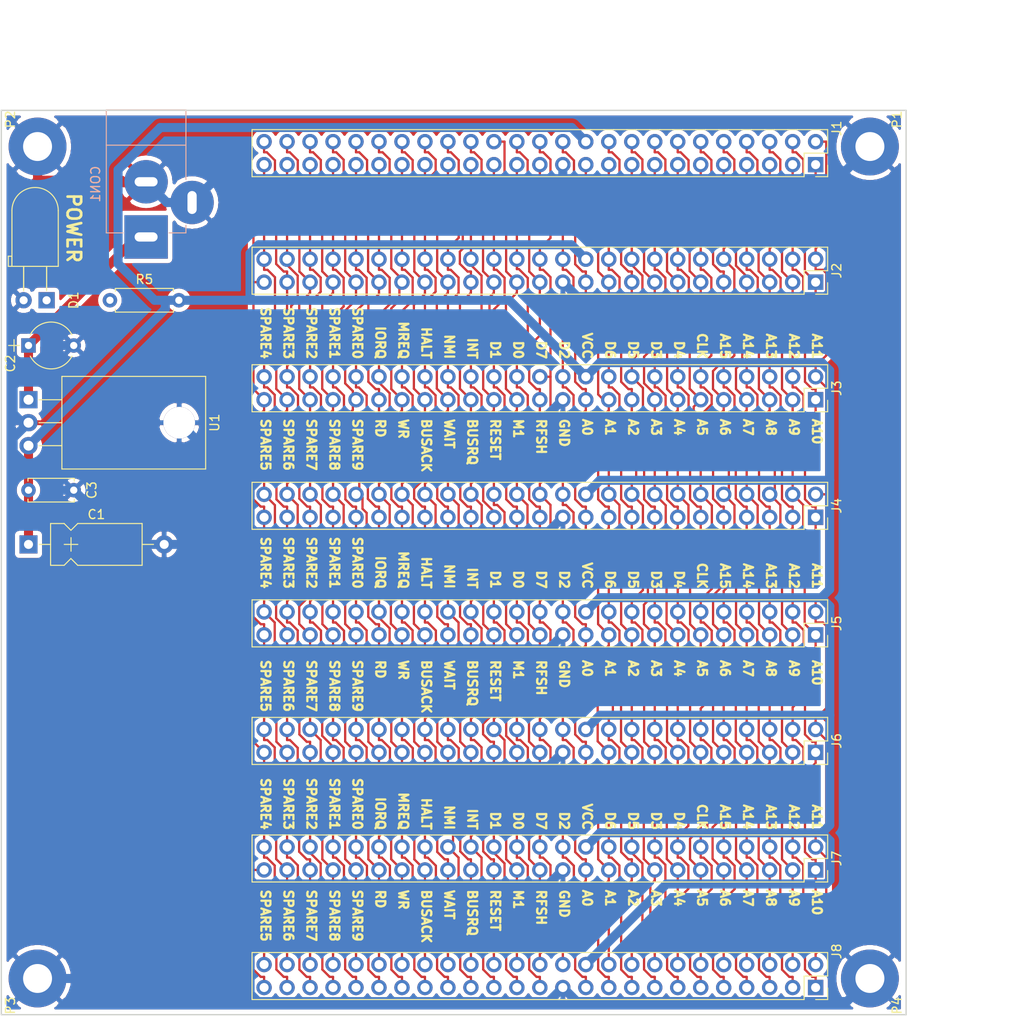
<source format=kicad_pcb>
(kicad_pcb (version 20171130) (host pcbnew "(5.1.9)-1")
  (layers (0 F.Cu signal hide) (31 B.Cu signal hide) (34 B.Paste user) (35 F.Paste user) (36 B.SilkS user) (37 F.SilkS user) (38 B.Mask user) (39 F.Mask user) (44 Edge.Cuts user))
  (net 0 "")
  (net 1 VCC)
  (net 2 GND)
  (net 3 /A11)
  (net 4 /A10)
  (net 5 /A12)
  (net 6 /A9)
  (net 7 /A13)
  (net 8 /A8)
  (net 9 /A14)
  (net 10 /A7)
  (net 11 /A15)
  (net 12 /A6)
  (net 13 /CLK)
  (net 14 /A5)
  (net 15 /D4)
  (net 16 /A4)
  (net 17 /D3)
  (net 18 /A3)
  (net 19 /D5)
  (net 20 /A2)
  (net 21 /D6)
  (net 22 /A1)
  (net 23 /A0)
  (net 24 /D2)
  (net 25 /D7)
  (net 26 //RFSH)
  (net 27 /D0)
  (net 28 //M1)
  (net 29 /D1)
  (net 30 //RESET)
  (net 31 //INT)
  (net 32 //BUSRQ)
  (net 33 //NMI)
  (net 34 //WAIT)
  (net 35 //HALT)
  (net 36 //BUSACK)
  (net 37 //MREQ)
  (net 38 //WR)
  (net 39 //IORQ)
  (net 40 //RD)
  (net 41 /SPARE1)
  (net 42 /SPARE0)
  (net 43 /SPARE2)
  (net 44 /SPARE9)
  (net 45 /SPARE3)
  (net 46 /SPARE8)
  (net 47 /SPARE4)
  (net 48 /SPARE7)
  (net 49 /SPARE5)
  (net 50 /SPARE6)
  (net 51 /VIN)
  (net 52 "Net-(D1-Pad2)")
  (module Resistors_THT:R_Axial_DIN0207_L6.3mm_D2.5mm_P7.62mm_Horizontal (layer F.Cu) (at 59 73)
    (fp_text reference R5 (at 3.81 -2.31) (layer F.SilkS))
    (fp_text value 470)
    (pad 1 thru_hole circle (at 0 0) (size 1.6 1.6) (drill 0.8) (layers *.Cu *.Mask) (net 52 "Net-(D1-Pad2)"))
    (pad 2 thru_hole oval (at 7.62 0) (size 1.6 1.6) (drill 0.8) (layers *.Cu *.Mask) (net 1 VCC))
  )
  (module Capacitors_ThroughHole:CP_Axial_L10.0mm_D4.5mm_P15.00mm_Horizontal (layer F.Cu) (at 50 100)
    (fp_text reference C1 (at 7.5 -3.31) (layer F.SilkS))
    (fp_text value 10u)
    (pad 1 thru_hole rect (at 0 0) (size 2 2) (drill 1) (layers *.Cu *.Mask) (net 1 VCC))
    (pad 2 thru_hole oval (at 15 0) (size 2 2) (drill 1) (layers *.Cu *.Mask) (net 2 GND))
  )
  (module LEDs:LED_D5.0mm_Horizontal_O3.81mm_Z3.0mm (layer F.Cu) (at 52 73 180)
    (fp_text reference D1 (at -3 0 90) (layer F.SilkS))
    (fp_text value LED)
    (pad 1 thru_hole rect (at 0 0 180) (size 1.8 1.8) (drill 0.9) (layers *.Cu *.Mask) (net 2 GND))
    (pad 2 thru_hole circle (at 2.54 0 180) (size 1.8 1.8) (drill 0.9) (layers *.Cu *.Mask) (net 52 "Net-(D1-Pad2)"))
  )
  (module Mounting_Holes:MountingHole_3.2mm_M3_Pad (layer F.Cu) (at 143 56 270)
    (fp_text reference P1 (at -3 -3 90) (layer F.SilkS))
    (fp_text value CONN_1)
    (pad 1 thru_hole circle (at 0 0 270) (size 6.4 6.4) (drill 3.2) (layers *.Cu *.Mask) (net 2 GND))
  )
  (module Mounting_Holes:MountingHole_3.2mm_M3_Pad (layer F.Cu) (at 51 56 270)
    (fp_text reference P2 (at -3 3 90) (layer F.SilkS))
    (fp_text value CONN_1)
    (pad 1 thru_hole circle (at 0 0 270) (size 6.4 6.4) (drill 3.2) (layers *.Cu *.Mask) (net 2 GND))
  )
  (module Mounting_Holes:MountingHole_3.2mm_M3_Pad (layer F.Cu) (at 51 148 270)
    (fp_text reference P3 (at 3 3 90) (layer F.SilkS))
    (fp_text value CONN_1)
    (pad 1 thru_hole circle (at 0 0 270) (size 6.4 6.4) (drill 3.2) (layers *.Cu *.Mask) (net 2 GND))
  )
  (module Mounting_Holes:MountingHole_3.2mm_M3_Pad (layer F.Cu) (at 143 148 270)
    (fp_text reference P4 (at 3 -3 90) (layer F.SilkS))
    (fp_text value CONN_1)
    (pad 1 thru_hole circle (at 0 0 270) (size 6.4 6.4) (drill 3.2) (layers *.Cu *.Mask) (net 2 GND))
  )
  (module Socket_Strips:Socket_Strip_Straight_2x25_Pitch2.54mm (layer F.Cu) (at 137 58 270)
    (fp_text reference J1 (at -4 -2.33 90) (layer F.SilkS))
    (fp_text value CONN_25X2)
    (pad 1 thru_hole rect (at 0 0 270) (size 1.7 1.7) (drill 1) (layers *.Cu *.Mask) (net 4 /A10))
    (pad 2 thru_hole oval (at -2.54 0 270) (size 1.7 1.7) (drill 1) (layers *.Cu *.Mask) (net 3 /A11))
    (pad 3 thru_hole oval (at 0 2.54 270) (size 1.7 1.7) (drill 1) (layers *.Cu *.Mask) (net 6 /A9))
    (pad 4 thru_hole oval (at -2.54 2.54 270) (size 1.7 1.7) (drill 1) (layers *.Cu *.Mask) (net 5 /A12))
    (pad 5 thru_hole oval (at 0 5.08 270) (size 1.7 1.7) (drill 1) (layers *.Cu *.Mask) (net 8 /A8))
    (pad 6 thru_hole oval (at -2.54 5.08 270) (size 1.7 1.7) (drill 1) (layers *.Cu *.Mask) (net 7 /A13))
    (pad 7 thru_hole oval (at 0 7.62 270) (size 1.7 1.7) (drill 1) (layers *.Cu *.Mask) (net 10 /A7))
    (pad 8 thru_hole oval (at -2.54 7.62 270) (size 1.7 1.7) (drill 1) (layers *.Cu *.Mask) (net 9 /A14))
    (pad 9 thru_hole oval (at 0 10.16 270) (size 1.7 1.7) (drill 1) (layers *.Cu *.Mask) (net 12 /A6))
    (pad 10 thru_hole oval (at -2.54 10.16 270) (size 1.7 1.7) (drill 1) (layers *.Cu *.Mask) (net 11 /A15))
    (pad 11 thru_hole oval (at 0 12.7 270) (size 1.7 1.7) (drill 1) (layers *.Cu *.Mask) (net 14 /A5))
    (pad 12 thru_hole oval (at -2.54 12.7 270) (size 1.7 1.7) (drill 1) (layers *.Cu *.Mask) (net 13 /CLK))
    (pad 13 thru_hole oval (at 0 15.24 270) (size 1.7 1.7) (drill 1) (layers *.Cu *.Mask) (net 16 /A4))
    (pad 14 thru_hole oval (at -2.54 15.24 270) (size 1.7 1.7) (drill 1) (layers *.Cu *.Mask) (net 15 /D4))
    (pad 15 thru_hole oval (at 0 17.78 270) (size 1.7 1.7) (drill 1) (layers *.Cu *.Mask) (net 18 /A3))
    (pad 16 thru_hole oval (at -2.54 17.78 270) (size 1.7 1.7) (drill 1) (layers *.Cu *.Mask) (net 17 /D3))
    (pad 17 thru_hole oval (at 0 20.32 270) (size 1.7 1.7) (drill 1) (layers *.Cu *.Mask) (net 20 /A2))
    (pad 18 thru_hole oval (at -2.54 20.32 270) (size 1.7 1.7) (drill 1) (layers *.Cu *.Mask) (net 19 /D5))
    (pad 19 thru_hole oval (at 0 22.86 270) (size 1.7 1.7) (drill 1) (layers *.Cu *.Mask) (net 22 /A1))
    (pad 20 thru_hole oval (at -2.54 22.86 270) (size 1.7 1.7) (drill 1) (layers *.Cu *.Mask) (net 21 /D6))
    (pad 21 thru_hole oval (at 0 25.4 270) (size 1.7 1.7) (drill 1) (layers *.Cu *.Mask) (net 23 /A0))
    (pad 22 thru_hole oval (at -2.54 25.4 270) (size 1.7 1.7) (drill 1) (layers *.Cu *.Mask) (net 1 VCC))
    (pad 23 thru_hole oval (at 0 27.94 270) (size 1.7 1.7) (drill 1) (layers *.Cu *.Mask) (net 2 GND))
    (pad 24 thru_hole oval (at -2.54 27.94 270) (size 1.7 1.7) (drill 1) (layers *.Cu *.Mask) (net 24 /D2))
    (pad 25 thru_hole oval (at 0 30.48 270) (size 1.7 1.7) (drill 1) (layers *.Cu *.Mask) (net 26 //RFSH))
    (pad 26 thru_hole oval (at -2.54 30.48 270) (size 1.7 1.7) (drill 1) (layers *.Cu *.Mask) (net 25 /D7))
    (pad 27 thru_hole oval (at 0 33.02 270) (size 1.7 1.7) (drill 1) (layers *.Cu *.Mask) (net 28 //M1))
    (pad 28 thru_hole oval (at -2.54 33.02 270) (size 1.7 1.7) (drill 1) (layers *.Cu *.Mask) (net 27 /D0))
    (pad 29 thru_hole oval (at 0 35.56 270) (size 1.7 1.7) (drill 1) (layers *.Cu *.Mask) (net 30 //RESET))
    (pad 30 thru_hole oval (at -2.54 35.56 270) (size 1.7 1.7) (drill 1) (layers *.Cu *.Mask) (net 29 /D1))
    (pad 31 thru_hole oval (at 0 38.1 270) (size 1.7 1.7) (drill 1) (layers *.Cu *.Mask) (net 32 //BUSRQ))
    (pad 32 thru_hole oval (at -2.54 38.1 270) (size 1.7 1.7) (drill 1) (layers *.Cu *.Mask) (net 31 //INT))
    (pad 33 thru_hole oval (at 0 40.64 270) (size 1.7 1.7) (drill 1) (layers *.Cu *.Mask) (net 34 //WAIT))
    (pad 34 thru_hole oval (at -2.54 40.64 270) (size 1.7 1.7) (drill 1) (layers *.Cu *.Mask) (net 33 //NMI))
    (pad 35 thru_hole oval (at 0 43.18 270) (size 1.7 1.7) (drill 1) (layers *.Cu *.Mask) (net 36 //BUSACK))
    (pad 36 thru_hole oval (at -2.54 43.18 270) (size 1.7 1.7) (drill 1) (layers *.Cu *.Mask) (net 35 //HALT))
    (pad 37 thru_hole oval (at 0 45.72 270) (size 1.7 1.7) (drill 1) (layers *.Cu *.Mask) (net 38 //WR))
    (pad 38 thru_hole oval (at -2.54 45.72 270) (size 1.7 1.7) (drill 1) (layers *.Cu *.Mask) (net 37 //MREQ))
    (pad 39 thru_hole oval (at 0 48.26 270) (size 1.7 1.7) (drill 1) (layers *.Cu *.Mask) (net 40 //RD))
    (pad 40 thru_hole oval (at -2.54 48.26 270) (size 1.7 1.7) (drill 1) (layers *.Cu *.Mask) (net 39 //IORQ))
    (pad 41 thru_hole oval (at 0 50.8 270) (size 1.7 1.7) (drill 1) (layers *.Cu *.Mask) (net 44 /SPARE9))
    (pad 42 thru_hole oval (at -2.54 50.8 270) (size 1.7 1.7) (drill 1) (layers *.Cu *.Mask) (net 42 /SPARE0))
    (pad 43 thru_hole oval (at 0 53.34 270) (size 1.7 1.7) (drill 1) (layers *.Cu *.Mask) (net 46 /SPARE8))
    (pad 44 thru_hole oval (at -2.54 53.34 270) (size 1.7 1.7) (drill 1) (layers *.Cu *.Mask) (net 41 /SPARE1))
    (pad 45 thru_hole oval (at 0 55.88 270) (size 1.7 1.7) (drill 1) (layers *.Cu *.Mask) (net 48 /SPARE7))
    (pad 46 thru_hole oval (at -2.54 55.88 270) (size 1.7 1.7) (drill 1) (layers *.Cu *.Mask) (net 43 /SPARE2))
    (pad 47 thru_hole oval (at 0 58.42 270) (size 1.7 1.7) (drill 1) (layers *.Cu *.Mask) (net 50 /SPARE6))
    (pad 48 thru_hole oval (at -2.54 58.42 270) (size 1.7 1.7) (drill 1) (layers *.Cu *.Mask) (net 45 /SPARE3))
    (pad 49 thru_hole oval (at 0 60.96 270) (size 1.7 1.7) (drill 1) (layers *.Cu *.Mask) (net 49 /SPARE5))
    (pad 50 thru_hole oval (at -2.54 60.96 270) (size 1.7 1.7) (drill 1) (layers *.Cu *.Mask) (net 47 /SPARE4))
  )
  (module Socket_Strips:Socket_Strip_Straight_2x25_Pitch2.54mm (layer F.Cu) (at 137 71 270)
    (fp_text reference J2 (at -1.27 -2.33 90) (layer F.SilkS))
    (fp_text value CONN_25X2)
    (pad 1 thru_hole rect (at 0 0 270) (size 1.7 1.7) (drill 1) (layers *.Cu *.Mask) (net 4 /A10))
    (pad 2 thru_hole oval (at -2.54 0 270) (size 1.7 1.7) (drill 1) (layers *.Cu *.Mask) (net 3 /A11))
    (pad 3 thru_hole oval (at 0 2.54 270) (size 1.7 1.7) (drill 1) (layers *.Cu *.Mask) (net 6 /A9))
    (pad 4 thru_hole oval (at -2.54 2.54 270) (size 1.7 1.7) (drill 1) (layers *.Cu *.Mask) (net 5 /A12))
    (pad 5 thru_hole oval (at 0 5.08 270) (size 1.7 1.7) (drill 1) (layers *.Cu *.Mask) (net 8 /A8))
    (pad 6 thru_hole oval (at -2.54 5.08 270) (size 1.7 1.7) (drill 1) (layers *.Cu *.Mask) (net 7 /A13))
    (pad 7 thru_hole oval (at 0 7.62 270) (size 1.7 1.7) (drill 1) (layers *.Cu *.Mask) (net 10 /A7))
    (pad 8 thru_hole oval (at -2.54 7.62 270) (size 1.7 1.7) (drill 1) (layers *.Cu *.Mask) (net 9 /A14))
    (pad 9 thru_hole oval (at 0 10.16 270) (size 1.7 1.7) (drill 1) (layers *.Cu *.Mask) (net 12 /A6))
    (pad 10 thru_hole oval (at -2.54 10.16 270) (size 1.7 1.7) (drill 1) (layers *.Cu *.Mask) (net 11 /A15))
    (pad 11 thru_hole oval (at 0 12.7 270) (size 1.7 1.7) (drill 1) (layers *.Cu *.Mask) (net 14 /A5))
    (pad 12 thru_hole oval (at -2.54 12.7 270) (size 1.7 1.7) (drill 1) (layers *.Cu *.Mask) (net 13 /CLK))
    (pad 13 thru_hole oval (at 0 15.24 270) (size 1.7 1.7) (drill 1) (layers *.Cu *.Mask) (net 16 /A4))
    (pad 14 thru_hole oval (at -2.54 15.24 270) (size 1.7 1.7) (drill 1) (layers *.Cu *.Mask) (net 15 /D4))
    (pad 15 thru_hole oval (at 0 17.78 270) (size 1.7 1.7) (drill 1) (layers *.Cu *.Mask) (net 18 /A3))
    (pad 16 thru_hole oval (at -2.54 17.78 270) (size 1.7 1.7) (drill 1) (layers *.Cu *.Mask) (net 17 /D3))
    (pad 17 thru_hole oval (at 0 20.32 270) (size 1.7 1.7) (drill 1) (layers *.Cu *.Mask) (net 20 /A2))
    (pad 18 thru_hole oval (at -2.54 20.32 270) (size 1.7 1.7) (drill 1) (layers *.Cu *.Mask) (net 19 /D5))
    (pad 19 thru_hole oval (at 0 22.86 270) (size 1.7 1.7) (drill 1) (layers *.Cu *.Mask) (net 22 /A1))
    (pad 20 thru_hole oval (at -2.54 22.86 270) (size 1.7 1.7) (drill 1) (layers *.Cu *.Mask) (net 21 /D6))
    (pad 21 thru_hole oval (at 0 25.4 270) (size 1.7 1.7) (drill 1) (layers *.Cu *.Mask) (net 23 /A0))
    (pad 22 thru_hole oval (at -2.54 25.4 270) (size 1.7 1.7) (drill 1) (layers *.Cu *.Mask) (net 1 VCC))
    (pad 23 thru_hole oval (at 0 27.94 270) (size 1.7 1.7) (drill 1) (layers *.Cu *.Mask) (net 2 GND))
    (pad 24 thru_hole oval (at -2.54 27.94 270) (size 1.7 1.7) (drill 1) (layers *.Cu *.Mask) (net 24 /D2))
    (pad 25 thru_hole oval (at 0 30.48 270) (size 1.7 1.7) (drill 1) (layers *.Cu *.Mask) (net 26 //RFSH))
    (pad 26 thru_hole oval (at -2.54 30.48 270) (size 1.7 1.7) (drill 1) (layers *.Cu *.Mask) (net 25 /D7))
    (pad 27 thru_hole oval (at 0 33.02 270) (size 1.7 1.7) (drill 1) (layers *.Cu *.Mask) (net 28 //M1))
    (pad 28 thru_hole oval (at -2.54 33.02 270) (size 1.7 1.7) (drill 1) (layers *.Cu *.Mask) (net 27 /D0))
    (pad 29 thru_hole oval (at 0 35.56 270) (size 1.7 1.7) (drill 1) (layers *.Cu *.Mask) (net 30 //RESET))
    (pad 30 thru_hole oval (at -2.54 35.56 270) (size 1.7 1.7) (drill 1) (layers *.Cu *.Mask) (net 29 /D1))
    (pad 31 thru_hole oval (at 0 38.1 270) (size 1.7 1.7) (drill 1) (layers *.Cu *.Mask) (net 32 //BUSRQ))
    (pad 32 thru_hole oval (at -2.54 38.1 270) (size 1.7 1.7) (drill 1) (layers *.Cu *.Mask) (net 31 //INT))
    (pad 33 thru_hole oval (at 0 40.64 270) (size 1.7 1.7) (drill 1) (layers *.Cu *.Mask) (net 34 //WAIT))
    (pad 34 thru_hole oval (at -2.54 40.64 270) (size 1.7 1.7) (drill 1) (layers *.Cu *.Mask) (net 33 //NMI))
    (pad 35 thru_hole oval (at 0 43.18 270) (size 1.7 1.7) (drill 1) (layers *.Cu *.Mask) (net 36 //BUSACK))
    (pad 36 thru_hole oval (at -2.54 43.18 270) (size 1.7 1.7) (drill 1) (layers *.Cu *.Mask) (net 35 //HALT))
    (pad 37 thru_hole oval (at 0 45.72 270) (size 1.7 1.7) (drill 1) (layers *.Cu *.Mask) (net 38 //WR))
    (pad 38 thru_hole oval (at -2.54 45.72 270) (size 1.7 1.7) (drill 1) (layers *.Cu *.Mask) (net 37 //MREQ))
    (pad 39 thru_hole oval (at 0 48.26 270) (size 1.7 1.7) (drill 1) (layers *.Cu *.Mask) (net 40 //RD))
    (pad 40 thru_hole oval (at -2.54 48.26 270) (size 1.7 1.7) (drill 1) (layers *.Cu *.Mask) (net 39 //IORQ))
    (pad 41 thru_hole oval (at 0 50.8 270) (size 1.7 1.7) (drill 1) (layers *.Cu *.Mask) (net 44 /SPARE9))
    (pad 42 thru_hole oval (at -2.54 50.8 270) (size 1.7 1.7) (drill 1) (layers *.Cu *.Mask) (net 42 /SPARE0))
    (pad 43 thru_hole oval (at 0 53.34 270) (size 1.7 1.7) (drill 1) (layers *.Cu *.Mask) (net 46 /SPARE8))
    (pad 44 thru_hole oval (at -2.54 53.34 270) (size 1.7 1.7) (drill 1) (layers *.Cu *.Mask) (net 41 /SPARE1))
    (pad 45 thru_hole oval (at 0 55.88 270) (size 1.7 1.7) (drill 1) (layers *.Cu *.Mask) (net 48 /SPARE7))
    (pad 46 thru_hole oval (at -2.54 55.88 270) (size 1.7 1.7) (drill 1) (layers *.Cu *.Mask) (net 43 /SPARE2))
    (pad 47 thru_hole oval (at 0 58.42 270) (size 1.7 1.7) (drill 1) (layers *.Cu *.Mask) (net 50 /SPARE6))
    (pad 48 thru_hole oval (at -2.54 58.42 270) (size 1.7 1.7) (drill 1) (layers *.Cu *.Mask) (net 45 /SPARE3))
    (pad 49 thru_hole oval (at 0 60.96 270) (size 1.7 1.7) (drill 1) (layers *.Cu *.Mask) (net 49 /SPARE5))
    (pad 50 thru_hole oval (at -2.54 60.96 270) (size 1.7 1.7) (drill 1) (layers *.Cu *.Mask) (net 47 /SPARE4))
  )
  (module Socket_Strips:Socket_Strip_Straight_2x25_Pitch2.54mm (layer F.Cu) (at 137 84 270)
    (fp_text reference J3 (at -1.27 -2.33 90) (layer F.SilkS))
    (fp_text value CONN_25X2)
    (pad 1 thru_hole rect (at 0 0 270) (size 1.7 1.7) (drill 1) (layers *.Cu *.Mask) (net 4 /A10))
    (pad 2 thru_hole oval (at -2.54 0 270) (size 1.7 1.7) (drill 1) (layers *.Cu *.Mask) (net 3 /A11))
    (pad 3 thru_hole oval (at 0 2.54 270) (size 1.7 1.7) (drill 1) (layers *.Cu *.Mask) (net 6 /A9))
    (pad 4 thru_hole oval (at -2.54 2.54 270) (size 1.7 1.7) (drill 1) (layers *.Cu *.Mask) (net 5 /A12))
    (pad 5 thru_hole oval (at 0 5.08 270) (size 1.7 1.7) (drill 1) (layers *.Cu *.Mask) (net 8 /A8))
    (pad 6 thru_hole oval (at -2.54 5.08 270) (size 1.7 1.7) (drill 1) (layers *.Cu *.Mask) (net 7 /A13))
    (pad 7 thru_hole oval (at 0 7.62 270) (size 1.7 1.7) (drill 1) (layers *.Cu *.Mask) (net 10 /A7))
    (pad 8 thru_hole oval (at -2.54 7.62 270) (size 1.7 1.7) (drill 1) (layers *.Cu *.Mask) (net 9 /A14))
    (pad 9 thru_hole oval (at 0 10.16 270) (size 1.7 1.7) (drill 1) (layers *.Cu *.Mask) (net 12 /A6))
    (pad 10 thru_hole oval (at -2.54 10.16 270) (size 1.7 1.7) (drill 1) (layers *.Cu *.Mask) (net 11 /A15))
    (pad 11 thru_hole oval (at 0 12.7 270) (size 1.7 1.7) (drill 1) (layers *.Cu *.Mask) (net 14 /A5))
    (pad 12 thru_hole oval (at -2.54 12.7 270) (size 1.7 1.7) (drill 1) (layers *.Cu *.Mask) (net 13 /CLK))
    (pad 13 thru_hole oval (at 0 15.24 270) (size 1.7 1.7) (drill 1) (layers *.Cu *.Mask) (net 16 /A4))
    (pad 14 thru_hole oval (at -2.54 15.24 270) (size 1.7 1.7) (drill 1) (layers *.Cu *.Mask) (net 15 /D4))
    (pad 15 thru_hole oval (at 0 17.78 270) (size 1.7 1.7) (drill 1) (layers *.Cu *.Mask) (net 18 /A3))
    (pad 16 thru_hole oval (at -2.54 17.78 270) (size 1.7 1.7) (drill 1) (layers *.Cu *.Mask) (net 17 /D3))
    (pad 17 thru_hole oval (at 0 20.32 270) (size 1.7 1.7) (drill 1) (layers *.Cu *.Mask) (net 20 /A2))
    (pad 18 thru_hole oval (at -2.54 20.32 270) (size 1.7 1.7) (drill 1) (layers *.Cu *.Mask) (net 19 /D5))
    (pad 19 thru_hole oval (at 0 22.86 270) (size 1.7 1.7) (drill 1) (layers *.Cu *.Mask) (net 22 /A1))
    (pad 20 thru_hole oval (at -2.54 22.86 270) (size 1.7 1.7) (drill 1) (layers *.Cu *.Mask) (net 21 /D6))
    (pad 21 thru_hole oval (at 0 25.4 270) (size 1.7 1.7) (drill 1) (layers *.Cu *.Mask) (net 23 /A0))
    (pad 22 thru_hole oval (at -2.54 25.4 270) (size 1.7 1.7) (drill 1) (layers *.Cu *.Mask) (net 1 VCC))
    (pad 23 thru_hole oval (at 0 27.94 270) (size 1.7 1.7) (drill 1) (layers *.Cu *.Mask) (net 2 GND))
    (pad 24 thru_hole oval (at -2.54 27.94 270) (size 1.7 1.7) (drill 1) (layers *.Cu *.Mask) (net 24 /D2))
    (pad 25 thru_hole oval (at 0 30.48 270) (size 1.7 1.7) (drill 1) (layers *.Cu *.Mask) (net 26 //RFSH))
    (pad 26 thru_hole oval (at -2.54 30.48 270) (size 1.7 1.7) (drill 1) (layers *.Cu *.Mask) (net 25 /D7))
    (pad 27 thru_hole oval (at 0 33.02 270) (size 1.7 1.7) (drill 1) (layers *.Cu *.Mask) (net 28 //M1))
    (pad 28 thru_hole oval (at -2.54 33.02 270) (size 1.7 1.7) (drill 1) (layers *.Cu *.Mask) (net 27 /D0))
    (pad 29 thru_hole oval (at 0 35.56 270) (size 1.7 1.7) (drill 1) (layers *.Cu *.Mask) (net 30 //RESET))
    (pad 30 thru_hole oval (at -2.54 35.56 270) (size 1.7 1.7) (drill 1) (layers *.Cu *.Mask) (net 29 /D1))
    (pad 31 thru_hole oval (at 0 38.1 270) (size 1.7 1.7) (drill 1) (layers *.Cu *.Mask) (net 32 //BUSRQ))
    (pad 32 thru_hole oval (at -2.54 38.1 270) (size 1.7 1.7) (drill 1) (layers *.Cu *.Mask) (net 31 //INT))
    (pad 33 thru_hole oval (at 0 40.64 270) (size 1.7 1.7) (drill 1) (layers *.Cu *.Mask) (net 34 //WAIT))
    (pad 34 thru_hole oval (at -2.54 40.64 270) (size 1.7 1.7) (drill 1) (layers *.Cu *.Mask) (net 33 //NMI))
    (pad 35 thru_hole oval (at 0 43.18 270) (size 1.7 1.7) (drill 1) (layers *.Cu *.Mask) (net 36 //BUSACK))
    (pad 36 thru_hole oval (at -2.54 43.18 270) (size 1.7 1.7) (drill 1) (layers *.Cu *.Mask) (net 35 //HALT))
    (pad 37 thru_hole oval (at 0 45.72 270) (size 1.7 1.7) (drill 1) (layers *.Cu *.Mask) (net 38 //WR))
    (pad 38 thru_hole oval (at -2.54 45.72 270) (size 1.7 1.7) (drill 1) (layers *.Cu *.Mask) (net 37 //MREQ))
    (pad 39 thru_hole oval (at 0 48.26 270) (size 1.7 1.7) (drill 1) (layers *.Cu *.Mask) (net 40 //RD))
    (pad 40 thru_hole oval (at -2.54 48.26 270) (size 1.7 1.7) (drill 1) (layers *.Cu *.Mask) (net 39 //IORQ))
    (pad 41 thru_hole oval (at 0 50.8 270) (size 1.7 1.7) (drill 1) (layers *.Cu *.Mask) (net 44 /SPARE9))
    (pad 42 thru_hole oval (at -2.54 50.8 270) (size 1.7 1.7) (drill 1) (layers *.Cu *.Mask) (net 42 /SPARE0))
    (pad 43 thru_hole oval (at 0 53.34 270) (size 1.7 1.7) (drill 1) (layers *.Cu *.Mask) (net 46 /SPARE8))
    (pad 44 thru_hole oval (at -2.54 53.34 270) (size 1.7 1.7) (drill 1) (layers *.Cu *.Mask) (net 41 /SPARE1))
    (pad 45 thru_hole oval (at 0 55.88 270) (size 1.7 1.7) (drill 1) (layers *.Cu *.Mask) (net 48 /SPARE7))
    (pad 46 thru_hole oval (at -2.54 55.88 270) (size 1.7 1.7) (drill 1) (layers *.Cu *.Mask) (net 43 /SPARE2))
    (pad 47 thru_hole oval (at 0 58.42 270) (size 1.7 1.7) (drill 1) (layers *.Cu *.Mask) (net 50 /SPARE6))
    (pad 48 thru_hole oval (at -2.54 58.42 270) (size 1.7 1.7) (drill 1) (layers *.Cu *.Mask) (net 45 /SPARE3))
    (pad 49 thru_hole oval (at 0 60.96 270) (size 1.7 1.7) (drill 1) (layers *.Cu *.Mask) (net 49 /SPARE5))
    (pad 50 thru_hole oval (at -2.54 60.96 270) (size 1.7 1.7) (drill 1) (layers *.Cu *.Mask) (net 47 /SPARE4))
  )
  (module Socket_Strips:Socket_Strip_Straight_2x25_Pitch2.54mm (layer F.Cu) (at 137 97 270)
    (fp_text reference J4 (at -1.27 -2.33 90) (layer F.SilkS))
    (fp_text value CONN_25X2)
    (pad 1 thru_hole rect (at 0 0 270) (size 1.7 1.7) (drill 1) (layers *.Cu *.Mask) (net 4 /A10))
    (pad 2 thru_hole oval (at -2.54 0 270) (size 1.7 1.7) (drill 1) (layers *.Cu *.Mask) (net 3 /A11))
    (pad 3 thru_hole oval (at 0 2.54 270) (size 1.7 1.7) (drill 1) (layers *.Cu *.Mask) (net 6 /A9))
    (pad 4 thru_hole oval (at -2.54 2.54 270) (size 1.7 1.7) (drill 1) (layers *.Cu *.Mask) (net 5 /A12))
    (pad 5 thru_hole oval (at 0 5.08 270) (size 1.7 1.7) (drill 1) (layers *.Cu *.Mask) (net 8 /A8))
    (pad 6 thru_hole oval (at -2.54 5.08 270) (size 1.7 1.7) (drill 1) (layers *.Cu *.Mask) (net 7 /A13))
    (pad 7 thru_hole oval (at 0 7.62 270) (size 1.7 1.7) (drill 1) (layers *.Cu *.Mask) (net 10 /A7))
    (pad 8 thru_hole oval (at -2.54 7.62 270) (size 1.7 1.7) (drill 1) (layers *.Cu *.Mask) (net 9 /A14))
    (pad 9 thru_hole oval (at 0 10.16 270) (size 1.7 1.7) (drill 1) (layers *.Cu *.Mask) (net 12 /A6))
    (pad 10 thru_hole oval (at -2.54 10.16 270) (size 1.7 1.7) (drill 1) (layers *.Cu *.Mask) (net 11 /A15))
    (pad 11 thru_hole oval (at 0 12.7 270) (size 1.7 1.7) (drill 1) (layers *.Cu *.Mask) (net 14 /A5))
    (pad 12 thru_hole oval (at -2.54 12.7 270) (size 1.7 1.7) (drill 1) (layers *.Cu *.Mask) (net 13 /CLK))
    (pad 13 thru_hole oval (at 0 15.24 270) (size 1.7 1.7) (drill 1) (layers *.Cu *.Mask) (net 16 /A4))
    (pad 14 thru_hole oval (at -2.54 15.24 270) (size 1.7 1.7) (drill 1) (layers *.Cu *.Mask) (net 15 /D4))
    (pad 15 thru_hole oval (at 0 17.78 270) (size 1.7 1.7) (drill 1) (layers *.Cu *.Mask) (net 18 /A3))
    (pad 16 thru_hole oval (at -2.54 17.78 270) (size 1.7 1.7) (drill 1) (layers *.Cu *.Mask) (net 17 /D3))
    (pad 17 thru_hole oval (at 0 20.32 270) (size 1.7 1.7) (drill 1) (layers *.Cu *.Mask) (net 20 /A2))
    (pad 18 thru_hole oval (at -2.54 20.32 270) (size 1.7 1.7) (drill 1) (layers *.Cu *.Mask) (net 19 /D5))
    (pad 19 thru_hole oval (at 0 22.86 270) (size 1.7 1.7) (drill 1) (layers *.Cu *.Mask) (net 22 /A1))
    (pad 20 thru_hole oval (at -2.54 22.86 270) (size 1.7 1.7) (drill 1) (layers *.Cu *.Mask) (net 21 /D6))
    (pad 21 thru_hole oval (at 0 25.4 270) (size 1.7 1.7) (drill 1) (layers *.Cu *.Mask) (net 23 /A0))
    (pad 22 thru_hole oval (at -2.54 25.4 270) (size 1.7 1.7) (drill 1) (layers *.Cu *.Mask) (net 1 VCC))
    (pad 23 thru_hole oval (at 0 27.94 270) (size 1.7 1.7) (drill 1) (layers *.Cu *.Mask) (net 2 GND))
    (pad 24 thru_hole oval (at -2.54 27.94 270) (size 1.7 1.7) (drill 1) (layers *.Cu *.Mask) (net 24 /D2))
    (pad 25 thru_hole oval (at 0 30.48 270) (size 1.7 1.7) (drill 1) (layers *.Cu *.Mask) (net 26 //RFSH))
    (pad 26 thru_hole oval (at -2.54 30.48 270) (size 1.7 1.7) (drill 1) (layers *.Cu *.Mask) (net 25 /D7))
    (pad 27 thru_hole oval (at 0 33.02 270) (size 1.7 1.7) (drill 1) (layers *.Cu *.Mask) (net 28 //M1))
    (pad 28 thru_hole oval (at -2.54 33.02 270) (size 1.7 1.7) (drill 1) (layers *.Cu *.Mask) (net 27 /D0))
    (pad 29 thru_hole oval (at 0 35.56 270) (size 1.7 1.7) (drill 1) (layers *.Cu *.Mask) (net 30 //RESET))
    (pad 30 thru_hole oval (at -2.54 35.56 270) (size 1.7 1.7) (drill 1) (layers *.Cu *.Mask) (net 29 /D1))
    (pad 31 thru_hole oval (at 0 38.1 270) (size 1.7 1.7) (drill 1) (layers *.Cu *.Mask) (net 32 //BUSRQ))
    (pad 32 thru_hole oval (at -2.54 38.1 270) (size 1.7 1.7) (drill 1) (layers *.Cu *.Mask) (net 31 //INT))
    (pad 33 thru_hole oval (at 0 40.64 270) (size 1.7 1.7) (drill 1) (layers *.Cu *.Mask) (net 34 //WAIT))
    (pad 34 thru_hole oval (at -2.54 40.64 270) (size 1.7 1.7) (drill 1) (layers *.Cu *.Mask) (net 33 //NMI))
    (pad 35 thru_hole oval (at 0 43.18 270) (size 1.7 1.7) (drill 1) (layers *.Cu *.Mask) (net 36 //BUSACK))
    (pad 36 thru_hole oval (at -2.54 43.18 270) (size 1.7 1.7) (drill 1) (layers *.Cu *.Mask) (net 35 //HALT))
    (pad 37 thru_hole oval (at 0 45.72 270) (size 1.7 1.7) (drill 1) (layers *.Cu *.Mask) (net 38 //WR))
    (pad 38 thru_hole oval (at -2.54 45.72 270) (size 1.7 1.7) (drill 1) (layers *.Cu *.Mask) (net 37 //MREQ))
    (pad 39 thru_hole oval (at 0 48.26 270) (size 1.7 1.7) (drill 1) (layers *.Cu *.Mask) (net 40 //RD))
    (pad 40 thru_hole oval (at -2.54 48.26 270) (size 1.7 1.7) (drill 1) (layers *.Cu *.Mask) (net 39 //IORQ))
    (pad 41 thru_hole oval (at 0 50.8 270) (size 1.7 1.7) (drill 1) (layers *.Cu *.Mask) (net 44 /SPARE9))
    (pad 42 thru_hole oval (at -2.54 50.8 270) (size 1.7 1.7) (drill 1) (layers *.Cu *.Mask) (net 42 /SPARE0))
    (pad 43 thru_hole oval (at 0 53.34 270) (size 1.7 1.7) (drill 1) (layers *.Cu *.Mask) (net 46 /SPARE8))
    (pad 44 thru_hole oval (at -2.54 53.34 270) (size 1.7 1.7) (drill 1) (layers *.Cu *.Mask) (net 41 /SPARE1))
    (pad 45 thru_hole oval (at 0 55.88 270) (size 1.7 1.7) (drill 1) (layers *.Cu *.Mask) (net 48 /SPARE7))
    (pad 46 thru_hole oval (at -2.54 55.88 270) (size 1.7 1.7) (drill 1) (layers *.Cu *.Mask) (net 43 /SPARE2))
    (pad 47 thru_hole oval (at 0 58.42 270) (size 1.7 1.7) (drill 1) (layers *.Cu *.Mask) (net 50 /SPARE6))
    (pad 48 thru_hole oval (at -2.54 58.42 270) (size 1.7 1.7) (drill 1) (layers *.Cu *.Mask) (net 45 /SPARE3))
    (pad 49 thru_hole oval (at 0 60.96 270) (size 1.7 1.7) (drill 1) (layers *.Cu *.Mask) (net 49 /SPARE5))
    (pad 50 thru_hole oval (at -2.54 60.96 270) (size 1.7 1.7) (drill 1) (layers *.Cu *.Mask) (net 47 /SPARE4))
  )
  (module Socket_Strips:Socket_Strip_Straight_2x25_Pitch2.54mm (layer F.Cu) (at 137 110 270)
    (fp_text reference J5 (at -1.27 -2.33 90) (layer F.SilkS))
    (fp_text value CONN_25X2)
    (pad 1 thru_hole rect (at 0 0 270) (size 1.7 1.7) (drill 1) (layers *.Cu *.Mask) (net 4 /A10))
    (pad 2 thru_hole oval (at -2.54 0 270) (size 1.7 1.7) (drill 1) (layers *.Cu *.Mask) (net 3 /A11))
    (pad 3 thru_hole oval (at 0 2.54 270) (size 1.7 1.7) (drill 1) (layers *.Cu *.Mask) (net 6 /A9))
    (pad 4 thru_hole oval (at -2.54 2.54 270) (size 1.7 1.7) (drill 1) (layers *.Cu *.Mask) (net 5 /A12))
    (pad 5 thru_hole oval (at 0 5.08 270) (size 1.7 1.7) (drill 1) (layers *.Cu *.Mask) (net 8 /A8))
    (pad 6 thru_hole oval (at -2.54 5.08 270) (size 1.7 1.7) (drill 1) (layers *.Cu *.Mask) (net 7 /A13))
    (pad 7 thru_hole oval (at 0 7.62 270) (size 1.7 1.7) (drill 1) (layers *.Cu *.Mask) (net 10 /A7))
    (pad 8 thru_hole oval (at -2.54 7.62 270) (size 1.7 1.7) (drill 1) (layers *.Cu *.Mask) (net 9 /A14))
    (pad 9 thru_hole oval (at 0 10.16 270) (size 1.7 1.7) (drill 1) (layers *.Cu *.Mask) (net 12 /A6))
    (pad 10 thru_hole oval (at -2.54 10.16 270) (size 1.7 1.7) (drill 1) (layers *.Cu *.Mask) (net 11 /A15))
    (pad 11 thru_hole oval (at 0 12.7 270) (size 1.7 1.7) (drill 1) (layers *.Cu *.Mask) (net 14 /A5))
    (pad 12 thru_hole oval (at -2.54 12.7 270) (size 1.7 1.7) (drill 1) (layers *.Cu *.Mask) (net 13 /CLK))
    (pad 13 thru_hole oval (at 0 15.24 270) (size 1.7 1.7) (drill 1) (layers *.Cu *.Mask) (net 16 /A4))
    (pad 14 thru_hole oval (at -2.54 15.24 270) (size 1.7 1.7) (drill 1) (layers *.Cu *.Mask) (net 15 /D4))
    (pad 15 thru_hole oval (at 0 17.78 270) (size 1.7 1.7) (drill 1) (layers *.Cu *.Mask) (net 18 /A3))
    (pad 16 thru_hole oval (at -2.54 17.78 270) (size 1.7 1.7) (drill 1) (layers *.Cu *.Mask) (net 17 /D3))
    (pad 17 thru_hole oval (at 0 20.32 270) (size 1.7 1.7) (drill 1) (layers *.Cu *.Mask) (net 20 /A2))
    (pad 18 thru_hole oval (at -2.54 20.32 270) (size 1.7 1.7) (drill 1) (layers *.Cu *.Mask) (net 19 /D5))
    (pad 19 thru_hole oval (at 0 22.86 270) (size 1.7 1.7) (drill 1) (layers *.Cu *.Mask) (net 22 /A1))
    (pad 20 thru_hole oval (at -2.54 22.86 270) (size 1.7 1.7) (drill 1) (layers *.Cu *.Mask) (net 21 /D6))
    (pad 21 thru_hole oval (at 0 25.4 270) (size 1.7 1.7) (drill 1) (layers *.Cu *.Mask) (net 23 /A0))
    (pad 22 thru_hole oval (at -2.54 25.4 270) (size 1.7 1.7) (drill 1) (layers *.Cu *.Mask) (net 1 VCC))
    (pad 23 thru_hole oval (at 0 27.94 270) (size 1.7 1.7) (drill 1) (layers *.Cu *.Mask) (net 2 GND))
    (pad 24 thru_hole oval (at -2.54 27.94 270) (size 1.7 1.7) (drill 1) (layers *.Cu *.Mask) (net 24 /D2))
    (pad 25 thru_hole oval (at 0 30.48 270) (size 1.7 1.7) (drill 1) (layers *.Cu *.Mask) (net 26 //RFSH))
    (pad 26 thru_hole oval (at -2.54 30.48 270) (size 1.7 1.7) (drill 1) (layers *.Cu *.Mask) (net 25 /D7))
    (pad 27 thru_hole oval (at 0 33.02 270) (size 1.7 1.7) (drill 1) (layers *.Cu *.Mask) (net 28 //M1))
    (pad 28 thru_hole oval (at -2.54 33.02 270) (size 1.7 1.7) (drill 1) (layers *.Cu *.Mask) (net 27 /D0))
    (pad 29 thru_hole oval (at 0 35.56 270) (size 1.7 1.7) (drill 1) (layers *.Cu *.Mask) (net 30 //RESET))
    (pad 30 thru_hole oval (at -2.54 35.56 270) (size 1.7 1.7) (drill 1) (layers *.Cu *.Mask) (net 29 /D1))
    (pad 31 thru_hole oval (at 0 38.1 270) (size 1.7 1.7) (drill 1) (layers *.Cu *.Mask) (net 32 //BUSRQ))
    (pad 32 thru_hole oval (at -2.54 38.1 270) (size 1.7 1.7) (drill 1) (layers *.Cu *.Mask) (net 31 //INT))
    (pad 33 thru_hole oval (at 0 40.64 270) (size 1.7 1.7) (drill 1) (layers *.Cu *.Mask) (net 34 //WAIT))
    (pad 34 thru_hole oval (at -2.54 40.64 270) (size 1.7 1.7) (drill 1) (layers *.Cu *.Mask) (net 33 //NMI))
    (pad 35 thru_hole oval (at 0 43.18 270) (size 1.7 1.7) (drill 1) (layers *.Cu *.Mask) (net 36 //BUSACK))
    (pad 36 thru_hole oval (at -2.54 43.18 270) (size 1.7 1.7) (drill 1) (layers *.Cu *.Mask) (net 35 //HALT))
    (pad 37 thru_hole oval (at 0 45.72 270) (size 1.7 1.7) (drill 1) (layers *.Cu *.Mask) (net 38 //WR))
    (pad 38 thru_hole oval (at -2.54 45.72 270) (size 1.7 1.7) (drill 1) (layers *.Cu *.Mask) (net 37 //MREQ))
    (pad 39 thru_hole oval (at 0 48.26 270) (size 1.7 1.7) (drill 1) (layers *.Cu *.Mask) (net 40 //RD))
    (pad 40 thru_hole oval (at -2.54 48.26 270) (size 1.7 1.7) (drill 1) (layers *.Cu *.Mask) (net 39 //IORQ))
    (pad 41 thru_hole oval (at 0 50.8 270) (size 1.7 1.7) (drill 1) (layers *.Cu *.Mask) (net 44 /SPARE9))
    (pad 42 thru_hole oval (at -2.54 50.8 270) (size 1.7 1.7) (drill 1) (layers *.Cu *.Mask) (net 42 /SPARE0))
    (pad 43 thru_hole oval (at 0 53.34 270) (size 1.7 1.7) (drill 1) (layers *.Cu *.Mask) (net 46 /SPARE8))
    (pad 44 thru_hole oval (at -2.54 53.34 270) (size 1.7 1.7) (drill 1) (layers *.Cu *.Mask) (net 41 /SPARE1))
    (pad 45 thru_hole oval (at 0 55.88 270) (size 1.7 1.7) (drill 1) (layers *.Cu *.Mask) (net 48 /SPARE7))
    (pad 46 thru_hole oval (at -2.54 55.88 270) (size 1.7 1.7) (drill 1) (layers *.Cu *.Mask) (net 43 /SPARE2))
    (pad 47 thru_hole oval (at 0 58.42 270) (size 1.7 1.7) (drill 1) (layers *.Cu *.Mask) (net 50 /SPARE6))
    (pad 48 thru_hole oval (at -2.54 58.42 270) (size 1.7 1.7) (drill 1) (layers *.Cu *.Mask) (net 45 /SPARE3))
    (pad 49 thru_hole oval (at 0 60.96 270) (size 1.7 1.7) (drill 1) (layers *.Cu *.Mask) (net 49 /SPARE5))
    (pad 50 thru_hole oval (at -2.54 60.96 270) (size 1.7 1.7) (drill 1) (layers *.Cu *.Mask) (net 47 /SPARE4))
  )
  (module Socket_Strips:Socket_Strip_Straight_2x25_Pitch2.54mm (layer F.Cu) (at 137 123 270)
    (fp_text reference J6 (at -1.27 -2.33 90) (layer F.SilkS))
    (fp_text value CONN_25X2)
    (pad 1 thru_hole rect (at 0 0 270) (size 1.7 1.7) (drill 1) (layers *.Cu *.Mask) (net 4 /A10))
    (pad 2 thru_hole oval (at -2.54 0 270) (size 1.7 1.7) (drill 1) (layers *.Cu *.Mask) (net 3 /A11))
    (pad 3 thru_hole oval (at 0 2.54 270) (size 1.7 1.7) (drill 1) (layers *.Cu *.Mask) (net 6 /A9))
    (pad 4 thru_hole oval (at -2.54 2.54 270) (size 1.7 1.7) (drill 1) (layers *.Cu *.Mask) (net 5 /A12))
    (pad 5 thru_hole oval (at 0 5.08 270) (size 1.7 1.7) (drill 1) (layers *.Cu *.Mask) (net 8 /A8))
    (pad 6 thru_hole oval (at -2.54 5.08 270) (size 1.7 1.7) (drill 1) (layers *.Cu *.Mask) (net 7 /A13))
    (pad 7 thru_hole oval (at 0 7.62 270) (size 1.7 1.7) (drill 1) (layers *.Cu *.Mask) (net 10 /A7))
    (pad 8 thru_hole oval (at -2.54 7.62 270) (size 1.7 1.7) (drill 1) (layers *.Cu *.Mask) (net 9 /A14))
    (pad 9 thru_hole oval (at 0 10.16 270) (size 1.7 1.7) (drill 1) (layers *.Cu *.Mask) (net 12 /A6))
    (pad 10 thru_hole oval (at -2.54 10.16 270) (size 1.7 1.7) (drill 1) (layers *.Cu *.Mask) (net 11 /A15))
    (pad 11 thru_hole oval (at 0 12.7 270) (size 1.7 1.7) (drill 1) (layers *.Cu *.Mask) (net 14 /A5))
    (pad 12 thru_hole oval (at -2.54 12.7 270) (size 1.7 1.7) (drill 1) (layers *.Cu *.Mask) (net 13 /CLK))
    (pad 13 thru_hole oval (at 0 15.24 270) (size 1.7 1.7) (drill 1) (layers *.Cu *.Mask) (net 16 /A4))
    (pad 14 thru_hole oval (at -2.54 15.24 270) (size 1.7 1.7) (drill 1) (layers *.Cu *.Mask) (net 15 /D4))
    (pad 15 thru_hole oval (at 0 17.78 270) (size 1.7 1.7) (drill 1) (layers *.Cu *.Mask) (net 18 /A3))
    (pad 16 thru_hole oval (at -2.54 17.78 270) (size 1.7 1.7) (drill 1) (layers *.Cu *.Mask) (net 17 /D3))
    (pad 17 thru_hole oval (at 0 20.32 270) (size 1.7 1.7) (drill 1) (layers *.Cu *.Mask) (net 20 /A2))
    (pad 18 thru_hole oval (at -2.54 20.32 270) (size 1.7 1.7) (drill 1) (layers *.Cu *.Mask) (net 19 /D5))
    (pad 19 thru_hole oval (at 0 22.86 270) (size 1.7 1.7) (drill 1) (layers *.Cu *.Mask) (net 22 /A1))
    (pad 20 thru_hole oval (at -2.54 22.86 270) (size 1.7 1.7) (drill 1) (layers *.Cu *.Mask) (net 21 /D6))
    (pad 21 thru_hole oval (at 0 25.4 270) (size 1.7 1.7) (drill 1) (layers *.Cu *.Mask) (net 23 /A0))
    (pad 22 thru_hole oval (at -2.54 25.4 270) (size 1.7 1.7) (drill 1) (layers *.Cu *.Mask) (net 1 VCC))
    (pad 23 thru_hole oval (at 0 27.94 270) (size 1.7 1.7) (drill 1) (layers *.Cu *.Mask) (net 2 GND))
    (pad 24 thru_hole oval (at -2.54 27.94 270) (size 1.7 1.7) (drill 1) (layers *.Cu *.Mask) (net 24 /D2))
    (pad 25 thru_hole oval (at 0 30.48 270) (size 1.7 1.7) (drill 1) (layers *.Cu *.Mask) (net 26 //RFSH))
    (pad 26 thru_hole oval (at -2.54 30.48 270) (size 1.7 1.7) (drill 1) (layers *.Cu *.Mask) (net 25 /D7))
    (pad 27 thru_hole oval (at 0 33.02 270) (size 1.7 1.7) (drill 1) (layers *.Cu *.Mask) (net 28 //M1))
    (pad 28 thru_hole oval (at -2.54 33.02 270) (size 1.7 1.7) (drill 1) (layers *.Cu *.Mask) (net 27 /D0))
    (pad 29 thru_hole oval (at 0 35.56 270) (size 1.7 1.7) (drill 1) (layers *.Cu *.Mask) (net 30 //RESET))
    (pad 30 thru_hole oval (at -2.54 35.56 270) (size 1.7 1.7) (drill 1) (layers *.Cu *.Mask) (net 29 /D1))
    (pad 31 thru_hole oval (at 0 38.1 270) (size 1.7 1.7) (drill 1) (layers *.Cu *.Mask) (net 32 //BUSRQ))
    (pad 32 thru_hole oval (at -2.54 38.1 270) (size 1.7 1.7) (drill 1) (layers *.Cu *.Mask) (net 31 //INT))
    (pad 33 thru_hole oval (at 0 40.64 270) (size 1.7 1.7) (drill 1) (layers *.Cu *.Mask) (net 34 //WAIT))
    (pad 34 thru_hole oval (at -2.54 40.64 270) (size 1.7 1.7) (drill 1) (layers *.Cu *.Mask) (net 33 //NMI))
    (pad 35 thru_hole oval (at 0 43.18 270) (size 1.7 1.7) (drill 1) (layers *.Cu *.Mask) (net 36 //BUSACK))
    (pad 36 thru_hole oval (at -2.54 43.18 270) (size 1.7 1.7) (drill 1) (layers *.Cu *.Mask) (net 35 //HALT))
    (pad 37 thru_hole oval (at 0 45.72 270) (size 1.7 1.7) (drill 1) (layers *.Cu *.Mask) (net 38 //WR))
    (pad 38 thru_hole oval (at -2.54 45.72 270) (size 1.7 1.7) (drill 1) (layers *.Cu *.Mask) (net 37 //MREQ))
    (pad 39 thru_hole oval (at 0 48.26 270) (size 1.7 1.7) (drill 1) (layers *.Cu *.Mask) (net 40 //RD))
    (pad 40 thru_hole oval (at -2.54 48.26 270) (size 1.7 1.7) (drill 1) (layers *.Cu *.Mask) (net 39 //IORQ))
    (pad 41 thru_hole oval (at 0 50.8 270) (size 1.7 1.7) (drill 1) (layers *.Cu *.Mask) (net 44 /SPARE9))
    (pad 42 thru_hole oval (at -2.54 50.8 270) (size 1.7 1.7) (drill 1) (layers *.Cu *.Mask) (net 42 /SPARE0))
    (pad 43 thru_hole oval (at 0 53.34 270) (size 1.7 1.7) (drill 1) (layers *.Cu *.Mask) (net 46 /SPARE8))
    (pad 44 thru_hole oval (at -2.54 53.34 270) (size 1.7 1.7) (drill 1) (layers *.Cu *.Mask) (net 41 /SPARE1))
    (pad 45 thru_hole oval (at 0 55.88 270) (size 1.7 1.7) (drill 1) (layers *.Cu *.Mask) (net 48 /SPARE7))
    (pad 46 thru_hole oval (at -2.54 55.88 270) (size 1.7 1.7) (drill 1) (layers *.Cu *.Mask) (net 43 /SPARE2))
    (pad 47 thru_hole oval (at 0 58.42 270) (size 1.7 1.7) (drill 1) (layers *.Cu *.Mask) (net 50 /SPARE6))
    (pad 48 thru_hole oval (at -2.54 58.42 270) (size 1.7 1.7) (drill 1) (layers *.Cu *.Mask) (net 45 /SPARE3))
    (pad 49 thru_hole oval (at 0 60.96 270) (size 1.7 1.7) (drill 1) (layers *.Cu *.Mask) (net 49 /SPARE5))
    (pad 50 thru_hole oval (at -2.54 60.96 270) (size 1.7 1.7) (drill 1) (layers *.Cu *.Mask) (net 47 /SPARE4))
  )
  (module Socket_Strips:Socket_Strip_Straight_2x25_Pitch2.54mm (layer F.Cu) (at 137 136 270)
    (fp_text reference J7 (at -1.27 -2.33 90) (layer F.SilkS))
    (fp_text value CONN_25X2)
    (pad 1 thru_hole rect (at 0 0 270) (size 1.7 1.7) (drill 1) (layers *.Cu *.Mask) (net 4 /A10))
    (pad 2 thru_hole oval (at -2.54 0 270) (size 1.7 1.7) (drill 1) (layers *.Cu *.Mask) (net 3 /A11))
    (pad 3 thru_hole oval (at 0 2.54 270) (size 1.7 1.7) (drill 1) (layers *.Cu *.Mask) (net 6 /A9))
    (pad 4 thru_hole oval (at -2.54 2.54 270) (size 1.7 1.7) (drill 1) (layers *.Cu *.Mask) (net 5 /A12))
    (pad 5 thru_hole oval (at 0 5.08 270) (size 1.7 1.7) (drill 1) (layers *.Cu *.Mask) (net 8 /A8))
    (pad 6 thru_hole oval (at -2.54 5.08 270) (size 1.7 1.7) (drill 1) (layers *.Cu *.Mask) (net 7 /A13))
    (pad 7 thru_hole oval (at 0 7.62 270) (size 1.7 1.7) (drill 1) (layers *.Cu *.Mask) (net 10 /A7))
    (pad 8 thru_hole oval (at -2.54 7.62 270) (size 1.7 1.7) (drill 1) (layers *.Cu *.Mask) (net 9 /A14))
    (pad 9 thru_hole oval (at 0 10.16 270) (size 1.7 1.7) (drill 1) (layers *.Cu *.Mask) (net 12 /A6))
    (pad 10 thru_hole oval (at -2.54 10.16 270) (size 1.7 1.7) (drill 1) (layers *.Cu *.Mask) (net 11 /A15))
    (pad 11 thru_hole oval (at 0 12.7 270) (size 1.7 1.7) (drill 1) (layers *.Cu *.Mask) (net 14 /A5))
    (pad 12 thru_hole oval (at -2.54 12.7 270) (size 1.7 1.7) (drill 1) (layers *.Cu *.Mask) (net 13 /CLK))
    (pad 13 thru_hole oval (at 0 15.24 270) (size 1.7 1.7) (drill 1) (layers *.Cu *.Mask) (net 16 /A4))
    (pad 14 thru_hole oval (at -2.54 15.24 270) (size 1.7 1.7) (drill 1) (layers *.Cu *.Mask) (net 15 /D4))
    (pad 15 thru_hole oval (at 0 17.78 270) (size 1.7 1.7) (drill 1) (layers *.Cu *.Mask) (net 18 /A3))
    (pad 16 thru_hole oval (at -2.54 17.78 270) (size 1.7 1.7) (drill 1) (layers *.Cu *.Mask) (net 17 /D3))
    (pad 17 thru_hole oval (at 0 20.32 270) (size 1.7 1.7) (drill 1) (layers *.Cu *.Mask) (net 20 /A2))
    (pad 18 thru_hole oval (at -2.54 20.32 270) (size 1.7 1.7) (drill 1) (layers *.Cu *.Mask) (net 19 /D5))
    (pad 19 thru_hole oval (at 0 22.86 270) (size 1.7 1.7) (drill 1) (layers *.Cu *.Mask) (net 22 /A1))
    (pad 20 thru_hole oval (at -2.54 22.86 270) (size 1.7 1.7) (drill 1) (layers *.Cu *.Mask) (net 21 /D6))
    (pad 21 thru_hole oval (at 0 25.4 270) (size 1.7 1.7) (drill 1) (layers *.Cu *.Mask) (net 23 /A0))
    (pad 22 thru_hole oval (at -2.54 25.4 270) (size 1.7 1.7) (drill 1) (layers *.Cu *.Mask) (net 1 VCC))
    (pad 23 thru_hole oval (at 0 27.94 270) (size 1.7 1.7) (drill 1) (layers *.Cu *.Mask) (net 2 GND))
    (pad 24 thru_hole oval (at -2.54 27.94 270) (size 1.7 1.7) (drill 1) (layers *.Cu *.Mask) (net 24 /D2))
    (pad 25 thru_hole oval (at 0 30.48 270) (size 1.7 1.7) (drill 1) (layers *.Cu *.Mask) (net 26 //RFSH))
    (pad 26 thru_hole oval (at -2.54 30.48 270) (size 1.7 1.7) (drill 1) (layers *.Cu *.Mask) (net 25 /D7))
    (pad 27 thru_hole oval (at 0 33.02 270) (size 1.7 1.7) (drill 1) (layers *.Cu *.Mask) (net 28 //M1))
    (pad 28 thru_hole oval (at -2.54 33.02 270) (size 1.7 1.7) (drill 1) (layers *.Cu *.Mask) (net 27 /D0))
    (pad 29 thru_hole oval (at 0 35.56 270) (size 1.7 1.7) (drill 1) (layers *.Cu *.Mask) (net 30 //RESET))
    (pad 30 thru_hole oval (at -2.54 35.56 270) (size 1.7 1.7) (drill 1) (layers *.Cu *.Mask) (net 29 /D1))
    (pad 31 thru_hole oval (at 0 38.1 270) (size 1.7 1.7) (drill 1) (layers *.Cu *.Mask) (net 32 //BUSRQ))
    (pad 32 thru_hole oval (at -2.54 38.1 270) (size 1.7 1.7) (drill 1) (layers *.Cu *.Mask) (net 31 //INT))
    (pad 33 thru_hole oval (at 0 40.64 270) (size 1.7 1.7) (drill 1) (layers *.Cu *.Mask) (net 34 //WAIT))
    (pad 34 thru_hole oval (at -2.54 40.64 270) (size 1.7 1.7) (drill 1) (layers *.Cu *.Mask) (net 33 //NMI))
    (pad 35 thru_hole oval (at 0 43.18 270) (size 1.7 1.7) (drill 1) (layers *.Cu *.Mask) (net 36 //BUSACK))
    (pad 36 thru_hole oval (at -2.54 43.18 270) (size 1.7 1.7) (drill 1) (layers *.Cu *.Mask) (net 35 //HALT))
    (pad 37 thru_hole oval (at 0 45.72 270) (size 1.7 1.7) (drill 1) (layers *.Cu *.Mask) (net 38 //WR))
    (pad 38 thru_hole oval (at -2.54 45.72 270) (size 1.7 1.7) (drill 1) (layers *.Cu *.Mask) (net 37 //MREQ))
    (pad 39 thru_hole oval (at 0 48.26 270) (size 1.7 1.7) (drill 1) (layers *.Cu *.Mask) (net 40 //RD))
    (pad 40 thru_hole oval (at -2.54 48.26 270) (size 1.7 1.7) (drill 1) (layers *.Cu *.Mask) (net 39 //IORQ))
    (pad 41 thru_hole oval (at 0 50.8 270) (size 1.7 1.7) (drill 1) (layers *.Cu *.Mask) (net 44 /SPARE9))
    (pad 42 thru_hole oval (at -2.54 50.8 270) (size 1.7 1.7) (drill 1) (layers *.Cu *.Mask) (net 42 /SPARE0))
    (pad 43 thru_hole oval (at 0 53.34 270) (size 1.7 1.7) (drill 1) (layers *.Cu *.Mask) (net 46 /SPARE8))
    (pad 44 thru_hole oval (at -2.54 53.34 270) (size 1.7 1.7) (drill 1) (layers *.Cu *.Mask) (net 41 /SPARE1))
    (pad 45 thru_hole oval (at 0 55.88 270) (size 1.7 1.7) (drill 1) (layers *.Cu *.Mask) (net 48 /SPARE7))
    (pad 46 thru_hole oval (at -2.54 55.88 270) (size 1.7 1.7) (drill 1) (layers *.Cu *.Mask) (net 43 /SPARE2))
    (pad 47 thru_hole oval (at 0 58.42 270) (size 1.7 1.7) (drill 1) (layers *.Cu *.Mask) (net 50 /SPARE6))
    (pad 48 thru_hole oval (at -2.54 58.42 270) (size 1.7 1.7) (drill 1) (layers *.Cu *.Mask) (net 45 /SPARE3))
    (pad 49 thru_hole oval (at 0 60.96 270) (size 1.7 1.7) (drill 1) (layers *.Cu *.Mask) (net 49 /SPARE5))
    (pad 50 thru_hole oval (at -2.54 60.96 270) (size 1.7 1.7) (drill 1) (layers *.Cu *.Mask) (net 47 /SPARE4))
  )
  (module Socket_Strips:Socket_Strip_Straight_2x25_Pitch2.54mm (layer F.Cu) (at 137 149 270)
    (fp_text reference J8 (at -4 -2.33 90) (layer F.SilkS))
    (fp_text value CONN_25X2)
    (pad 1 thru_hole rect (at 0 0 270) (size 1.7 1.7) (drill 1) (layers *.Cu *.Mask) (net 4 /A10))
    (pad 2 thru_hole oval (at -2.54 0 270) (size 1.7 1.7) (drill 1) (layers *.Cu *.Mask) (net 3 /A11))
    (pad 3 thru_hole oval (at 0 2.54 270) (size 1.7 1.7) (drill 1) (layers *.Cu *.Mask) (net 6 /A9))
    (pad 4 thru_hole oval (at -2.54 2.54 270) (size 1.7 1.7) (drill 1) (layers *.Cu *.Mask) (net 5 /A12))
    (pad 5 thru_hole oval (at 0 5.08 270) (size 1.7 1.7) (drill 1) (layers *.Cu *.Mask) (net 8 /A8))
    (pad 6 thru_hole oval (at -2.54 5.08 270) (size 1.7 1.7) (drill 1) (layers *.Cu *.Mask) (net 7 /A13))
    (pad 7 thru_hole oval (at 0 7.62 270) (size 1.7 1.7) (drill 1) (layers *.Cu *.Mask) (net 10 /A7))
    (pad 8 thru_hole oval (at -2.54 7.62 270) (size 1.7 1.7) (drill 1) (layers *.Cu *.Mask) (net 9 /A14))
    (pad 9 thru_hole oval (at 0 10.16 270) (size 1.7 1.7) (drill 1) (layers *.Cu *.Mask) (net 12 /A6))
    (pad 10 thru_hole oval (at -2.54 10.16 270) (size 1.7 1.7) (drill 1) (layers *.Cu *.Mask) (net 11 /A15))
    (pad 11 thru_hole oval (at 0 12.7 270) (size 1.7 1.7) (drill 1) (layers *.Cu *.Mask) (net 14 /A5))
    (pad 12 thru_hole oval (at -2.54 12.7 270) (size 1.7 1.7) (drill 1) (layers *.Cu *.Mask) (net 13 /CLK))
    (pad 13 thru_hole oval (at 0 15.24 270) (size 1.7 1.7) (drill 1) (layers *.Cu *.Mask) (net 16 /A4))
    (pad 14 thru_hole oval (at -2.54 15.24 270) (size 1.7 1.7) (drill 1) (layers *.Cu *.Mask) (net 15 /D4))
    (pad 15 thru_hole oval (at 0 17.78 270) (size 1.7 1.7) (drill 1) (layers *.Cu *.Mask) (net 18 /A3))
    (pad 16 thru_hole oval (at -2.54 17.78 270) (size 1.7 1.7) (drill 1) (layers *.Cu *.Mask) (net 17 /D3))
    (pad 17 thru_hole oval (at 0 20.32 270) (size 1.7 1.7) (drill 1) (layers *.Cu *.Mask) (net 20 /A2))
    (pad 18 thru_hole oval (at -2.54 20.32 270) (size 1.7 1.7) (drill 1) (layers *.Cu *.Mask) (net 19 /D5))
    (pad 19 thru_hole oval (at 0 22.86 270) (size 1.7 1.7) (drill 1) (layers *.Cu *.Mask) (net 22 /A1))
    (pad 20 thru_hole oval (at -2.54 22.86 270) (size 1.7 1.7) (drill 1) (layers *.Cu *.Mask) (net 21 /D6))
    (pad 21 thru_hole oval (at 0 25.4 270) (size 1.7 1.7) (drill 1) (layers *.Cu *.Mask) (net 23 /A0))
    (pad 22 thru_hole oval (at -2.54 25.4 270) (size 1.7 1.7) (drill 1) (layers *.Cu *.Mask) (net 1 VCC))
    (pad 23 thru_hole oval (at 0 27.94 270) (size 1.7 1.7) (drill 1) (layers *.Cu *.Mask) (net 2 GND))
    (pad 24 thru_hole oval (at -2.54 27.94 270) (size 1.7 1.7) (drill 1) (layers *.Cu *.Mask) (net 24 /D2))
    (pad 25 thru_hole oval (at 0 30.48 270) (size 1.7 1.7) (drill 1) (layers *.Cu *.Mask) (net 26 //RFSH))
    (pad 26 thru_hole oval (at -2.54 30.48 270) (size 1.7 1.7) (drill 1) (layers *.Cu *.Mask) (net 25 /D7))
    (pad 27 thru_hole oval (at 0 33.02 270) (size 1.7 1.7) (drill 1) (layers *.Cu *.Mask) (net 28 //M1))
    (pad 28 thru_hole oval (at -2.54 33.02 270) (size 1.7 1.7) (drill 1) (layers *.Cu *.Mask) (net 27 /D0))
    (pad 29 thru_hole oval (at 0 35.56 270) (size 1.7 1.7) (drill 1) (layers *.Cu *.Mask) (net 30 //RESET))
    (pad 30 thru_hole oval (at -2.54 35.56 270) (size 1.7 1.7) (drill 1) (layers *.Cu *.Mask) (net 29 /D1))
    (pad 31 thru_hole oval (at 0 38.1 270) (size 1.7 1.7) (drill 1) (layers *.Cu *.Mask) (net 32 //BUSRQ))
    (pad 32 thru_hole oval (at -2.54 38.1 270) (size 1.7 1.7) (drill 1) (layers *.Cu *.Mask) (net 31 //INT))
    (pad 33 thru_hole oval (at 0 40.64 270) (size 1.7 1.7) (drill 1) (layers *.Cu *.Mask) (net 34 //WAIT))
    (pad 34 thru_hole oval (at -2.54 40.64 270) (size 1.7 1.7) (drill 1) (layers *.Cu *.Mask) (net 33 //NMI))
    (pad 35 thru_hole oval (at 0 43.18 270) (size 1.7 1.7) (drill 1) (layers *.Cu *.Mask) (net 36 //BUSACK))
    (pad 36 thru_hole oval (at -2.54 43.18 270) (size 1.7 1.7) (drill 1) (layers *.Cu *.Mask) (net 35 //HALT))
    (pad 37 thru_hole oval (at 0 45.72 270) (size 1.7 1.7) (drill 1) (layers *.Cu *.Mask) (net 38 //WR))
    (pad 38 thru_hole oval (at -2.54 45.72 270) (size 1.7 1.7) (drill 1) (layers *.Cu *.Mask) (net 37 //MREQ))
    (pad 39 thru_hole oval (at 0 48.26 270) (size 1.7 1.7) (drill 1) (layers *.Cu *.Mask) (net 40 //RD))
    (pad 40 thru_hole oval (at -2.54 48.26 270) (size 1.7 1.7) (drill 1) (layers *.Cu *.Mask) (net 39 //IORQ))
    (pad 41 thru_hole oval (at 0 50.8 270) (size 1.7 1.7) (drill 1) (layers *.Cu *.Mask) (net 44 /SPARE9))
    (pad 42 thru_hole oval (at -2.54 50.8 270) (size 1.7 1.7) (drill 1) (layers *.Cu *.Mask) (net 42 /SPARE0))
    (pad 43 thru_hole oval (at 0 53.34 270) (size 1.7 1.7) (drill 1) (layers *.Cu *.Mask) (net 46 /SPARE8))
    (pad 44 thru_hole oval (at -2.54 53.34 270) (size 1.7 1.7) (drill 1) (layers *.Cu *.Mask) (net 41 /SPARE1))
    (pad 45 thru_hole oval (at 0 55.88 270) (size 1.7 1.7) (drill 1) (layers *.Cu *.Mask) (net 48 /SPARE7))
    (pad 46 thru_hole oval (at -2.54 55.88 270) (size 1.7 1.7) (drill 1) (layers *.Cu *.Mask) (net 43 /SPARE2))
    (pad 47 thru_hole oval (at 0 58.42 270) (size 1.7 1.7) (drill 1) (layers *.Cu *.Mask) (net 50 /SPARE6))
    (pad 48 thru_hole oval (at -2.54 58.42 270) (size 1.7 1.7) (drill 1) (layers *.Cu *.Mask) (net 45 /SPARE3))
    (pad 49 thru_hole oval (at 0 60.96 270) (size 1.7 1.7) (drill 1) (layers *.Cu *.Mask) (net 49 /SPARE5))
    (pad 50 thru_hole oval (at -2.54 60.96 270) (size 1.7 1.7) (drill 1) (layers *.Cu *.Mask) (net 47 /SPARE4))
  )
  (module Capacitors_ThroughHole:CP_Radial_Tantal_D5.0mm_P5.00mm (layer F.Cu) (at 50 78)
    (fp_text reference C2 (at -2 2 270) (layer F.SilkS))
    (fp_text value 0.22u)
    (pad 1 thru_hole rect (at 0 0) (size 1.6 1.6) (drill 0.8) (layers *.Cu *.Mask) (net 51 /VIN))
    (pad 2 thru_hole circle (at 5 0) (size 1.6 1.6) (drill 0.8) (layers *.Cu *.Mask) (net 2 GND))
  )
  (module Capacitors_ThroughHole:C_Disc_D5.0mm_W2.5mm_P5.00mm (layer F.Cu) (at 50 94)
    (fp_text reference C3 (at 7 0 270) (layer F.SilkS))
    (fp_text value 0.1u)
    (pad 2 thru_hole circle (at 5 0) (size 1.6 1.6) (drill 0.8) (layers *.Cu *.Mask) (net 2 GND))
    (pad 1 thru_hole circle (at 0 0) (size 1.6 1.6) (drill 0.8) (layers *.Cu *.Mask) (net 1 VCC))
  )
  (module Package_TO_SOT_THT:TO-220-3_Horizontal_TabDown (layer F.Cu) (at 50 84 270)
    (fp_text reference U1 (at 2.54 -20.58 90) (layer F.SilkS))
    (fp_text value LM7805)
    (pad GND thru_hole oval (at 2.54 -16.66 270) (size 3.5 3.5) (drill 3.5) (layers *.Cu *.Mask) (net 2 GND))
    (pad VI thru_hole rect (at 0 0 270) (size 1.905 2) (drill 1.1) (layers *.Cu *.Mask) (net 51 /VIN))
    (pad GND thru_hole oval (at 2.54 0 270) (size 1.905 2) (drill 1.1) (layers *.Cu *.Mask) (net 2 GND))
    (pad VO thru_hole oval (at 5.08 0 270) (size 1.905 2) (drill 1.1) (layers *.Cu *.Mask) (net 1 VCC))
  )
  (module Connectors:JACK_ALIM (layer B.Cu) (at 63 66 270)
    (fp_text reference CON1 (at -5.84 5.59 90) (layer B.SilkS) (effects (justify mirror)))
    (fp_text value BARREL_JACK)
    (pad 2 thru_hole circle (at -6.1 0 270) (size 4.8 4.8) (drill oval 1.02 2.54) (layers *.Cu *.Mask) (net 2 GND))
    (pad 1 thru_hole rect (at 0 0 270) (size 4.8 4.8) (drill oval 1.02 2.54) (layers *.Cu *.Mask) (net 51 /VIN))
    (pad 3 thru_hole circle (at -3.81 -5.08 270) (size 4.8 4.8) (drill oval 2.54 1.02) (layers *.Cu *.Mask) (net 2 GND))
  )
  (gr_text SPARE6 (at 78.73 85.98 270) (layer F.SilkS) (effects (font (size 1 1) (thickness 0.25)) (justify left)))
  (gr_text SPARE7 (at 81.27 85.98 270) (layer F.SilkS) (effects (font (size 1 1) (thickness 0.25)) (justify left)))
  (gr_text SPARE8 (at 83.81 85.98 270) (layer F.SilkS) (effects (font (size 1 1) (thickness 0.25)) (justify left)))
  (gr_text SPARE9 (at 86.35 85.98 270) (layer F.SilkS) (effects (font (size 1 1) (thickness 0.25)) (justify left)))
  (gr_text SPARE5 (at 76.19 85.98 270) (layer F.SilkS) (effects (font (size 1 1) (thickness 0.25)) (justify left)))
  (gr_text RD (at 88.89 85.98 270) (layer F.SilkS) (effects (font (size 1 1) (thickness 0.25)) (justify left)))
  (gr_text WR (at 91.43 85.98 270) (layer F.SilkS) (effects (font (size 1 1) (thickness 0.25)) (justify left)))
  (gr_text BUSACK (at 93.97 85.98 270) (layer F.SilkS) (effects (font (size 1 1) (thickness 0.25)) (justify left)))
  (gr_text WAIT (at 96.51 85.98 270) (layer F.SilkS) (effects (font (size 1 1) (thickness 0.25)) (justify left)))
  (gr_text BUSRQ (at 99.05 85.98 270) (layer F.SilkS) (effects (font (size 1 1) (thickness 0.25)) (justify left)))
  (gr_text RESET (at 101.59 85.98 270) (layer F.SilkS) (effects (font (size 1 1) (thickness 0.25)) (justify left)))
  (gr_text M1 (at 104.13 85.98 270) (layer F.SilkS) (effects (font (size 1 1) (thickness 0.25)) (justify left)))
  (gr_text RFSH (at 106.67 85.98 270) (layer F.SilkS) (effects (font (size 1 1) (thickness 0.25)) (justify left)))
  (gr_text GND (at 109.21 85.98 270) (layer F.SilkS) (effects (font (size 1 1) (thickness 0.25)) (justify left)))
  (gr_text A0 (at 111.75 85.98 270) (layer F.SilkS) (effects (font (size 1 1) (thickness 0.25)) (justify left)))
  (gr_text A1 (at 114.29 85.98 270) (layer F.SilkS) (effects (font (size 1 1) (thickness 0.25)) (justify left)))
  (gr_text A2 (at 116.83 85.98 270) (layer F.SilkS) (effects (font (size 1 1) (thickness 0.25)) (justify left)))
  (gr_text A3 (at 119.37 85.98 270) (layer F.SilkS) (effects (font (size 1 1) (thickness 0.25)) (justify left)))
  (gr_text A4 (at 121.91 85.98 270) (layer F.SilkS) (effects (font (size 1 1) (thickness 0.25)) (justify left)))
  (gr_text A5 (at 124.45 85.98 270) (layer F.SilkS) (effects (font (size 1 1) (thickness 0.25)) (justify left)))
  (gr_text A6 (at 126.99 85.98 270) (layer F.SilkS) (effects (font (size 1 1) (thickness 0.25)) (justify left)))
  (gr_text A7 (at 129.53 85.98 270) (layer F.SilkS) (effects (font (size 1 1) (thickness 0.25)) (justify left)))
  (gr_text A8 (at 132.07 85.98 270) (layer F.SilkS) (effects (font (size 1 1) (thickness 0.25)) (justify left)))
  (gr_text A9 (at 134.61 85.98 270) (layer F.SilkS) (effects (font (size 1 1) (thickness 0.25)) (justify left)))
  (gr_text A10 (at 137.15 85.98 270) (layer F.SilkS) (effects (font (size 1 1) (thickness 0.25)) (justify left)))
  (gr_text SPARE0 (at 86.35 79.63 270) (layer F.SilkS) (effects (font (size 1 1) (thickness 0.25)) (justify right)))
  (gr_text IORQ (at 88.89 79.63 270) (layer F.SilkS) (effects (font (size 1 1) (thickness 0.25)) (justify right)))
  (gr_text MREQ (at 91.43 79.63 270) (layer F.SilkS) (effects (font (size 1 1) (thickness 0.25)) (justify right)))
  (gr_text SPARE4 (at 76.19 79.63 270) (layer F.SilkS) (effects (font (size 1 1) (thickness 0.25)) (justify right)))
  (gr_text SPARE3 (at 78.73 79.63 270) (layer F.SilkS) (effects (font (size 1 1) (thickness 0.25)) (justify right)))
  (gr_text SPARE2 (at 81.27 79.63 270) (layer F.SilkS) (effects (font (size 1 1) (thickness 0.25)) (justify right)))
  (gr_text SPARE1 (at 83.81 79.63 270) (layer F.SilkS) (effects (font (size 1 1) (thickness 0.25)) (justify right)))
  (gr_text HALT (at 93.97 79.63 270) (layer F.SilkS) (effects (font (size 1 1) (thickness 0.25)) (justify right)))
  (gr_text NMI (at 96.51 79.63 270) (layer F.SilkS) (effects (font (size 1 1) (thickness 0.25)) (justify right)))
  (gr_text INT (at 99.05 79.63 270) (layer F.SilkS) (effects (font (size 1 1) (thickness 0.25)) (justify right)))
  (gr_text D1 (at 101.59 79.63 270) (layer F.SilkS) (effects (font (size 1 1) (thickness 0.25)) (justify right)))
  (gr_text D0 (at 104.13 79.63 270) (layer F.SilkS) (effects (font (size 1 1) (thickness 0.25)) (justify right)))
  (gr_text D7 (at 106.67 79.63 270) (layer F.SilkS) (effects (font (size 1 1) (thickness 0.25)) (justify right)))
  (gr_text D2 (at 109.21 79.63 270) (layer F.SilkS) (effects (font (size 1 1) (thickness 0.25)) (justify right)))
  (gr_text VCC (at 111.75 79.63 270) (layer F.SilkS) (effects (font (size 1 1) (thickness 0.25)) (justify right)))
  (gr_text D6 (at 114.29 79.63 270) (layer F.SilkS) (effects (font (size 1 1) (thickness 0.25)) (justify right)))
  (gr_text D5 (at 116.83 79.63 270) (layer F.SilkS) (effects (font (size 1 1) (thickness 0.25)) (justify right)))
  (gr_text D3 (at 119.37 79.63 270) (layer F.SilkS) (effects (font (size 1 1) (thickness 0.25)) (justify right)))
  (gr_text D4 (at 121.91 79.63 270) (layer F.SilkS) (effects (font (size 1 1) (thickness 0.25)) (justify right)))
  (gr_text CLK (at 124.45 79.63 270) (layer F.SilkS) (effects (font (size 1 1) (thickness 0.25)) (justify right)))
  (gr_text A15 (at 126.99 79.63 270) (layer F.SilkS) (effects (font (size 1 1) (thickness 0.25)) (justify right)))
  (gr_text A14 (at 129.53 79.63 270) (layer F.SilkS) (effects (font (size 1 1) (thickness 0.25)) (justify right)))
  (gr_text A13 (at 132.07 79.63 270) (layer F.SilkS) (effects (font (size 1 1) (thickness 0.25)) (justify right)))
  (gr_text A12 (at 134.61 79.63 270) (layer F.SilkS) (effects (font (size 1 1) (thickness 0.25)) (justify right)))
  (gr_text A11 (at 137.15 79.63 270) (layer F.SilkS) (effects (font (size 1 1) (thickness 0.25)) (justify right)))
  (gr_text A10 (at 137.15 112.65 270) (layer F.SilkS) (effects (font (size 1 1) (thickness 0.25)) (justify left)))
  (gr_text A9 (at 134.61 112.65 270) (layer F.SilkS) (effects (font (size 1 1) (thickness 0.25)) (justify left)))
  (gr_text A8 (at 132.07 112.65 270) (layer F.SilkS) (effects (font (size 1 1) (thickness 0.25)) (justify left)))
  (gr_text A7 (at 129.53 112.65 270) (layer F.SilkS) (effects (font (size 1 1) (thickness 0.25)) (justify left)))
  (gr_text A6 (at 126.99 112.65 270) (layer F.SilkS) (effects (font (size 1 1) (thickness 0.25)) (justify left)))
  (gr_text A5 (at 124.45 112.65 270) (layer F.SilkS) (effects (font (size 1 1) (thickness 0.25)) (justify left)))
  (gr_text A4 (at 121.91 112.65 270) (layer F.SilkS) (effects (font (size 1 1) (thickness 0.25)) (justify left)))
  (gr_text A3 (at 119.37 112.65 270) (layer F.SilkS) (effects (font (size 1 1) (thickness 0.25)) (justify left)))
  (gr_text A2 (at 116.83 112.65 270) (layer F.SilkS) (effects (font (size 1 1) (thickness 0.25)) (justify left)))
  (gr_text A1 (at 114.29 112.65 270) (layer F.SilkS) (effects (font (size 1 1) (thickness 0.25)) (justify left)))
  (gr_text A0 (at 111.75 112.65 270) (layer F.SilkS) (effects (font (size 1 1) (thickness 0.25)) (justify left)))
  (gr_text GND (at 109.21 112.65 270) (layer F.SilkS) (effects (font (size 1 1) (thickness 0.25)) (justify left)))
  (gr_text RFSH (at 106.67 112.65 270) (layer F.SilkS) (effects (font (size 1 1) (thickness 0.25)) (justify left)))
  (gr_text M1 (at 104.13 112.65 270) (layer F.SilkS) (effects (font (size 1 1) (thickness 0.25)) (justify left)))
  (gr_text RESET (at 101.59 112.65 270) (layer F.SilkS) (effects (font (size 1 1) (thickness 0.25)) (justify left)))
  (gr_text BUSRQ (at 99.05 112.65 270) (layer F.SilkS) (effects (font (size 1 1) (thickness 0.25)) (justify left)))
  (gr_text WAIT (at 96.51 112.65 270) (layer F.SilkS) (effects (font (size 1 1) (thickness 0.25)) (justify left)))
  (gr_text BUSACK (at 93.97 112.65 270) (layer F.SilkS) (effects (font (size 1 1) (thickness 0.25)) (justify left)))
  (gr_text WR (at 91.43 112.65 270) (layer F.SilkS) (effects (font (size 1 1) (thickness 0.25)) (justify left)))
  (gr_text RD (at 88.89 112.65 270) (layer F.SilkS) (effects (font (size 1 1) (thickness 0.25)) (justify left)))
  (gr_text SPARE5 (at 76.19 112.65 270) (layer F.SilkS) (effects (font (size 1 1) (thickness 0.25)) (justify left)))
  (gr_text SPARE9 (at 86.35 112.65 270) (layer F.SilkS) (effects (font (size 1 1) (thickness 0.25)) (justify left)))
  (gr_text SPARE8 (at 83.81 112.65 270) (layer F.SilkS) (effects (font (size 1 1) (thickness 0.25)) (justify left)))
  (gr_text SPARE7 (at 81.27 112.65 270) (layer F.SilkS) (effects (font (size 1 1) (thickness 0.25)) (justify left)))
  (gr_text SPARE6 (at 78.73 112.65 270) (layer F.SilkS) (effects (font (size 1 1) (thickness 0.25)) (justify left)))
  (gr_text A11 (at 137.15 105.03 270) (layer F.SilkS) (effects (font (size 1 1) (thickness 0.25)) (justify right)))
  (gr_text A12 (at 134.61 105.03 270) (layer F.SilkS) (effects (font (size 1 1) (thickness 0.25)) (justify right)))
  (gr_text A13 (at 132.07 105.03 270) (layer F.SilkS) (effects (font (size 1 1) (thickness 0.25)) (justify right)))
  (gr_text A14 (at 129.53 105.03 270) (layer F.SilkS) (effects (font (size 1 1) (thickness 0.25)) (justify right)))
  (gr_text A15 (at 126.99 105.03 270) (layer F.SilkS) (effects (font (size 1 1) (thickness 0.25)) (justify right)))
  (gr_text CLK (at 124.45 105.03 270) (layer F.SilkS) (effects (font (size 1 1) (thickness 0.25)) (justify right)))
  (gr_text D4 (at 121.91 105.03 270) (layer F.SilkS) (effects (font (size 1 1) (thickness 0.25)) (justify right)))
  (gr_text D3 (at 119.37 105.03 270) (layer F.SilkS) (effects (font (size 1 1) (thickness 0.25)) (justify right)))
  (gr_text D5 (at 116.83 105.03 270) (layer F.SilkS) (effects (font (size 1 1) (thickness 0.25)) (justify right)))
  (gr_text D6 (at 114.29 105.03 270) (layer F.SilkS) (effects (font (size 1 1) (thickness 0.25)) (justify right)))
  (gr_text VCC (at 111.75 105.03 270) (layer F.SilkS) (effects (font (size 1 1) (thickness 0.25)) (justify right)))
  (gr_text D2 (at 109.21 105.03 270) (layer F.SilkS) (effects (font (size 1 1) (thickness 0.25)) (justify right)))
  (gr_text D7 (at 106.67 105.03 270) (layer F.SilkS) (effects (font (size 1 1) (thickness 0.25)) (justify right)))
  (gr_text D0 (at 104.13 105.03 270) (layer F.SilkS) (effects (font (size 1 1) (thickness 0.25)) (justify right)))
  (gr_text D1 (at 101.59 105.03 270) (layer F.SilkS) (effects (font (size 1 1) (thickness 0.25)) (justify right)))
  (gr_text INT (at 99.05 105.03 270) (layer F.SilkS) (effects (font (size 1 1) (thickness 0.25)) (justify right)))
  (gr_text NMI (at 96.51 105.03 270) (layer F.SilkS) (effects (font (size 1 1) (thickness 0.25)) (justify right)))
  (gr_text HALT (at 93.97 105.03 270) (layer F.SilkS) (effects (font (size 1 1) (thickness 0.25)) (justify right)))
  (gr_text SPARE1 (at 83.81 105.03 270) (layer F.SilkS) (effects (font (size 1 1) (thickness 0.25)) (justify right)))
  (gr_text SPARE2 (at 81.27 105.03 270) (layer F.SilkS) (effects (font (size 1 1) (thickness 0.25)) (justify right)))
  (gr_text SPARE3 (at 78.73 105.03 270) (layer F.SilkS) (effects (font (size 1 1) (thickness 0.25)) (justify right)))
  (gr_text SPARE4 (at 76.19 105.03 270) (layer F.SilkS) (effects (font (size 1 1) (thickness 0.25)) (justify right)))
  (gr_text MREQ (at 91.43 105.03 270) (layer F.SilkS) (effects (font (size 1 1) (thickness 0.25)) (justify right)))
  (gr_text IORQ (at 88.89 105.03 270) (layer F.SilkS) (effects (font (size 1 1) (thickness 0.25)) (justify right)))
  (gr_text SPARE0 (at 86.35 105.03 270) (layer F.SilkS) (effects (font (size 1 1) (thickness 0.25)) (justify right)))
  (gr_text SPARE6 (at 78.73 138.05 270) (layer F.SilkS) (effects (font (size 1 1) (thickness 0.25)) (justify left)))
  (gr_text SPARE7 (at 81.27 138.05 270) (layer F.SilkS) (effects (font (size 1 1) (thickness 0.25)) (justify left)))
  (gr_text SPARE8 (at 83.81 138.05 270) (layer F.SilkS) (effects (font (size 1 1) (thickness 0.25)) (justify left)))
  (gr_text SPARE9 (at 86.35 138.05 270) (layer F.SilkS) (effects (font (size 1 1) (thickness 0.25)) (justify left)))
  (gr_text SPARE0 (at 86.35 131.7 270) (layer F.SilkS) (effects (font (size 1 1) (thickness 0.25)) (justify right)))
  (gr_text IORQ (at 88.89 131.7 270) (layer F.SilkS) (effects (font (size 1 1) (thickness 0.25)) (justify right)))
  (gr_text MREQ (at 91.43 131.7 270) (layer F.SilkS) (effects (font (size 1 1) (thickness 0.25)) (justify right)))
  (gr_text SPARE5 (at 76.19 138.05 270) (layer F.SilkS) (effects (font (size 1 1) (thickness 0.25)) (justify left)))
  (gr_text SPARE4 (at 76.19 131.7 270) (layer F.SilkS) (effects (font (size 1 1) (thickness 0.25)) (justify right)))
  (gr_text SPARE3 (at 78.73 131.7 270) (layer F.SilkS) (effects (font (size 1 1) (thickness 0.25)) (justify right)))
  (gr_text SPARE2 (at 81.27 131.7 270) (layer F.SilkS) (effects (font (size 1 1) (thickness 0.25)) (justify right)))
  (gr_text SPARE1 (at 83.81 131.7 270) (layer F.SilkS) (effects (font (size 1 1) (thickness 0.25)) (justify right)))
  (gr_text RD (at 88.89 138.05 270) (layer F.SilkS) (effects (font (size 1 1) (thickness 0.25)) (justify left)))
  (gr_text WR (at 91.43 138.05 270) (layer F.SilkS) (effects (font (size 1 1) (thickness 0.25)) (justify left)))
  (gr_text HALT (at 93.97 131.7 270) (layer F.SilkS) (effects (font (size 1 1) (thickness 0.25)) (justify right)))
  (gr_text NMI (at 96.51 131.7 270) (layer F.SilkS) (effects (font (size 1 1) (thickness 0.25)) (justify right)))
  (gr_text INT (at 99.05 131.7 270) (layer F.SilkS) (effects (font (size 1 1) (thickness 0.25)) (justify right)))
  (gr_text D1 (at 101.59 131.7 270) (layer F.SilkS) (effects (font (size 1 1) (thickness 0.25)) (justify right)))
  (gr_text D0 (at 104.13 131.7 270) (layer F.SilkS) (effects (font (size 1 1) (thickness 0.25)) (justify right)))
  (gr_text D7 (at 106.67 131.7 270) (layer F.SilkS) (effects (font (size 1 1) (thickness 0.25)) (justify right)))
  (gr_text BUSACK (at 93.97 138.05 270) (layer F.SilkS) (effects (font (size 1 1) (thickness 0.25)) (justify left)))
  (gr_text WAIT (at 96.51 138.05 270) (layer F.SilkS) (effects (font (size 1 1) (thickness 0.25)) (justify left)))
  (gr_text BUSRQ (at 99.05 138.05 270) (layer F.SilkS) (effects (font (size 1 1) (thickness 0.25)) (justify left)))
  (gr_text RESET (at 101.59 138.05 270) (layer F.SilkS) (effects (font (size 1 1) (thickness 0.25)) (justify left)))
  (gr_text M1 (at 104.13 138.05 270) (layer F.SilkS) (effects (font (size 1 1) (thickness 0.25)) (justify left)))
  (gr_text RFSH (at 106.67 138.05 270) (layer F.SilkS) (effects (font (size 1 1) (thickness 0.25)) (justify left)))
  (gr_text GND (at 109.21 138.05 270) (layer F.SilkS) (effects (font (size 1 1) (thickness 0.25)) (justify left)))
  (gr_text A0 (at 111.75 138.05 270) (layer F.SilkS) (effects (font (size 1 1) (thickness 0.25)) (justify left)))
  (gr_text D2 (at 109.21 131.7 270) (layer F.SilkS) (effects (font (size 1 1) (thickness 0.25)) (justify right)))
  (gr_text VCC (at 111.75 131.7 270) (layer F.SilkS) (effects (font (size 1 1) (thickness 0.25)) (justify right)))
  (gr_text D6 (at 114.29 131.7 270) (layer F.SilkS) (effects (font (size 1 1) (thickness 0.25)) (justify right)))
  (gr_text D5 (at 116.83 131.7 270) (layer F.SilkS) (effects (font (size 1 1) (thickness 0.25)) (justify right)))
  (gr_text D3 (at 119.37 131.7 270) (layer F.SilkS) (effects (font (size 1 1) (thickness 0.25)) (justify right)))
  (gr_text D4 (at 121.91 131.7 270) (layer F.SilkS) (effects (font (size 1 1) (thickness 0.25)) (justify right)))
  (gr_text CLK (at 124.45 131.7 270) (layer F.SilkS) (effects (font (size 1 1) (thickness 0.25)) (justify right)))
  (gr_text A15 (at 126.99 131.7 270) (layer F.SilkS) (effects (font (size 1 1) (thickness 0.25)) (justify right)))
  (gr_text A14 (at 129.53 131.7 270) (layer F.SilkS) (effects (font (size 1 1) (thickness 0.25)) (justify right)))
  (gr_text A13 (at 132.07 131.7 270) (layer F.SilkS) (effects (font (size 1 1) (thickness 0.25)) (justify right)))
  (gr_text A12 (at 134.61 131.7 270) (layer F.SilkS) (effects (font (size 1 1) (thickness 0.25)) (justify right)))
  (gr_text A11 (at 137.15 131.7 270) (layer F.SilkS) (effects (font (size 1 1) (thickness 0.25)) (justify right)))
  (gr_text A1 (at 114.29 138.05 270) (layer F.SilkS) (effects (font (size 1 1) (thickness 0.25)) (justify left)))
  (gr_text A2 (at 116.83 138.05 270) (layer F.SilkS) (effects (font (size 1 1) (thickness 0.25)) (justify left)))
  (gr_text A3 (at 119.37 138.05 270) (layer F.SilkS) (effects (font (size 1 1) (thickness 0.25)) (justify left)))
  (gr_text A4 (at 121.91 138.05 270) (layer F.SilkS) (effects (font (size 1 1) (thickness 0.25)) (justify left)))
  (gr_text A5 (at 124.45 138.05 270) (layer F.SilkS) (effects (font (size 1 1) (thickness 0.25)) (justify left)))
  (gr_text A6 (at 126.99 138.05 270) (layer F.SilkS) (effects (font (size 1 1) (thickness 0.25)) (justify left)))
  (gr_text A7 (at 129.53 138.05 270) (layer F.SilkS) (effects (font (size 1 1) (thickness 0.25)) (justify left)))
  (gr_text A8 (at 132.07 138.05 270) (layer F.SilkS) (effects (font (size 1 1) (thickness 0.25)) (justify left)))
  (gr_text A9 (at 134.61 138.05 270) (layer F.SilkS) (effects (font (size 1 1) (thickness 0.25)) (justify left)))
  (gr_text A10 (at 137.15 138.05 270) (layer F.SilkS) (effects (font (size 1 1) (thickness 0.25)) (justify left)))
  (gr_text POWER (at 55 65 270) (layer F.SilkS) (effects (font (size 1.5 1.5) (thickness 0.3))))
  (gr_line (start 147 152) (end 147 52) (angle 90) (layer Edge.Cuts) (width 0.15))
  (gr_line (start 47 152) (end 147 152) (angle 90) (layer Edge.Cuts) (width 0.15))
  (gr_line (start 47 52) (end 47 152) (angle 90) (layer Edge.Cuts) (width 0.15))
  (gr_line (start 147 52) (end 47 52) (angle 90) (layer Edge.Cuts) (width 0.15))
  (segment (start 66.62 73) (end 65.1197 73) (width 1) (layer B.Cu) (net 1))
  (segment (start 74.4824 67.8204) (end 74.4824 73) (width 1) (layer B.Cu) (net 1))
  (segment (start 75.4416 66.8612) (end 74.4824 67.8204) (width 1) (layer B.Cu) (net 1))
  (segment (start 110.0012 66.8612) (end 75.4416 66.8612) (width 1) (layer B.Cu) (net 1))
  (segment (start 111.6 68.46) (end 110.0012 66.8612) (width 1) (layer B.Cu) (net 1))
  (segment (start 74.4824 73) (end 66.62 73) (width 1) (layer B.Cu) (net 1))
  (segment (start 65.1197 73.9603) (end 65.1197 73) (width 1) (layer B.Cu) (net 1))
  (segment (start 110.0376 53.8976) (end 111.6 55.46) (width 1) (layer B.Cu) (net 1))
  (segment (start 64.5761 53.8976) (end 110.0376 53.8976) (width 1) (layer B.Cu) (net 1))
  (segment (start 50 94) (end 50 100) (width 1) (layer F.Cu) (net 1))
  (segment (start 103.14 73) (end 74.4824 73) (width 1) (layer B.Cu) (net 1))
  (segment (start 111.6 81.46) (end 103.14 73) (width 1) (layer B.Cu) (net 1))
  (segment (start 113.1527 92.9073) (end 111.6 94.46) (width 1) (layer B.Cu) (net 1))
  (segment (start 138.5504 92.9073) (end 113.1527 92.9073) (width 1) (layer B.Cu) (net 1))
  (segment (start 138.5504 80.7658) (end 138.5504 92.9073) (width 1) (layer B.Cu) (net 1))
  (segment (start 137.6818 79.8972) (end 138.5504 80.7658) (width 1) (layer B.Cu) (net 1))
  (segment (start 113.1628 79.8972) (end 137.6818 79.8972) (width 1) (layer B.Cu) (net 1))
  (segment (start 111.6 81.46) (end 113.1628 79.8972) (width 1) (layer B.Cu) (net 1))
  (segment (start 138.5933 132.7784) (end 137.707 131.8921) (width 1) (layer B.Cu) (net 1))
  (segment (start 138.5933 137.0971) (end 138.5933 132.7784) (width 1) (layer B.Cu) (net 1))
  (segment (start 138.1401 137.5503) (end 138.5933 137.0971) (width 1) (layer B.Cu) (net 1))
  (segment (start 120.5097 137.5503) (end 138.1401 137.5503) (width 1) (layer B.Cu) (net 1))
  (segment (start 111.6 146.46) (end 120.5097 137.5503) (width 1) (layer B.Cu) (net 1))
  (segment (start 113.1679 131.8921) (end 111.6 133.46) (width 1) (layer B.Cu) (net 1))
  (segment (start 137.707 131.8921) (end 113.1679 131.8921) (width 1) (layer B.Cu) (net 1))
  (segment (start 138.5504 104.967) (end 137.6253 105.8921) (width 1) (layer B.Cu) (net 1))
  (segment (start 138.5504 92.9073) (end 138.5504 104.967) (width 1) (layer B.Cu) (net 1))
  (segment (start 113.1679 105.8921) (end 111.6 107.46) (width 1) (layer B.Cu) (net 1))
  (segment (start 137.6253 105.8921) (end 113.1679 105.8921) (width 1) (layer B.Cu) (net 1))
  (segment (start 113.174 118.886) (end 138.5633 118.886) (width 1) (layer B.Cu) (net 1))
  (segment (start 111.6 120.46) (end 113.174 118.886) (width 1) (layer B.Cu) (net 1))
  (segment (start 138.5633 131.0358) (end 138.5633 118.886) (width 1) (layer B.Cu) (net 1))
  (segment (start 137.707 131.8921) (end 138.5633 131.0358) (width 1) (layer B.Cu) (net 1))
  (segment (start 138.5633 106.8301) (end 137.6253 105.8921) (width 1) (layer B.Cu) (net 1))
  (segment (start 138.5633 118.886) (end 138.5633 106.8301) (width 1) (layer B.Cu) (net 1))
  (segment (start 65.1197 73.9603) (end 50 89.08) (width 1) (layer B.Cu) (net 1))
  (segment (start 50 89.08) (end 50 94) (width 1) (layer F.Cu) (net 1))
  (segment (start 59.899999 58.573701) (end 60.73685 57.73685) (width 1) (layer B.Cu) (net 1))
  (segment (start 59.899999 68.960001) (end 59.899999 58.573701) (width 1) (layer B.Cu) (net 1))
  (segment (start 63.939998 73) (end 59.899999 68.960001) (width 1) (layer B.Cu) (net 1))
  (segment (start 65.1197 73) (end 63.939998 73) (width 1) (layer B.Cu) (net 1))
  (segment (start 60.73685 57.73685) (end 64.5761 53.8976) (width 1) (layer B.Cu) (net 1))
  (segment (start 60.5392 57.9345) (end 60.73685 57.73685) (width 1) (layer B.Cu) (net 1))
  (segment (start 67.7 63) (end 67.7 60.5497) (width 1) (layer B.Cu) (net 2))
  (segment (start 109.06 58) (end 109.06 59.5503) (width 1) (layer B.Cu) (net 2))
  (segment (start 49.46 61.2644) (end 51 59.7244) (width 1) (layer F.Cu) (net 2))
  (segment (start 51 59.7244) (end 51 56) (width 1) (layer F.Cu) (net 2))
  (segment (start 60.2741 59.7244) (end 60.5497 60) (width 1) (layer F.Cu) (net 2))
  (segment (start 51 59.7244) (end 60.2741 59.7244) (width 1) (layer F.Cu) (net 2))
  (segment (start 63 60) (end 60.5497 60) (width 1) (layer F.Cu) (net 2))
  (segment (start 54.1804 78) (end 55 78) (width 1) (layer B.Cu) (net 2))
  (segment (start 140.4496 150.5504) (end 143 148) (width 1) (layer B.Cu) (net 2))
  (segment (start 110.6104 150.5504) (end 140.4496 150.5504) (width 1) (layer B.Cu) (net 2))
  (segment (start 109.06 149) (end 110.6104 150.5504) (width 1) (layer B.Cu) (net 2))
  (segment (start 138.601 72.0896) (end 138.601 59.5503) (width 1) (layer B.Cu) (net 2))
  (segment (start 138.0918 72.5988) (end 138.601 72.0896) (width 1) (layer B.Cu) (net 2))
  (segment (start 110.6588 72.5988) (end 138.0918 72.5988) (width 1) (layer B.Cu) (net 2))
  (segment (start 109.06 71) (end 110.6588 72.5988) (width 1) (layer B.Cu) (net 2))
  (segment (start 109.06 59.5503) (end 138.601 59.5503) (width 1) (layer B.Cu) (net 2))
  (segment (start 139.4497 59.5503) (end 143 56) (width 1) (layer B.Cu) (net 2))
  (segment (start 138.601 59.5503) (end 139.4497 59.5503) (width 1) (layer B.Cu) (net 2))
  (segment (start 107.4663 98.5937) (end 74.4896 98.5937) (width 1) (layer B.Cu) (net 2))
  (segment (start 109.06 97) (end 107.4663 98.5937) (width 1) (layer B.Cu) (net 2))
  (segment (start 100.4341 92.6259) (end 109.06 84) (width 1) (layer B.Cu) (net 2))
  (segment (start 75.6797 92.6259) (end 100.4341 92.6259) (width 1) (layer B.Cu) (net 2))
  (segment (start 74.4896 93.816) (end 75.6797 92.6259) (width 1) (layer B.Cu) (net 2))
  (segment (start 74.4896 98.5937) (end 74.4896 93.816) (width 1) (layer B.Cu) (net 2))
  (segment (start 61 100) (end 55 94) (width 1) (layer B.Cu) (net 2))
  (segment (start 65 100) (end 61 100) (width 1) (layer B.Cu) (net 2))
  (segment (start 65 100) (end 66.7003 100) (width 1) (layer B.Cu) (net 2))
  (segment (start 66.7003 100) (end 74.4896 100) (width 1) (layer B.Cu) (net 2))
  (segment (start 74.4896 100) (end 74.4896 98.5937) (width 1) (layer B.Cu) (net 2))
  (segment (start 51 148) (end 74.4896 148) (width 1) (layer B.Cu) (net 2))
  (segment (start 107.5046 150.5554) (end 109.06 149) (width 1) (layer B.Cu) (net 2))
  (segment (start 75.368 150.5554) (end 107.5046 150.5554) (width 1) (layer B.Cu) (net 2))
  (segment (start 74.4896 149.677) (end 75.368 150.5554) (width 1) (layer B.Cu) (net 2))
  (segment (start 74.4896 148) (end 74.4896 149.677) (width 1) (layer B.Cu) (net 2))
  (segment (start 107.5073 111.5527) (end 75.3599 111.5527) (width 1) (layer B.Cu) (net 2))
  (segment (start 109.06 110) (end 107.5073 111.5527) (width 1) (layer B.Cu) (net 2))
  (segment (start 74.4896 110.6824) (end 74.4896 100) (width 1) (layer B.Cu) (net 2))
  (segment (start 75.3599 111.5527) (end 74.4896 110.6824) (width 1) (layer B.Cu) (net 2))
  (segment (start 107.5073 137.5527) (end 109.06 136) (width 1) (layer B.Cu) (net 2))
  (segment (start 74.4896 137.5527) (end 107.5073 137.5527) (width 1) (layer B.Cu) (net 2))
  (segment (start 74.4896 137.5527) (end 74.4896 148) (width 1) (layer B.Cu) (net 2))
  (segment (start 107.5073 124.5527) (end 109.06 123) (width 1) (layer B.Cu) (net 2))
  (segment (start 74.4896 124.5527) (end 107.5073 124.5527) (width 1) (layer B.Cu) (net 2))
  (segment (start 74.4896 112.423) (end 74.4896 124.5527) (width 1) (layer B.Cu) (net 2))
  (segment (start 75.3599 111.5527) (end 74.4896 112.423) (width 1) (layer B.Cu) (net 2))
  (segment (start 74.4896 124.5527) (end 74.4896 137.5527) (width 1) (layer B.Cu) (net 2))
  (segment (start 52.6325 94) (end 55 94) (width 1) (layer B.Cu) (net 2))
  (segment (start 48.29999 88.24001) (end 50 86.54) (width 1) (layer B.Cu) (net 2))
  (segment (start 48.29999 89.764492) (end 48.29999 88.24001) (width 1) (layer B.Cu) (net 2))
  (segment (start 51.035497 92.499999) (end 48.29999 89.764492) (width 1) (layer B.Cu) (net 2))
  (segment (start 51.132499 92.499999) (end 51.035497 92.499999) (width 1) (layer B.Cu) (net 2))
  (segment (start 52.6325 94) (end 51.132499 92.499999) (width 1) (layer B.Cu) (net 2))
  (segment (start 52.787498 78) (end 55 78) (width 1) (layer B.Cu) (net 2))
  (segment (start 48.299999 85.512501) (end 48.299999 82.487499) (width 1) (layer B.Cu) (net 2))
  (segment (start 49.327498 86.54) (end 48.299999 85.512501) (width 1) (layer B.Cu) (net 2))
  (segment (start 48.299999 82.487499) (end 52.787498 78) (width 1) (layer B.Cu) (net 2))
  (segment (start 50 86.54) (end 49.327498 86.54) (width 1) (layer B.Cu) (net 2))
  (segment (start 73.936 93.816) (end 74.4896 93.816) (width 1) (layer B.Cu) (net 2))
  (segment (start 66.66 86.54) (end 73.936 93.816) (width 1) (layer B.Cu) (net 2))
  (segment (start 70.7197 59.5503) (end 68.08 62.19) (width 1) (layer B.Cu) (net 2))
  (segment (start 109.06 59.5503) (end 70.7197 59.5503) (width 1) (layer B.Cu) (net 2))
  (segment (start 65.29 62.19) (end 63 59.9) (width 1) (layer B.Cu) (net 2))
  (segment (start 68.08 62.19) (end 65.29 62.19) (width 1) (layer B.Cu) (net 2))
  (segment (start 137 55.46) (end 138.1753 55.46) (width 0.25) (layer F.Cu) (net 3))
  (segment (start 138.1753 66.1094) (end 137 67.2847) (width 0.25) (layer F.Cu) (net 3))
  (segment (start 138.1753 55.46) (end 138.1753 66.1094) (width 0.25) (layer F.Cu) (net 3))
  (segment (start 137 68.46) (end 137 67.2847) (width 0.25) (layer F.Cu) (net 3))
  (segment (start 137 94.46) (end 138.1753 94.46) (width 0.25) (layer F.Cu) (net 3))
  (segment (start 137 107.46) (end 137 106.2847) (width 0.25) (layer F.Cu) (net 3))
  (segment (start 137 146.46) (end 137 145.2847) (width 0.25) (layer F.Cu) (net 3))
  (segment (start 138.1753 105.1094) (end 138.1753 94.46) (width 0.25) (layer F.Cu) (net 3))
  (segment (start 137 106.2847) (end 138.1753 105.1094) (width 0.25) (layer F.Cu) (net 3))
  (segment (start 138.1753 82.6353) (end 137 81.46) (width 0.25) (layer F.Cu) (net 3))
  (segment (start 138.1753 94.46) (end 138.1753 82.6353) (width 0.25) (layer F.Cu) (net 3))
  (segment (start 137 68.46) (end 137 69.6353) (width 0.25) (layer F.Cu) (net 3))
  (segment (start 137.8081 69.6353) (end 137 69.6353) (width 0.25) (layer F.Cu) (net 3))
  (segment (start 138.1753 70.0025) (end 137.8081 69.6353) (width 0.25) (layer F.Cu) (net 3))
  (segment (start 138.1753 79.1094) (end 138.1753 70.0025) (width 0.25) (layer F.Cu) (net 3))
  (segment (start 137 80.2847) (end 138.1753 79.1094) (width 0.25) (layer F.Cu) (net 3))
  (segment (start 137 81.46) (end 137 80.2847) (width 0.25) (layer F.Cu) (net 3))
  (segment (start 138.1754 134.6354) (end 137 133.46) (width 0.25) (layer F.Cu) (net 3))
  (segment (start 138.1754 144.1093) (end 138.1754 134.6354) (width 0.25) (layer F.Cu) (net 3))
  (segment (start 137 145.2847) (end 138.1754 144.1093) (width 0.25) (layer F.Cu) (net 3))
  (segment (start 137 133.46) (end 137 132.2847) (width 0.25) (layer F.Cu) (net 3))
  (segment (start 138.1754 121.6354) (end 137 120.46) (width 0.25) (layer F.Cu) (net 3))
  (segment (start 138.1754 131.1093) (end 138.1754 121.6354) (width 0.25) (layer F.Cu) (net 3))
  (segment (start 137 132.2847) (end 138.1754 131.1093) (width 0.25) (layer F.Cu) (net 3))
  (segment (start 137 107.46) (end 137 108.6353) (width 0.25) (layer F.Cu) (net 3))
  (segment (start 137.8081 108.6353) (end 137 108.6353) (width 0.25) (layer F.Cu) (net 3))
  (segment (start 138.1753 109.0025) (end 137.8081 108.6353) (width 0.25) (layer F.Cu) (net 3))
  (segment (start 138.1753 118.1094) (end 138.1753 109.0025) (width 0.25) (layer F.Cu) (net 3))
  (segment (start 137 119.2847) (end 138.1753 118.1094) (width 0.25) (layer F.Cu) (net 3))
  (segment (start 137 120.46) (end 137 119.2847) (width 0.25) (layer F.Cu) (net 3))
  (segment (start 137 58) (end 137 59.1753) (width 0.25) (layer F.Cu) (net 4))
  (segment (start 137 71) (end 137 72.1753) (width 0.25) (layer F.Cu) (net 4))
  (segment (start 137 84) (end 137 82.8247) (width 0.25) (layer F.Cu) (net 4))
  (segment (start 137 84) (end 137 85.1753) (width 0.25) (layer F.Cu) (net 4))
  (segment (start 137 97) (end 137 95.8247) (width 0.25) (layer F.Cu) (net 4))
  (segment (start 137 62.1349) (end 137 59.1753) (width 0.25) (layer F.Cu) (net 4))
  (segment (start 135.8148 63.3201) (end 137 62.1349) (width 0.25) (layer F.Cu) (net 4))
  (segment (start 135.8148 69.8148) (end 135.8148 63.3201) (width 0.25) (layer F.Cu) (net 4))
  (segment (start 137 71) (end 135.8148 69.8148) (width 0.25) (layer F.Cu) (net 4))
  (segment (start 137 77.1673) (end 137 72.1753) (width 0.25) (layer F.Cu) (net 4))
  (segment (start 135.8247 78.3426) (end 137 77.1673) (width 0.25) (layer F.Cu) (net 4))
  (segment (start 135.8247 82.0168) (end 135.8247 78.3426) (width 0.25) (layer F.Cu) (net 4))
  (segment (start 136.6326 82.8247) (end 135.8247 82.0168) (width 0.25) (layer F.Cu) (net 4))
  (segment (start 137 82.8247) (end 136.6326 82.8247) (width 0.25) (layer F.Cu) (net 4))
  (segment (start 137 97) (end 137 98.1753) (width 0.25) (layer F.Cu) (net 4))
  (segment (start 137 110) (end 137 111.1753) (width 0.25) (layer F.Cu) (net 4))
  (segment (start 137 123) (end 137 121.8247) (width 0.25) (layer F.Cu) (net 4))
  (segment (start 137 123) (end 137 124.1753) (width 0.25) (layer F.Cu) (net 4))
  (segment (start 136.6326 134.8247) (end 137 134.8247) (width 0.25) (layer F.Cu) (net 4))
  (segment (start 135.8247 134.0168) (end 136.6326 134.8247) (width 0.25) (layer F.Cu) (net 4))
  (segment (start 135.8247 125.3506) (end 135.8247 134.0168) (width 0.25) (layer F.Cu) (net 4))
  (segment (start 137 124.1753) (end 135.8247 125.3506) (width 0.25) (layer F.Cu) (net 4))
  (segment (start 137 136) (end 137 134.8247) (width 0.25) (layer F.Cu) (net 4))
  (segment (start 137 136) (end 137 137.1753) (width 0.25) (layer F.Cu) (net 4))
  (segment (start 137 149) (end 137 147.8247) (width 0.25) (layer F.Cu) (net 4))
  (segment (start 137 88.4171) (end 137 85.1753) (width 0.25) (layer F.Cu) (net 4))
  (segment (start 135.8247 89.5924) (end 137 88.4171) (width 0.25) (layer F.Cu) (net 4))
  (segment (start 135.8247 95.0056) (end 135.8247 89.5924) (width 0.25) (layer F.Cu) (net 4))
  (segment (start 136.6438 95.8247) (end 135.8247 95.0056) (width 0.25) (layer F.Cu) (net 4))
  (segment (start 137 95.8247) (end 136.6438 95.8247) (width 0.25) (layer F.Cu) (net 4))
  (segment (start 137 100.5203) (end 137 98.1753) (width 0.25) (layer F.Cu) (net 4))
  (segment (start 135.793 101.7273) (end 137 100.5203) (width 0.25) (layer F.Cu) (net 4))
  (segment (start 135.793 108.793) (end 135.793 101.7273) (width 0.25) (layer F.Cu) (net 4))
  (segment (start 137 110) (end 135.793 108.793) (width 0.25) (layer F.Cu) (net 4))
  (segment (start 137 116.1191) (end 137 111.1753) (width 0.25) (layer F.Cu) (net 4))
  (segment (start 135.8247 117.2944) (end 137 116.1191) (width 0.25) (layer F.Cu) (net 4))
  (segment (start 135.8247 121.0168) (end 135.8247 117.2944) (width 0.25) (layer F.Cu) (net 4))
  (segment (start 136.6326 121.8247) (end 135.8247 121.0168) (width 0.25) (layer F.Cu) (net 4))
  (segment (start 137 121.8247) (end 136.6326 121.8247) (width 0.25) (layer F.Cu) (net 4))
  (segment (start 137 143.3357) (end 137 137.1753) (width 0.25) (layer F.Cu) (net 4))
  (segment (start 135.8247 144.511) (end 137 143.3357) (width 0.25) (layer F.Cu) (net 4))
  (segment (start 135.8247 147.0168) (end 135.8247 144.511) (width 0.25) (layer F.Cu) (net 4))
  (segment (start 136.6326 147.8247) (end 135.8247 147.0168) (width 0.25) (layer F.Cu) (net 4))
  (segment (start 137 147.8247) (end 136.6326 147.8247) (width 0.25) (layer F.Cu) (net 4))
  (segment (start 134.46 55.46) (end 134.46 56.6353) (width 0.25) (layer F.Cu) (net 5))
  (segment (start 134.46 64.038) (end 134.46 68.46) (width 0.25) (layer F.Cu) (net 5))
  (segment (start 135.6534 62.8446) (end 134.46 64.038) (width 0.25) (layer F.Cu) (net 5))
  (segment (start 135.6534 57.4496) (end 135.6534 62.8446) (width 0.25) (layer F.Cu) (net 5))
  (segment (start 134.8391 56.6353) (end 135.6534 57.4496) (width 0.25) (layer F.Cu) (net 5))
  (segment (start 134.46 56.6353) (end 134.8391 56.6353) (width 0.25) (layer F.Cu) (net 5))
  (segment (start 134.46 68.46) (end 134.46 69.6353) (width 0.25) (layer F.Cu) (net 5))
  (segment (start 134.46 79.0704) (end 134.46 81.46) (width 0.25) (layer F.Cu) (net 5))
  (segment (start 135.6353 77.8951) (end 134.46 79.0704) (width 0.25) (layer F.Cu) (net 5))
  (segment (start 135.6353 70.4409) (end 135.6353 77.8951) (width 0.25) (layer F.Cu) (net 5))
  (segment (start 134.8297 69.6353) (end 135.6353 70.4409) (width 0.25) (layer F.Cu) (net 5))
  (segment (start 134.46 69.6353) (end 134.8297 69.6353) (width 0.25) (layer F.Cu) (net 5))
  (segment (start 134.46 81.46) (end 134.46 82.6353) (width 0.25) (layer F.Cu) (net 5))
  (segment (start 134.46 107.46) (end 134.46 108.6353) (width 0.25) (layer F.Cu) (net 5))
  (segment (start 134.46 118.0222) (end 134.46 120.46) (width 0.25) (layer F.Cu) (net 5))
  (segment (start 135.6867 116.7955) (end 134.46 118.0222) (width 0.25) (layer F.Cu) (net 5))
  (segment (start 135.6867 109.4887) (end 135.6867 116.7955) (width 0.25) (layer F.Cu) (net 5))
  (segment (start 134.8333 108.6353) (end 135.6867 109.4887) (width 0.25) (layer F.Cu) (net 5))
  (segment (start 134.46 108.6353) (end 134.8333 108.6353) (width 0.25) (layer F.Cu) (net 5))
  (segment (start 134.46 120.46) (end 134.46 121.6353) (width 0.25) (layer F.Cu) (net 5))
  (segment (start 135.6353 95.6353) (end 134.46 94.46) (width 0.25) (layer F.Cu) (net 5))
  (segment (start 135.6353 101.2481) (end 135.6353 95.6353) (width 0.25) (layer F.Cu) (net 5))
  (segment (start 134.46 102.4234) (end 135.6353 101.2481) (width 0.25) (layer F.Cu) (net 5))
  (segment (start 134.46 106.2847) (end 134.46 102.4234) (width 0.25) (layer F.Cu) (net 5))
  (segment (start 134.46 107.46) (end 134.46 106.2847) (width 0.25) (layer F.Cu) (net 5))
  (segment (start 134.8201 121.6353) (end 134.46 121.6353) (width 0.25) (layer F.Cu) (net 5))
  (segment (start 135.6593 122.4745) (end 134.8201 121.6353) (width 0.25) (layer F.Cu) (net 5))
  (segment (start 135.6593 124.7918) (end 135.6593 122.4745) (width 0.25) (layer F.Cu) (net 5))
  (segment (start 134.46 125.9911) (end 135.6593 124.7918) (width 0.25) (layer F.Cu) (net 5))
  (segment (start 134.46 132.2847) (end 134.46 125.9911) (width 0.25) (layer F.Cu) (net 5))
  (segment (start 134.46 133.46) (end 134.46 132.2847) (width 0.25) (layer F.Cu) (net 5))
  (segment (start 134.8136 82.6353) (end 134.46 82.6353) (width 0.25) (layer F.Cu) (net 5))
  (segment (start 135.6607 83.4824) (end 134.8136 82.6353) (width 0.25) (layer F.Cu) (net 5))
  (segment (start 135.6607 89.1195) (end 135.6607 83.4824) (width 0.25) (layer F.Cu) (net 5))
  (segment (start 134.46 90.3202) (end 135.6607 89.1195) (width 0.25) (layer F.Cu) (net 5))
  (segment (start 134.46 94.46) (end 134.46 90.3202) (width 0.25) (layer F.Cu) (net 5))
  (segment (start 134.8274 134.6353) (end 134.46 134.6353) (width 0.25) (layer F.Cu) (net 5))
  (segment (start 135.6353 135.4432) (end 134.8274 134.6353) (width 0.25) (layer F.Cu) (net 5))
  (segment (start 135.6353 141.1288) (end 135.6353 135.4432) (width 0.25) (layer F.Cu) (net 5))
  (segment (start 134.46 142.3041) (end 135.6353 141.1288) (width 0.25) (layer F.Cu) (net 5))
  (segment (start 134.46 146.46) (end 134.46 142.3041) (width 0.25) (layer F.Cu) (net 5))
  (segment (start 134.46 133.46) (end 134.46 134.6353) (width 0.25) (layer F.Cu) (net 5))
  (segment (start 134.46 58) (end 134.46 59.1753) (width 0.25) (layer F.Cu) (net 6))
  (segment (start 134.46 71) (end 134.46 72.1753) (width 0.25) (layer F.Cu) (net 6))
  (segment (start 134.46 84) (end 134.46 85.1753) (width 0.25) (layer F.Cu) (net 6))
  (segment (start 134.46 97) (end 134.46 95.8247) (width 0.25) (layer F.Cu) (net 6))
  (segment (start 133.2847 60.3506) (end 134.46 59.1753) (width 0.25) (layer F.Cu) (net 6))
  (segment (start 133.2847 69.8247) (end 133.2847 60.3506) (width 0.25) (layer F.Cu) (net 6))
  (segment (start 134.46 71) (end 133.2847 69.8247) (width 0.25) (layer F.Cu) (net 6))
  (segment (start 134.46 97) (end 134.46 98.1753) (width 0.25) (layer F.Cu) (net 6))
  (segment (start 134.46 110) (end 134.46 111.1753) (width 0.25) (layer F.Cu) (net 6))
  (segment (start 134.46 123) (end 134.46 124.1753) (width 0.25) (layer F.Cu) (net 6))
  (segment (start 134.46 136) (end 134.46 137.1753) (width 0.25) (layer F.Cu) (net 6))
  (segment (start 134.46 149) (end 134.46 147.8247) (width 0.25) (layer F.Cu) (net 6))
  (segment (start 133.6076 99.0277) (end 134.46 98.1753) (width 0.25) (layer F.Cu) (net 6))
  (segment (start 133.6076 103.833) (end 133.6076 99.0277) (width 0.25) (layer F.Cu) (net 6))
  (segment (start 133.2847 104.1559) (end 133.6076 103.833) (width 0.25) (layer F.Cu) (net 6))
  (segment (start 133.2847 108.8247) (end 133.2847 104.1559) (width 0.25) (layer F.Cu) (net 6))
  (segment (start 134.46 110) (end 133.2847 108.8247) (width 0.25) (layer F.Cu) (net 6))
  (segment (start 134.46 113.4911) (end 134.46 111.1753) (width 0.25) (layer F.Cu) (net 6))
  (segment (start 133.2847 114.6664) (end 134.46 113.4911) (width 0.25) (layer F.Cu) (net 6))
  (segment (start 133.2847 121.8247) (end 133.2847 114.6664) (width 0.25) (layer F.Cu) (net 6))
  (segment (start 134.46 123) (end 133.2847 121.8247) (width 0.25) (layer F.Cu) (net 6))
  (segment (start 133.5628 125.0725) (end 134.46 124.1753) (width 0.25) (layer F.Cu) (net 6))
  (segment (start 133.5628 127.7738) (end 133.5628 125.0725) (width 0.25) (layer F.Cu) (net 6))
  (segment (start 133.2847 128.0519) (end 133.5628 127.7738) (width 0.25) (layer F.Cu) (net 6))
  (segment (start 133.2847 134.8247) (end 133.2847 128.0519) (width 0.25) (layer F.Cu) (net 6))
  (segment (start 134.46 136) (end 133.2847 134.8247) (width 0.25) (layer F.Cu) (net 6))
  (segment (start 134.46 73.7891) (end 134.46 72.1753) (width 0.25) (layer F.Cu) (net 6))
  (segment (start 133.2847 74.9644) (end 134.46 73.7891) (width 0.25) (layer F.Cu) (net 6))
  (segment (start 133.2847 82.8247) (end 133.2847 74.9644) (width 0.25) (layer F.Cu) (net 6))
  (segment (start 134.46 84) (end 133.2847 82.8247) (width 0.25) (layer F.Cu) (net 6))
  (segment (start 134.46 89.6134) (end 134.46 85.1753) (width 0.25) (layer F.Cu) (net 6))
  (segment (start 133.2847 90.7887) (end 134.46 89.6134) (width 0.25) (layer F.Cu) (net 6))
  (segment (start 133.2847 95.0168) (end 133.2847 90.7887) (width 0.25) (layer F.Cu) (net 6))
  (segment (start 134.0926 95.8247) (end 133.2847 95.0168) (width 0.25) (layer F.Cu) (net 6))
  (segment (start 134.46 95.8247) (end 134.0926 95.8247) (width 0.25) (layer F.Cu) (net 6))
  (segment (start 134.46 140.1877) (end 134.46 137.1753) (width 0.25) (layer F.Cu) (net 6))
  (segment (start 133.2847 141.363) (end 134.46 140.1877) (width 0.25) (layer F.Cu) (net 6))
  (segment (start 133.2847 147.0168) (end 133.2847 141.363) (width 0.25) (layer F.Cu) (net 6))
  (segment (start 134.0926 147.8247) (end 133.2847 147.0168) (width 0.25) (layer F.Cu) (net 6))
  (segment (start 134.46 147.8247) (end 134.0926 147.8247) (width 0.25) (layer F.Cu) (net 6))
  (segment (start 131.92 107.46) (end 131.92 108.6353) (width 0.25) (layer F.Cu) (net 7))
  (segment (start 131.92 115.3942) (end 131.92 120.46) (width 0.25) (layer F.Cu) (net 7))
  (segment (start 133.0976 114.2166) (end 131.92 115.3942) (width 0.25) (layer F.Cu) (net 7))
  (segment (start 133.0976 109.5015) (end 133.0976 114.2166) (width 0.25) (layer F.Cu) (net 7))
  (segment (start 132.2314 108.6353) (end 133.0976 109.5015) (width 0.25) (layer F.Cu) (net 7))
  (segment (start 131.92 108.6353) (end 132.2314 108.6353) (width 0.25) (layer F.Cu) (net 7))
  (segment (start 131.92 120.46) (end 131.92 121.6353) (width 0.25) (layer F.Cu) (net 7))
  (segment (start 131.92 128.4414) (end 131.92 133.46) (width 0.25) (layer F.Cu) (net 7))
  (segment (start 133.1125 127.2489) (end 131.92 128.4414) (width 0.25) (layer F.Cu) (net 7))
  (segment (start 133.1125 122.5134) (end 133.1125 127.2489) (width 0.25) (layer F.Cu) (net 7))
  (segment (start 132.2344 121.6353) (end 133.1125 122.5134) (width 0.25) (layer F.Cu) (net 7))
  (segment (start 131.92 121.6353) (end 132.2344 121.6353) (width 0.25) (layer F.Cu) (net 7))
  (segment (start 132.2874 56.6353) (end 131.92 56.6353) (width 0.25) (layer F.Cu) (net 7))
  (segment (start 133.0953 57.4432) (end 132.2874 56.6353) (width 0.25) (layer F.Cu) (net 7))
  (segment (start 133.0953 59.9031) (end 133.0953 57.4432) (width 0.25) (layer F.Cu) (net 7))
  (segment (start 132.3704 60.628) (end 133.0953 59.9031) (width 0.25) (layer F.Cu) (net 7))
  (segment (start 132.3704 66.8343) (end 132.3704 60.628) (width 0.25) (layer F.Cu) (net 7))
  (segment (start 131.92 67.2847) (end 132.3704 66.8343) (width 0.25) (layer F.Cu) (net 7))
  (segment (start 131.92 68.46) (end 131.92 67.2847) (width 0.25) (layer F.Cu) (net 7))
  (segment (start 131.92 55.46) (end 131.92 56.6353) (width 0.25) (layer F.Cu) (net 7))
  (segment (start 132.2335 69.6353) (end 131.92 69.6353) (width 0.25) (layer F.Cu) (net 7))
  (segment (start 133.1291 70.5309) (end 132.2335 69.6353) (width 0.25) (layer F.Cu) (net 7))
  (segment (start 133.1291 73.8462) (end 133.1291 70.5309) (width 0.25) (layer F.Cu) (net 7))
  (segment (start 131.92 75.0553) (end 133.1291 73.8462) (width 0.25) (layer F.Cu) (net 7))
  (segment (start 131.92 81.46) (end 131.92 75.0553) (width 0.25) (layer F.Cu) (net 7))
  (segment (start 131.92 68.46) (end 131.92 69.6353) (width 0.25) (layer F.Cu) (net 7))
  (segment (start 131.92 81.46) (end 131.92 82.6353) (width 0.25) (layer F.Cu) (net 7))
  (segment (start 131.92 94.46) (end 132.4898 94.46) (width 0.25) (layer F.Cu) (net 7))
  (segment (start 132.4898 95.0298) (end 132.4898 94.46) (width 0.25) (layer F.Cu) (net 7))
  (segment (start 133.1045 95.6445) (end 132.4898 95.0298) (width 0.25) (layer F.Cu) (net 7))
  (segment (start 133.1045 103.6992) (end 133.1045 95.6445) (width 0.25) (layer F.Cu) (net 7))
  (segment (start 131.92 104.8837) (end 133.1045 103.6992) (width 0.25) (layer F.Cu) (net 7))
  (segment (start 131.92 107.46) (end 131.92 104.8837) (width 0.25) (layer F.Cu) (net 7))
  (segment (start 132.2335 82.6353) (end 131.92 82.6353) (width 0.25) (layer F.Cu) (net 7))
  (segment (start 133.1291 83.5309) (end 132.2335 82.6353) (width 0.25) (layer F.Cu) (net 7))
  (segment (start 133.1291 88.1859) (end 133.1291 83.5309) (width 0.25) (layer F.Cu) (net 7))
  (segment (start 132.4898 88.8252) (end 133.1291 88.1859) (width 0.25) (layer F.Cu) (net 7))
  (segment (start 132.4898 94.46) (end 132.4898 88.8252) (width 0.25) (layer F.Cu) (net 7))
  (segment (start 132.2212 134.6353) (end 131.92 134.6353) (width 0.25) (layer F.Cu) (net 7))
  (segment (start 133.0962 135.5103) (end 132.2212 134.6353) (width 0.25) (layer F.Cu) (net 7))
  (segment (start 133.0962 140.2777) (end 133.0962 135.5103) (width 0.25) (layer F.Cu) (net 7))
  (segment (start 131.92 141.4539) (end 133.0962 140.2777) (width 0.25) (layer F.Cu) (net 7))
  (segment (start 131.92 146.46) (end 131.92 141.4539) (width 0.25) (layer F.Cu) (net 7))
  (segment (start 131.92 133.46) (end 131.92 134.6353) (width 0.25) (layer F.Cu) (net 7))
  (segment (start 131.92 58) (end 131.92 59.1753) (width 0.25) (layer F.Cu) (net 8))
  (segment (start 131.92 71) (end 131.92 72.1753) (width 0.25) (layer F.Cu) (net 8))
  (segment (start 131.92 84) (end 131.92 85.1753) (width 0.25) (layer F.Cu) (net 8))
  (segment (start 131.5526 95.8247) (end 131.92 95.8247) (width 0.25) (layer F.Cu) (net 8))
  (segment (start 130.7447 95.0168) (end 131.5526 95.8247) (width 0.25) (layer F.Cu) (net 8))
  (segment (start 130.7447 86.3506) (end 130.7447 95.0168) (width 0.25) (layer F.Cu) (net 8))
  (segment (start 131.92 85.1753) (end 130.7447 86.3506) (width 0.25) (layer F.Cu) (net 8))
  (segment (start 131.92 97) (end 131.92 95.8247) (width 0.25) (layer F.Cu) (net 8))
  (segment (start 131.92 61.7182) (end 131.92 59.1753) (width 0.25) (layer F.Cu) (net 8))
  (segment (start 130.6973 62.9409) (end 131.92 61.7182) (width 0.25) (layer F.Cu) (net 8))
  (segment (start 130.6973 69.7773) (end 130.6973 62.9409) (width 0.25) (layer F.Cu) (net 8))
  (segment (start 131.92 71) (end 130.6973 69.7773) (width 0.25) (layer F.Cu) (net 8))
  (segment (start 131.92 74.0022) (end 131.92 72.1753) (width 0.25) (layer F.Cu) (net 8))
  (segment (start 130.7301 75.1921) (end 131.92 74.0022) (width 0.25) (layer F.Cu) (net 8))
  (segment (start 130.7301 82.8101) (end 130.7301 75.1921) (width 0.25) (layer F.Cu) (net 8))
  (segment (start 131.92 84) (end 130.7301 82.8101) (width 0.25) (layer F.Cu) (net 8))
  (segment (start 131.92 97) (end 131.92 98.1753) (width 0.25) (layer F.Cu) (net 8))
  (segment (start 131.92 110) (end 131.92 111.1753) (width 0.25) (layer F.Cu) (net 8))
  (segment (start 131.92 123) (end 131.92 124.1753) (width 0.25) (layer F.Cu) (net 8))
  (segment (start 130.705 134.785) (end 131.92 136) (width 0.25) (layer F.Cu) (net 8))
  (segment (start 130.705 125.3903) (end 130.705 134.785) (width 0.25) (layer F.Cu) (net 8))
  (segment (start 131.92 124.1753) (end 130.705 125.3903) (width 0.25) (layer F.Cu) (net 8))
  (segment (start 131.92 136) (end 131.92 137.1753) (width 0.25) (layer F.Cu) (net 8))
  (segment (start 131.92 149) (end 131.92 147.8247) (width 0.25) (layer F.Cu) (net 8))
  (segment (start 131.92 102.3372) (end 131.92 98.1753) (width 0.25) (layer F.Cu) (net 8))
  (segment (start 130.7447 103.5125) (end 131.92 102.3372) (width 0.25) (layer F.Cu) (net 8))
  (segment (start 130.7447 108.8247) (end 130.7447 103.5125) (width 0.25) (layer F.Cu) (net 8))
  (segment (start 131.92 110) (end 130.7447 108.8247) (width 0.25) (layer F.Cu) (net 8))
  (segment (start 131.92 112.4844) (end 131.92 111.1753) (width 0.25) (layer F.Cu) (net 8))
  (segment (start 130.7125 113.6919) (end 131.92 112.4844) (width 0.25) (layer F.Cu) (net 8))
  (segment (start 130.7125 121.7925) (end 130.7125 113.6919) (width 0.25) (layer F.Cu) (net 8))
  (segment (start 131.92 123) (end 130.7125 121.7925) (width 0.25) (layer F.Cu) (net 8))
  (segment (start 131.92 140.5389) (end 131.92 137.1753) (width 0.25) (layer F.Cu) (net 8))
  (segment (start 130.7447 141.7142) (end 131.92 140.5389) (width 0.25) (layer F.Cu) (net 8))
  (segment (start 130.7447 147.0168) (end 130.7447 141.7142) (width 0.25) (layer F.Cu) (net 8))
  (segment (start 131.5526 147.8247) (end 130.7447 147.0168) (width 0.25) (layer F.Cu) (net 8))
  (segment (start 131.92 147.8247) (end 131.5526 147.8247) (width 0.25) (layer F.Cu) (net 8))
  (segment (start 129.38 55.46) (end 129.38 56.6353) (width 0.25) (layer F.Cu) (net 9))
  (segment (start 129.38 63.6213) (end 129.38 68.46) (width 0.25) (layer F.Cu) (net 9))
  (segment (start 130.568 62.4333) (end 129.38 63.6213) (width 0.25) (layer F.Cu) (net 9))
  (segment (start 130.568 57.5144) (end 130.568 62.4333) (width 0.25) (layer F.Cu) (net 9))
  (segment (start 129.6889 56.6353) (end 130.568 57.5144) (width 0.25) (layer F.Cu) (net 9))
  (segment (start 129.38 56.6353) (end 129.6889 56.6353) (width 0.25) (layer F.Cu) (net 9))
  (segment (start 129.38 68.46) (end 129.38 69.6353) (width 0.25) (layer F.Cu) (net 9))
  (segment (start 129.38 75.9053) (end 129.38 81.46) (width 0.25) (layer F.Cu) (net 9))
  (segment (start 130.6017 74.6836) (end 129.38 75.9053) (width 0.25) (layer F.Cu) (net 9))
  (segment (start 130.6017 70.4856) (end 130.6017 74.6836) (width 0.25) (layer F.Cu) (net 9))
  (segment (start 129.7514 69.6353) (end 130.6017 70.4856) (width 0.25) (layer F.Cu) (net 9))
  (segment (start 129.38 69.6353) (end 129.7514 69.6353) (width 0.25) (layer F.Cu) (net 9))
  (segment (start 129.38 81.46) (end 129.38 82.6353) (width 0.25) (layer F.Cu) (net 9))
  (segment (start 129.38 104.2403) (end 129.38 107.46) (width 0.25) (layer F.Cu) (net 9))
  (segment (start 130.5956 103.0247) (end 129.38 104.2403) (width 0.25) (layer F.Cu) (net 9))
  (segment (start 130.5956 95.6756) (end 130.5956 103.0247) (width 0.25) (layer F.Cu) (net 9))
  (segment (start 129.38 94.46) (end 130.5956 95.6756) (width 0.25) (layer F.Cu) (net 9))
  (segment (start 129.38 107.46) (end 129.38 108.6353) (width 0.25) (layer F.Cu) (net 9))
  (segment (start 129.38 114.3875) (end 129.38 120.46) (width 0.25) (layer F.Cu) (net 9))
  (segment (start 130.5553 113.2122) (end 129.38 114.3875) (width 0.25) (layer F.Cu) (net 9))
  (segment (start 130.5553 109.5082) (end 130.5553 113.2122) (width 0.25) (layer F.Cu) (net 9))
  (segment (start 129.6824 108.6353) (end 130.5553 109.5082) (width 0.25) (layer F.Cu) (net 9))
  (segment (start 129.38 108.6353) (end 129.6824 108.6353) (width 0.25) (layer F.Cu) (net 9))
  (segment (start 129.38 120.46) (end 129.38 121.6353) (width 0.25) (layer F.Cu) (net 9))
  (segment (start 129.38 133.46) (end 129.38 134.6353) (width 0.25) (layer F.Cu) (net 9))
  (segment (start 129.38 142.442) (end 129.38 146.46) (width 0.25) (layer F.Cu) (net 9))
  (segment (start 130.5657 141.2563) (end 129.38 142.442) (width 0.25) (layer F.Cu) (net 9))
  (segment (start 130.5657 135.4862) (end 130.5657 141.2563) (width 0.25) (layer F.Cu) (net 9))
  (segment (start 129.7148 134.6353) (end 130.5657 135.4862) (width 0.25) (layer F.Cu) (net 9))
  (segment (start 129.38 134.6353) (end 129.7148 134.6353) (width 0.25) (layer F.Cu) (net 9))
  (segment (start 129.7566 121.6353) (end 129.38 121.6353) (width 0.25) (layer F.Cu) (net 9))
  (segment (start 130.5553 122.434) (end 129.7566 121.6353) (width 0.25) (layer F.Cu) (net 9))
  (segment (start 130.5553 124.7472) (end 130.5553 122.434) (width 0.25) (layer F.Cu) (net 9))
  (segment (start 129.38 125.9225) (end 130.5553 124.7472) (width 0.25) (layer F.Cu) (net 9))
  (segment (start 129.38 132.2847) (end 129.38 125.9225) (width 0.25) (layer F.Cu) (net 9))
  (segment (start 129.38 133.46) (end 129.38 132.2847) (width 0.25) (layer F.Cu) (net 9))
  (segment (start 129.7508 82.6353) (end 129.38 82.6353) (width 0.25) (layer F.Cu) (net 9))
  (segment (start 130.569 83.4535) (end 129.7508 82.6353) (width 0.25) (layer F.Cu) (net 9))
  (segment (start 130.569 85.8681) (end 130.569 83.4535) (width 0.25) (layer F.Cu) (net 9))
  (segment (start 129.38 87.0571) (end 130.569 85.8681) (width 0.25) (layer F.Cu) (net 9))
  (segment (start 129.38 94.46) (end 129.38 87.0571) (width 0.25) (layer F.Cu) (net 9))
  (segment (start 129.38 110) (end 129.38 111.1753) (width 0.25) (layer F.Cu) (net 10))
  (segment (start 129.38 123) (end 129.38 124.1753) (width 0.25) (layer F.Cu) (net 10))
  (segment (start 129.38 136) (end 129.38 137.1753) (width 0.25) (layer F.Cu) (net 10))
  (segment (start 129.38 149) (end 129.38 147.8247) (width 0.25) (layer F.Cu) (net 10))
  (segment (start 129.38 103.2493) (end 129.38 98.1753) (width 0.25) (layer F.Cu) (net 10))
  (segment (start 128.2047 104.4246) (end 129.38 103.2493) (width 0.25) (layer F.Cu) (net 10))
  (segment (start 128.2047 108.8247) (end 128.2047 104.4246) (width 0.25) (layer F.Cu) (net 10))
  (segment (start 129.38 110) (end 128.2047 108.8247) (width 0.25) (layer F.Cu) (net 10))
  (segment (start 129.38 111.3435) (end 129.38 111.1753) (width 0.25) (layer F.Cu) (net 10))
  (segment (start 128.1783 112.5452) (end 129.38 111.3435) (width 0.25) (layer F.Cu) (net 10))
  (segment (start 128.1783 121.7983) (end 128.1783 112.5452) (width 0.25) (layer F.Cu) (net 10))
  (segment (start 129.38 123) (end 128.1783 121.7983) (width 0.25) (layer F.Cu) (net 10))
  (segment (start 128.2047 125.3506) (end 129.38 124.1753) (width 0.25) (layer F.Cu) (net 10))
  (segment (start 128.2047 134.8247) (end 128.2047 125.3506) (width 0.25) (layer F.Cu) (net 10))
  (segment (start 129.38 136) (end 128.2047 134.8247) (width 0.25) (layer F.Cu) (net 10))
  (segment (start 129.38 139.9138) (end 129.38 137.1753) (width 0.25) (layer F.Cu) (net 10))
  (segment (start 128.2047 141.0891) (end 129.38 139.9138) (width 0.25) (layer F.Cu) (net 10))
  (segment (start 128.2047 147.0168) (end 128.2047 141.0891) (width 0.25) (layer F.Cu) (net 10))
  (segment (start 129.0126 147.8247) (end 128.2047 147.0168) (width 0.25) (layer F.Cu) (net 10))
  (segment (start 129.38 147.8247) (end 129.0126 147.8247) (width 0.25) (layer F.Cu) (net 10))
  (segment (start 129.38 97.5877) (end 129.38 98.1753) (width 0.25) (layer F.Cu) (net 10))
  (segment (start 128.893 59.6623) (end 129.38 59.1753) (width 0.25) (layer F.Cu) (net 10))
  (segment (start 128.893 66.8573) (end 128.893 59.6623) (width 0.25) (layer F.Cu) (net 10))
  (segment (start 128.1989 67.5514) (end 128.893 66.8573) (width 0.25) (layer F.Cu) (net 10))
  (segment (start 128.1989 69.182) (end 128.1989 67.5514) (width 0.25) (layer F.Cu) (net 10))
  (segment (start 129.38 70.3631) (end 128.1989 69.182) (width 0.25) (layer F.Cu) (net 10))
  (segment (start 129.38 71) (end 129.38 70.3631) (width 0.25) (layer F.Cu) (net 10))
  (segment (start 129.38 58) (end 129.38 59.1753) (width 0.25) (layer F.Cu) (net 10))
  (segment (start 128.893 72.6623) (end 129.38 72.1753) (width 0.25) (layer F.Cu) (net 10))
  (segment (start 128.893 79.8574) (end 128.893 72.6623) (width 0.25) (layer F.Cu) (net 10))
  (segment (start 128.199 80.5514) (end 128.893 79.8574) (width 0.25) (layer F.Cu) (net 10))
  (segment (start 128.199 82.819) (end 128.199 80.5514) (width 0.25) (layer F.Cu) (net 10))
  (segment (start 129.38 84) (end 128.199 82.819) (width 0.25) (layer F.Cu) (net 10))
  (segment (start 129.38 71) (end 129.38 72.1753) (width 0.25) (layer F.Cu) (net 10))
  (segment (start 129.38 97.5877) (end 129.38 97) (width 0.25) (layer F.Cu) (net 10))
  (segment (start 128.1753 86.38) (end 129.38 85.1753) (width 0.25) (layer F.Cu) (net 10))
  (segment (start 128.1753 94.9229) (end 128.1753 86.38) (width 0.25) (layer F.Cu) (net 10))
  (segment (start 129.0771 95.8247) (end 128.1753 94.9229) (width 0.25) (layer F.Cu) (net 10))
  (segment (start 129.38 95.8247) (end 129.0771 95.8247) (width 0.25) (layer F.Cu) (net 10))
  (segment (start 129.38 97) (end 129.38 95.8247) (width 0.25) (layer F.Cu) (net 10))
  (segment (start 129.38 84) (end 129.38 85.1753) (width 0.25) (layer F.Cu) (net 10))
  (segment (start 126.84 107.46) (end 126.84 108.6353) (width 0.25) (layer F.Cu) (net 11))
  (segment (start 127.1929 108.6353) (end 126.84 108.6353) (width 0.25) (layer F.Cu) (net 11))
  (segment (start 128.0375 109.4799) (end 127.1929 108.6353) (width 0.25) (layer F.Cu) (net 11))
  (segment (start 128.0375 112.0491) (end 128.0375 109.4799) (width 0.25) (layer F.Cu) (net 11))
  (segment (start 126.84 113.2466) (end 128.0375 112.0491) (width 0.25) (layer F.Cu) (net 11))
  (segment (start 126.84 119.2847) (end 126.84 113.2466) (width 0.25) (layer F.Cu) (net 11))
  (segment (start 126.84 120.46) (end 126.84 119.2847) (width 0.25) (layer F.Cu) (net 11))
  (segment (start 127.1535 121.6353) (end 126.84 121.6353) (width 0.25) (layer F.Cu) (net 11))
  (segment (start 128.0479 122.5297) (end 127.1535 121.6353) (width 0.25) (layer F.Cu) (net 11))
  (segment (start 128.0479 124.8705) (end 128.0479 122.5297) (width 0.25) (layer F.Cu) (net 11))
  (segment (start 126.84 126.0784) (end 128.0479 124.8705) (width 0.25) (layer F.Cu) (net 11))
  (segment (start 126.84 132.2847) (end 126.84 126.0784) (width 0.25) (layer F.Cu) (net 11))
  (segment (start 126.84 133.46) (end 126.84 132.2847) (width 0.25) (layer F.Cu) (net 11))
  (segment (start 126.84 120.46) (end 126.84 121.6353) (width 0.25) (layer F.Cu) (net 11))
  (segment (start 126.84 133.46) (end 126.84 134.6353) (width 0.25) (layer F.Cu) (net 11))
  (segment (start 126.84 81.46) (end 126.84 80.2847) (width 0.25) (layer F.Cu) (net 11))
  (segment (start 126.84 81.46) (end 126.84 82.6353) (width 0.25) (layer F.Cu) (net 11))
  (segment (start 126.84 94.46) (end 127.4098 94.46) (width 0.25) (layer F.Cu) (net 11))
  (segment (start 127.4098 95.0298) (end 127.4098 94.46) (width 0.25) (layer F.Cu) (net 11))
  (segment (start 128.032 95.652) (end 127.4098 95.0298) (width 0.25) (layer F.Cu) (net 11))
  (segment (start 128.032 103.9604) (end 128.032 95.652) (width 0.25) (layer F.Cu) (net 11))
  (segment (start 126.84 105.1524) (end 128.032 103.9604) (width 0.25) (layer F.Cu) (net 11))
  (segment (start 126.84 107.46) (end 126.84 105.1524) (width 0.25) (layer F.Cu) (net 11))
  (segment (start 127.1375 82.6353) (end 126.84 82.6353) (width 0.25) (layer F.Cu) (net 11))
  (segment (start 128.0331 83.5309) (end 127.1375 82.6353) (width 0.25) (layer F.Cu) (net 11))
  (segment (start 128.0331 85.0784) (end 128.0331 83.5309) (width 0.25) (layer F.Cu) (net 11))
  (segment (start 127.4098 85.7017) (end 128.0331 85.0784) (width 0.25) (layer F.Cu) (net 11))
  (segment (start 127.4098 94.46) (end 127.4098 85.7017) (width 0.25) (layer F.Cu) (net 11))
  (segment (start 127.1535 134.6353) (end 126.84 134.6353) (width 0.25) (layer F.Cu) (net 11))
  (segment (start 128.0491 135.5309) (end 127.1535 134.6353) (width 0.25) (layer F.Cu) (net 11))
  (segment (start 128.0491 138.1175) (end 128.0491 135.5309) (width 0.25) (layer F.Cu) (net 11))
  (segment (start 126.84 139.3266) (end 128.0491 138.1175) (width 0.25) (layer F.Cu) (net 11))
  (segment (start 126.84 146.46) (end 126.84 139.3266) (width 0.25) (layer F.Cu) (net 11))
  (segment (start 128.0154 69.6354) (end 126.84 68.46) (width 0.25) (layer F.Cu) (net 11))
  (segment (start 128.0154 79.1093) (end 128.0154 69.6354) (width 0.25) (layer F.Cu) (net 11))
  (segment (start 126.84 80.2847) (end 128.0154 79.1093) (width 0.25) (layer F.Cu) (net 11))
  (segment (start 126.84 68.46) (end 126.84 67.2847) (width 0.25) (layer F.Cu) (net 11))
  (segment (start 126.84 55.46) (end 126.84 56.6353) (width 0.25) (layer F.Cu) (net 11))
  (segment (start 128.0153 66.1094) (end 126.84 67.2847) (width 0.25) (layer F.Cu) (net 11))
  (segment (start 128.0153 57.4432) (end 128.0153 66.1094) (width 0.25) (layer F.Cu) (net 11))
  (segment (start 127.2074 56.6353) (end 128.0153 57.4432) (width 0.25) (layer F.Cu) (net 11))
  (segment (start 126.84 56.6353) (end 127.2074 56.6353) (width 0.25) (layer F.Cu) (net 11))
  (segment (start 126.84 58) (end 126.84 59.1753) (width 0.25) (layer F.Cu) (net 12))
  (segment (start 126.84 59.1964) (end 126.84 59.1753) (width 0.25) (layer F.Cu) (net 12))
  (segment (start 125.6647 60.3717) (end 126.84 59.1964) (width 0.25) (layer F.Cu) (net 12))
  (segment (start 125.6647 69.0168) (end 125.6647 60.3717) (width 0.25) (layer F.Cu) (net 12))
  (segment (start 126.4726 69.8247) (end 125.6647 69.0168) (width 0.25) (layer F.Cu) (net 12))
  (segment (start 126.84 69.8247) (end 126.4726 69.8247) (width 0.25) (layer F.Cu) (net 12))
  (segment (start 126.84 110) (end 126.84 111.1753) (width 0.25) (layer F.Cu) (net 12))
  (segment (start 126.84 149) (end 126.84 147.8247) (width 0.25) (layer F.Cu) (net 12))
  (segment (start 126.84 104.4725) (end 126.84 98.1753) (width 0.25) (layer F.Cu) (net 12))
  (segment (start 125.6647 105.6478) (end 126.84 104.4725) (width 0.25) (layer F.Cu) (net 12))
  (segment (start 125.6647 108.8247) (end 125.6647 105.6478) (width 0.25) (layer F.Cu) (net 12))
  (segment (start 126.84 110) (end 125.6647 108.8247) (width 0.25) (layer F.Cu) (net 12))
  (segment (start 126.84 71) (end 126.84 69.8247) (width 0.25) (layer F.Cu) (net 12))
  (segment (start 126.191 111.8243) (end 126.84 111.1753) (width 0.25) (layer F.Cu) (net 12))
  (segment (start 126.191 116.8854) (end 126.191 111.8243) (width 0.25) (layer F.Cu) (net 12))
  (segment (start 125.6647 117.4117) (end 126.191 116.8854) (width 0.25) (layer F.Cu) (net 12))
  (segment (start 125.6647 121.8247) (end 125.6647 117.4117) (width 0.25) (layer F.Cu) (net 12))
  (segment (start 126.84 123) (end 125.6647 121.8247) (width 0.25) (layer F.Cu) (net 12))
  (segment (start 126.84 136.5877) (end 126.84 137.1753) (width 0.25) (layer F.Cu) (net 12))
  (segment (start 126.84 136.5877) (end 126.84 136) (width 0.25) (layer F.Cu) (net 12))
  (segment (start 126.353 124.6623) (end 126.84 124.1753) (width 0.25) (layer F.Cu) (net 12))
  (segment (start 126.353 130.55) (end 126.353 124.6623) (width 0.25) (layer F.Cu) (net 12))
  (segment (start 125.611 131.292) (end 126.353 130.55) (width 0.25) (layer F.Cu) (net 12))
  (segment (start 125.611 134.771) (end 125.611 131.292) (width 0.25) (layer F.Cu) (net 12))
  (segment (start 126.84 136) (end 125.611 134.771) (width 0.25) (layer F.Cu) (net 12))
  (segment (start 126.84 123) (end 126.84 124.1753) (width 0.25) (layer F.Cu) (net 12))
  (segment (start 126.84 138.4163) (end 126.84 137.1753) (width 0.25) (layer F.Cu) (net 12))
  (segment (start 125.6647 139.5916) (end 126.84 138.4163) (width 0.25) (layer F.Cu) (net 12))
  (segment (start 125.6647 147.0168) (end 125.6647 139.5916) (width 0.25) (layer F.Cu) (net 12))
  (segment (start 126.4726 147.8247) (end 125.6647 147.0168) (width 0.25) (layer F.Cu) (net 12))
  (segment (start 126.84 147.8247) (end 126.4726 147.8247) (width 0.25) (layer F.Cu) (net 12))
  (segment (start 126.84 97.5877) (end 126.84 98.1753) (width 0.25) (layer F.Cu) (net 12))
  (segment (start 126.84 79.6478) (end 126.84 71) (width 0.25) (layer F.Cu) (net 12))
  (segment (start 125.6578 80.83) (end 126.84 79.6478) (width 0.25) (layer F.Cu) (net 12))
  (segment (start 125.6578 82.8178) (end 125.6578 80.83) (width 0.25) (layer F.Cu) (net 12))
  (segment (start 126.84 84) (end 125.6578 82.8178) (width 0.25) (layer F.Cu) (net 12))
  (segment (start 126.84 97.5877) (end 126.84 97) (width 0.25) (layer F.Cu) (net 12))
  (segment (start 125.6647 86.3506) (end 126.84 85.1753) (width 0.25) (layer F.Cu) (net 12))
  (segment (start 125.6647 94.9523) (end 125.6647 86.3506) (width 0.25) (layer F.Cu) (net 12))
  (segment (start 126.5371 95.8247) (end 125.6647 94.9523) (width 0.25) (layer F.Cu) (net 12))
  (segment (start 126.84 95.8247) (end 126.5371 95.8247) (width 0.25) (layer F.Cu) (net 12))
  (segment (start 126.84 97) (end 126.84 95.8247) (width 0.25) (layer F.Cu) (net 12))
  (segment (start 126.84 84) (end 126.84 85.1753) (width 0.25) (layer F.Cu) (net 12))
  (segment (start 124.3 55.46) (end 124.3 56.6353) (width 0.25) (layer F.Cu) (net 13))
  (segment (start 124.3 61.0995) (end 124.3 68.46) (width 0.25) (layer F.Cu) (net 13))
  (segment (start 125.4799 59.9196) (end 124.3 61.0995) (width 0.25) (layer F.Cu) (net 13))
  (segment (start 125.4799 57.501) (end 125.4799 59.9196) (width 0.25) (layer F.Cu) (net 13))
  (segment (start 124.6142 56.6353) (end 125.4799 57.501) (width 0.25) (layer F.Cu) (net 13))
  (segment (start 124.3 56.6353) (end 124.6142 56.6353) (width 0.25) (layer F.Cu) (net 13))
  (segment (start 124.3 68.46) (end 124.3 69.6353) (width 0.25) (layer F.Cu) (net 13))
  (segment (start 125.4753 79.1094) (end 124.3 80.2847) (width 0.25) (layer F.Cu) (net 13))
  (segment (start 125.4753 70.5131) (end 125.4753 79.1094) (width 0.25) (layer F.Cu) (net 13))
  (segment (start 124.5975 69.6353) (end 125.4753 70.5131) (width 0.25) (layer F.Cu) (net 13))
  (segment (start 124.3 69.6353) (end 124.5975 69.6353) (width 0.25) (layer F.Cu) (net 13))
  (segment (start 124.3 81.46) (end 124.3 82.6353) (width 0.25) (layer F.Cu) (net 13))
  (segment (start 124.6263 82.6353) (end 124.3 82.6353) (width 0.25) (layer F.Cu) (net 13))
  (segment (start 125.512 83.521) (end 124.6263 82.6353) (width 0.25) (layer F.Cu) (net 13))
  (segment (start 125.512 84.4934) (end 125.512 83.521) (width 0.25) (layer F.Cu) (net 13))
  (segment (start 124.3 85.7054) (end 125.512 84.4934) (width 0.25) (layer F.Cu) (net 13))
  (segment (start 124.3 93.2847) (end 124.3 85.7054) (width 0.25) (layer F.Cu) (net 13))
  (segment (start 124.3 94.46) (end 124.3 93.2847) (width 0.25) (layer F.Cu) (net 13))
  (segment (start 124.3 106.1368) (end 124.3 107.46) (width 0.25) (layer F.Cu) (net 13))
  (segment (start 125.5319 104.9049) (end 124.3 106.1368) (width 0.25) (layer F.Cu) (net 13))
  (segment (start 125.5319 95.6919) (end 125.5319 104.9049) (width 0.25) (layer F.Cu) (net 13))
  (segment (start 124.3 94.46) (end 125.5319 95.6919) (width 0.25) (layer F.Cu) (net 13))
  (segment (start 124.3 107.46) (end 124.3 108.6353) (width 0.25) (layer F.Cu) (net 13))
  (segment (start 124.3 118.1395) (end 124.3 120.46) (width 0.25) (layer F.Cu) (net 13))
  (segment (start 125.5169 116.9226) (end 124.3 118.1395) (width 0.25) (layer F.Cu) (net 13))
  (segment (start 125.5169 109.5329) (end 125.5169 116.9226) (width 0.25) (layer F.Cu) (net 13))
  (segment (start 124.6193 108.6353) (end 125.5169 109.5329) (width 0.25) (layer F.Cu) (net 13))
  (segment (start 124.3 108.6353) (end 124.6193 108.6353) (width 0.25) (layer F.Cu) (net 13))
  (segment (start 124.3 133.46) (end 124.3 132.2847) (width 0.25) (layer F.Cu) (net 13))
  (segment (start 124.3 120.46) (end 124.3 121.6353) (width 0.25) (layer F.Cu) (net 13))
  (segment (start 125.0286 131.5561) (end 124.3 132.2847) (width 0.25) (layer F.Cu) (net 13))
  (segment (start 125.0286 130.9192) (end 125.0286 131.5561) (width 0.25) (layer F.Cu) (net 13))
  (segment (start 125.4789 130.4689) (end 125.0286 130.9192) (width 0.25) (layer F.Cu) (net 13))
  (segment (start 125.4789 122.5167) (end 125.4789 130.4689) (width 0.25) (layer F.Cu) (net 13))
  (segment (start 124.5975 121.6353) (end 125.4789 122.5167) (width 0.25) (layer F.Cu) (net 13))
  (segment (start 124.3 121.6353) (end 124.5975 121.6353) (width 0.25) (layer F.Cu) (net 13))
  (segment (start 124.6168 134.6353) (end 124.3 134.6353) (width 0.25) (layer F.Cu) (net 13))
  (segment (start 125.5083 135.5268) (end 124.6168 134.6353) (width 0.25) (layer F.Cu) (net 13))
  (segment (start 125.5083 138.1025) (end 125.5083 135.5268) (width 0.25) (layer F.Cu) (net 13))
  (segment (start 124.3 139.3108) (end 125.5083 138.1025) (width 0.25) (layer F.Cu) (net 13))
  (segment (start 124.3 146.46) (end 124.3 139.3108) (width 0.25) (layer F.Cu) (net 13))
  (segment (start 124.3 133.46) (end 124.3 134.6353) (width 0.25) (layer F.Cu) (net 13))
  (segment (start 124.3 81.46) (end 124.3 80.2847) (width 0.25) (layer F.Cu) (net 13))
  (segment (start 124.3 58) (end 124.3 59.1753) (width 0.25) (layer F.Cu) (net 14))
  (segment (start 124.3 71) (end 124.3 72.1753) (width 0.25) (layer F.Cu) (net 14))
  (segment (start 124.3 97) (end 124.3 95.8247) (width 0.25) (layer F.Cu) (net 14))
  (segment (start 124.3 60.0893) (end 124.3 59.1753) (width 0.25) (layer F.Cu) (net 14))
  (segment (start 123.0736 61.3157) (end 124.3 60.0893) (width 0.25) (layer F.Cu) (net 14))
  (segment (start 123.0736 69.7736) (end 123.0736 61.3157) (width 0.25) (layer F.Cu) (net 14))
  (segment (start 124.3 71) (end 123.0736 69.7736) (width 0.25) (layer F.Cu) (net 14))
  (segment (start 124.3 72.2897) (end 124.3 72.1753) (width 0.25) (layer F.Cu) (net 14))
  (segment (start 123.0842 73.5055) (end 124.3 72.2897) (width 0.25) (layer F.Cu) (net 14))
  (segment (start 123.0842 82.7842) (end 123.0842 73.5055) (width 0.25) (layer F.Cu) (net 14))
  (segment (start 124.3 84) (end 123.0842 82.7842) (width 0.25) (layer F.Cu) (net 14))
  (segment (start 123.5239 84.7761) (end 124.3 84) (width 0.25) (layer F.Cu) (net 14))
  (segment (start 123.5239 86.0549) (end 123.5239 84.7761) (width 0.25) (layer F.Cu) (net 14))
  (segment (start 123.1247 86.4541) (end 123.5239 86.0549) (width 0.25) (layer F.Cu) (net 14))
  (segment (start 123.1247 95.0168) (end 123.1247 86.4541) (width 0.25) (layer F.Cu) (net 14))
  (segment (start 123.9326 95.8247) (end 123.1247 95.0168) (width 0.25) (layer F.Cu) (net 14))
  (segment (start 124.3 95.8247) (end 123.9326 95.8247) (width 0.25) (layer F.Cu) (net 14))
  (segment (start 124.3 97) (end 124.3 98.1753) (width 0.25) (layer F.Cu) (net 14))
  (segment (start 124.3 110) (end 124.3 111.1753) (width 0.25) (layer F.Cu) (net 14))
  (segment (start 124.3 149) (end 124.3 147.8247) (width 0.25) (layer F.Cu) (net 14))
  (segment (start 124.3 103.0331) (end 124.3 98.1753) (width 0.25) (layer F.Cu) (net 14))
  (segment (start 123.1247 104.2084) (end 124.3 103.0331) (width 0.25) (layer F.Cu) (net 14))
  (segment (start 123.1247 108.8247) (end 123.1247 104.2084) (width 0.25) (layer F.Cu) (net 14))
  (segment (start 124.3 110) (end 123.1247 108.8247) (width 0.25) (layer F.Cu) (net 14))
  (segment (start 124.3 115.19) (end 124.3 111.1753) (width 0.25) (layer F.Cu) (net 14))
  (segment (start 123.1247 116.3653) (end 124.3 115.19) (width 0.25) (layer F.Cu) (net 14))
  (segment (start 123.1247 121.8247) (end 123.1247 116.3653) (width 0.25) (layer F.Cu) (net 14))
  (segment (start 124.3 123) (end 123.1247 121.8247) (width 0.25) (layer F.Cu) (net 14))
  (segment (start 124.3 138.4495) (end 124.3 137.1753) (width 0.25) (layer F.Cu) (net 14))
  (segment (start 123.1247 139.6248) (end 124.3 138.4495) (width 0.25) (layer F.Cu) (net 14))
  (segment (start 123.1247 147.0168) (end 123.1247 139.6248) (width 0.25) (layer F.Cu) (net 14))
  (segment (start 123.9326 147.8247) (end 123.1247 147.0168) (width 0.25) (layer F.Cu) (net 14))
  (segment (start 124.3 147.8247) (end 123.9326 147.8247) (width 0.25) (layer F.Cu) (net 14))
  (segment (start 124.3 136.5877) (end 124.3 137.1753) (width 0.25) (layer F.Cu) (net 14))
  (segment (start 124.3 136.5877) (end 124.3 136) (width 0.25) (layer F.Cu) (net 14))
  (segment (start 124.3 131.3703) (end 124.3 124.1753) (width 0.25) (layer F.Cu) (net 14))
  (segment (start 123.1189 132.5514) (end 124.3 131.3703) (width 0.25) (layer F.Cu) (net 14))
  (segment (start 123.1189 134.8189) (end 123.1189 132.5514) (width 0.25) (layer F.Cu) (net 14))
  (segment (start 124.3 136) (end 123.1189 134.8189) (width 0.25) (layer F.Cu) (net 14))
  (segment (start 124.3 123) (end 124.3 124.1753) (width 0.25) (layer F.Cu) (net 14))
  (segment (start 121.76 55.46) (end 121.76 56.6353) (width 0.25) (layer F.Cu) (net 15))
  (segment (start 121.76 61.9924) (end 121.76 68.46) (width 0.25) (layer F.Cu) (net 15))
  (segment (start 122.9542 60.7982) (end 121.76 61.9924) (width 0.25) (layer F.Cu) (net 15))
  (segment (start 122.9542 57.5127) (end 122.9542 60.7982) (width 0.25) (layer F.Cu) (net 15))
  (segment (start 122.0768 56.6353) (end 122.9542 57.5127) (width 0.25) (layer F.Cu) (net 15))
  (segment (start 121.76 56.6353) (end 122.0768 56.6353) (width 0.25) (layer F.Cu) (net 15))
  (segment (start 121.76 68.46) (end 121.76 69.6353) (width 0.25) (layer F.Cu) (net 15))
  (segment (start 121.76 74.1928) (end 121.76 81.46) (width 0.25) (layer F.Cu) (net 15))
  (segment (start 122.9825 72.9703) (end 121.76 74.1928) (width 0.25) (layer F.Cu) (net 15))
  (segment (start 122.9825 70.5059) (end 122.9825 72.9703) (width 0.25) (layer F.Cu) (net 15))
  (segment (start 122.1119 69.6353) (end 122.9825 70.5059) (width 0.25) (layer F.Cu) (net 15))
  (segment (start 121.76 69.6353) (end 122.1119 69.6353) (width 0.25) (layer F.Cu) (net 15))
  (segment (start 121.76 81.46) (end 121.76 82.6353) (width 0.25) (layer F.Cu) (net 15))
  (segment (start 121.76 87.1819) (end 121.76 94.46) (width 0.25) (layer F.Cu) (net 15))
  (segment (start 122.9601 85.9818) (end 121.76 87.1819) (width 0.25) (layer F.Cu) (net 15))
  (segment (start 122.9601 83.5183) (end 122.9601 85.9818) (width 0.25) (layer F.Cu) (net 15))
  (segment (start 122.0771 82.6353) (end 122.9601 83.5183) (width 0.25) (layer F.Cu) (net 15))
  (segment (start 121.76 82.6353) (end 122.0771 82.6353) (width 0.25) (layer F.Cu) (net 15))
  (segment (start 121.76 104.9362) (end 121.76 107.46) (width 0.25) (layer F.Cu) (net 15))
  (segment (start 122.9453 103.7509) (end 121.76 104.9362) (width 0.25) (layer F.Cu) (net 15))
  (segment (start 122.9453 95.6453) (end 122.9453 103.7509) (width 0.25) (layer F.Cu) (net 15))
  (segment (start 121.76 94.46) (end 122.9453 95.6453) (width 0.25) (layer F.Cu) (net 15))
  (segment (start 121.76 107.46) (end 121.76 108.6353) (width 0.25) (layer F.Cu) (net 15))
  (segment (start 121.76 117.0931) (end 121.76 120.46) (width 0.25) (layer F.Cu) (net 15))
  (segment (start 122.9552 115.8979) (end 121.76 117.0931) (width 0.25) (layer F.Cu) (net 15))
  (segment (start 122.9552 109.4565) (end 122.9552 115.8979) (width 0.25) (layer F.Cu) (net 15))
  (segment (start 122.134 108.6353) (end 122.9552 109.4565) (width 0.25) (layer F.Cu) (net 15))
  (segment (start 121.76 108.6353) (end 122.134 108.6353) (width 0.25) (layer F.Cu) (net 15))
  (segment (start 121.76 120.46) (end 121.76 121.6353) (width 0.25) (layer F.Cu) (net 15))
  (segment (start 122.0612 134.6353) (end 121.76 134.6353) (width 0.25) (layer F.Cu) (net 15))
  (segment (start 122.9362 135.5103) (end 122.0612 134.6353) (width 0.25) (layer F.Cu) (net 15))
  (segment (start 122.9362 138.0889) (end 122.9362 135.5103) (width 0.25) (layer F.Cu) (net 15))
  (segment (start 121.76 139.2651) (end 122.9362 138.0889) (width 0.25) (layer F.Cu) (net 15))
  (segment (start 121.76 146.46) (end 121.76 139.2651) (width 0.25) (layer F.Cu) (net 15))
  (segment (start 121.76 133.46) (end 121.76 134.6353) (width 0.25) (layer F.Cu) (net 15))
  (segment (start 121.76 133.46) (end 121.76 132.2847) (width 0.25) (layer F.Cu) (net 15))
  (segment (start 122.9353 131.1094) (end 121.76 132.2847) (width 0.25) (layer F.Cu) (net 15))
  (segment (start 122.9353 122.4439) (end 122.9353 131.1094) (width 0.25) (layer F.Cu) (net 15))
  (segment (start 122.1267 121.6353) (end 122.9353 122.4439) (width 0.25) (layer F.Cu) (net 15))
  (segment (start 121.76 121.6353) (end 122.1267 121.6353) (width 0.25) (layer F.Cu) (net 15))
  (segment (start 121.76 84) (end 121.76 85.1753) (width 0.25) (layer F.Cu) (net 16))
  (segment (start 121.3926 95.8247) (end 121.76 95.8247) (width 0.25) (layer F.Cu) (net 16))
  (segment (start 120.5847 95.0168) (end 121.3926 95.8247) (width 0.25) (layer F.Cu) (net 16))
  (segment (start 120.5847 86.3506) (end 120.5847 95.0168) (width 0.25) (layer F.Cu) (net 16))
  (segment (start 121.76 85.1753) (end 120.5847 86.3506) (width 0.25) (layer F.Cu) (net 16))
  (segment (start 121.76 97) (end 121.76 95.8247) (width 0.25) (layer F.Cu) (net 16))
  (segment (start 121.76 72.8411) (end 121.76 72.1753) (width 0.25) (layer F.Cu) (net 16))
  (segment (start 120.5847 74.0164) (end 121.76 72.8411) (width 0.25) (layer F.Cu) (net 16))
  (segment (start 120.5847 82.8247) (end 120.5847 74.0164) (width 0.25) (layer F.Cu) (net 16))
  (segment (start 121.76 84) (end 120.5847 82.8247) (width 0.25) (layer F.Cu) (net 16))
  (segment (start 121.76 97) (end 121.76 98.1753) (width 0.25) (layer F.Cu) (net 16))
  (segment (start 121.76 110) (end 121.76 111.1753) (width 0.25) (layer F.Cu) (net 16))
  (segment (start 121.76 123) (end 121.76 124.1753) (width 0.25) (layer F.Cu) (net 16))
  (segment (start 121.76 136) (end 121.76 137.1753) (width 0.25) (layer F.Cu) (net 16))
  (segment (start 121.76 149) (end 121.76 147.8247) (width 0.25) (layer F.Cu) (net 16))
  (segment (start 120.5268 99.4085) (end 121.76 98.1753) (width 0.25) (layer F.Cu) (net 16))
  (segment (start 120.5268 108.7668) (end 120.5268 99.4085) (width 0.25) (layer F.Cu) (net 16))
  (segment (start 121.76 110) (end 120.5268 108.7668) (width 0.25) (layer F.Cu) (net 16))
  (segment (start 121.76 114.7572) (end 121.76 111.1753) (width 0.25) (layer F.Cu) (net 16))
  (segment (start 120.5775 115.9397) (end 121.76 114.7572) (width 0.25) (layer F.Cu) (net 16))
  (segment (start 120.5775 121.8175) (end 120.5775 115.9397) (width 0.25) (layer F.Cu) (net 16))
  (segment (start 121.76 123) (end 120.5775 121.8175) (width 0.25) (layer F.Cu) (net 16))
  (segment (start 121.76 125.7484) (end 121.76 124.1753) (width 0.25) (layer F.Cu) (net 16))
  (segment (start 120.5504 126.958) (end 121.76 125.7484) (width 0.25) (layer F.Cu) (net 16))
  (segment (start 120.5504 134.7904) (end 120.5504 126.958) (width 0.25) (layer F.Cu) (net 16))
  (segment (start 121.76 136) (end 120.5504 134.7904) (width 0.25) (layer F.Cu) (net 16))
  (segment (start 121.76 138.6017) (end 121.76 137.1753) (width 0.25) (layer F.Cu) (net 16))
  (segment (start 120.5847 139.777) (end 121.76 138.6017) (width 0.25) (layer F.Cu) (net 16))
  (segment (start 120.5847 147.0168) (end 120.5847 139.777) (width 0.25) (layer F.Cu) (net 16))
  (segment (start 121.3926 147.8247) (end 120.5847 147.0168) (width 0.25) (layer F.Cu) (net 16))
  (segment (start 121.76 147.8247) (end 121.3926 147.8247) (width 0.25) (layer F.Cu) (net 16))
  (segment (start 121.76 71.5877) (end 121.76 72.1753) (width 0.25) (layer F.Cu) (net 16))
  (segment (start 121.76 71.5877) (end 121.76 71) (width 0.25) (layer F.Cu) (net 16))
  (segment (start 121.2729 59.6624) (end 121.76 59.1753) (width 0.25) (layer F.Cu) (net 16))
  (segment (start 121.2729 65.5501) (end 121.2729 59.6624) (width 0.25) (layer F.Cu) (net 16))
  (segment (start 120.5776 66.2454) (end 121.2729 65.5501) (width 0.25) (layer F.Cu) (net 16))
  (segment (start 120.5776 69.8176) (end 120.5776 66.2454) (width 0.25) (layer F.Cu) (net 16))
  (segment (start 121.76 71) (end 120.5776 69.8176) (width 0.25) (layer F.Cu) (net 16))
  (segment (start 121.76 58) (end 121.76 59.1753) (width 0.25) (layer F.Cu) (net 16))
  (segment (start 119.22 74.7442) (end 119.22 81.46) (width 0.25) (layer F.Cu) (net 17))
  (segment (start 120.3953 73.5689) (end 119.22 74.7442) (width 0.25) (layer F.Cu) (net 17))
  (segment (start 120.3953 70.5131) (end 120.3953 73.5689) (width 0.25) (layer F.Cu) (net 17))
  (segment (start 119.5175 69.6353) (end 120.3953 70.5131) (width 0.25) (layer F.Cu) (net 17))
  (segment (start 119.22 69.6353) (end 119.5175 69.6353) (width 0.25) (layer F.Cu) (net 17))
  (segment (start 119.22 81.46) (end 119.22 82.6353) (width 0.25) (layer F.Cu) (net 17))
  (segment (start 119.5175 82.6353) (end 119.22 82.6353) (width 0.25) (layer F.Cu) (net 17))
  (segment (start 120.4213 83.5391) (end 119.5175 82.6353) (width 0.25) (layer F.Cu) (net 17))
  (segment (start 120.4213 85.5461) (end 120.4213 83.5391) (width 0.25) (layer F.Cu) (net 17))
  (segment (start 119.22 86.7474) (end 120.4213 85.5461) (width 0.25) (layer F.Cu) (net 17))
  (segment (start 119.22 93.2847) (end 119.22 86.7474) (width 0.25) (layer F.Cu) (net 17))
  (segment (start 119.22 94.46) (end 119.22 93.2847) (width 0.25) (layer F.Cu) (net 17))
  (segment (start 119.22 99.7961) (end 119.22 107.46) (width 0.25) (layer F.Cu) (net 17))
  (segment (start 120.4334 98.5827) (end 119.22 99.7961) (width 0.25) (layer F.Cu) (net 17))
  (segment (start 120.4334 95.6734) (end 120.4334 98.5827) (width 0.25) (layer F.Cu) (net 17))
  (segment (start 119.22 94.46) (end 120.4334 95.6734) (width 0.25) (layer F.Cu) (net 17))
  (segment (start 119.22 107.46) (end 119.22 108.6353) (width 0.25) (layer F.Cu) (net 17))
  (segment (start 119.22 116.6603) (end 119.22 120.46) (width 0.25) (layer F.Cu) (net 17))
  (segment (start 120.3953 115.485) (end 119.22 116.6603) (width 0.25) (layer F.Cu) (net 17))
  (segment (start 120.3953 109.4464) (end 120.3953 115.485) (width 0.25) (layer F.Cu) (net 17))
  (segment (start 119.5842 108.6353) (end 120.3953 109.4464) (width 0.25) (layer F.Cu) (net 17))
  (segment (start 119.22 108.6353) (end 119.5842 108.6353) (width 0.25) (layer F.Cu) (net 17))
  (segment (start 119.22 120.46) (end 119.22 121.6353) (width 0.25) (layer F.Cu) (net 17))
  (segment (start 119.22 127.6515) (end 119.22 133.46) (width 0.25) (layer F.Cu) (net 17))
  (segment (start 120.4296 126.4419) (end 119.22 127.6515) (width 0.25) (layer F.Cu) (net 17))
  (segment (start 120.4296 122.4752) (end 120.4296 126.4419) (width 0.25) (layer F.Cu) (net 17))
  (segment (start 119.5897 121.6353) (end 120.4296 122.4752) (width 0.25) (layer F.Cu) (net 17))
  (segment (start 119.22 121.6353) (end 119.5897 121.6353) (width 0.25) (layer F.Cu) (net 17))
  (segment (start 119.22 133.46) (end 119.22 134.6353) (width 0.25) (layer F.Cu) (net 17))
  (segment (start 119.6073 134.6353) (end 119.22 134.6353) (width 0.25) (layer F.Cu) (net 17))
  (segment (start 120.3953 135.4233) (end 119.6073 134.6353) (width 0.25) (layer F.Cu) (net 17))
  (segment (start 120.3953 139.3295) (end 120.3953 135.4233) (width 0.25) (layer F.Cu) (net 17))
  (segment (start 119.22 140.5048) (end 120.3953 139.3295) (width 0.25) (layer F.Cu) (net 17))
  (segment (start 119.22 145.2847) (end 119.22 140.5048) (width 0.25) (layer F.Cu) (net 17))
  (segment (start 119.22 146.46) (end 119.22 145.2847) (width 0.25) (layer F.Cu) (net 17))
  (segment (start 119.22 69.0477) (end 119.22 69.6353) (width 0.25) (layer F.Cu) (net 17))
  (segment (start 119.22 69.0477) (end 119.22 68.46) (width 0.25) (layer F.Cu) (net 17))
  (segment (start 119.22 68.46) (end 119.22 67.2847) (width 0.25) (layer F.Cu) (net 17))
  (segment (start 119.22 55.46) (end 119.22 56.6353) (width 0.25) (layer F.Cu) (net 17))
  (segment (start 119.22 66.6478) (end 119.22 67.2847) (width 0.25) (layer F.Cu) (net 17))
  (segment (start 120.3953 65.4725) (end 119.22 66.6478) (width 0.25) (layer F.Cu) (net 17))
  (segment (start 120.3953 57.4432) (end 120.3953 65.4725) (width 0.25) (layer F.Cu) (net 17))
  (segment (start 119.5874 56.6353) (end 120.3953 57.4432) (width 0.25) (layer F.Cu) (net 17))
  (segment (start 119.22 56.6353) (end 119.5874 56.6353) (width 0.25) (layer F.Cu) (net 17))
  (segment (start 119.22 97) (end 119.22 95.8247) (width 0.25) (layer F.Cu) (net 18))
  (segment (start 119.22 85.6997) (end 119.22 85.1753) (width 0.25) (layer F.Cu) (net 18))
  (segment (start 118.0447 86.875) (end 119.22 85.6997) (width 0.25) (layer F.Cu) (net 18))
  (segment (start 118.0447 95.0168) (end 118.0447 86.875) (width 0.25) (layer F.Cu) (net 18))
  (segment (start 118.8526 95.8247) (end 118.0447 95.0168) (width 0.25) (layer F.Cu) (net 18))
  (segment (start 119.22 95.8247) (end 118.8526 95.8247) (width 0.25) (layer F.Cu) (net 18))
  (segment (start 119.22 97) (end 119.22 98.1753) (width 0.25) (layer F.Cu) (net 18))
  (segment (start 119.22 110) (end 119.22 111.1753) (width 0.25) (layer F.Cu) (net 18))
  (segment (start 119.22 123) (end 119.22 124.1753) (width 0.25) (layer F.Cu) (net 18))
  (segment (start 118.4611 98.9342) (end 119.22 98.1753) (width 0.25) (layer F.Cu) (net 18))
  (segment (start 118.4611 106.2283) (end 118.4611 98.9342) (width 0.25) (layer F.Cu) (net 18))
  (segment (start 118.0249 106.6645) (end 118.4611 106.2283) (width 0.25) (layer F.Cu) (net 18))
  (segment (start 118.0249 108.8049) (end 118.0249 106.6645) (width 0.25) (layer F.Cu) (net 18))
  (segment (start 119.22 110) (end 118.0249 108.8049) (width 0.25) (layer F.Cu) (net 18))
  (segment (start 119.22 114.6526) (end 119.22 111.1753) (width 0.25) (layer F.Cu) (net 18))
  (segment (start 118.0447 115.8279) (end 119.22 114.6526) (width 0.25) (layer F.Cu) (net 18))
  (segment (start 118.0447 121.8247) (end 118.0447 115.8279) (width 0.25) (layer F.Cu) (net 18))
  (segment (start 119.22 123) (end 118.0447 121.8247) (width 0.25) (layer F.Cu) (net 18))
  (segment (start 119.22 65.063) (end 119.22 59.1753) (width 0.25) (layer F.Cu) (net 18))
  (segment (start 118.0376 66.2454) (end 119.22 65.063) (width 0.25) (layer F.Cu) (net 18))
  (segment (start 118.0376 69.8176) (end 118.0376 66.2454) (width 0.25) (layer F.Cu) (net 18))
  (segment (start 119.22 71) (end 118.0376 69.8176) (width 0.25) (layer F.Cu) (net 18))
  (segment (start 119.22 58) (end 119.22 59.1753) (width 0.25) (layer F.Cu) (net 18))
  (segment (start 119.22 84.5877) (end 119.22 85.1753) (width 0.25) (layer F.Cu) (net 18))
  (segment (start 119.22 84.5877) (end 119.22 84) (width 0.25) (layer F.Cu) (net 18))
  (segment (start 118.7329 72.6624) (end 119.22 72.1753) (width 0.25) (layer F.Cu) (net 18))
  (segment (start 118.7329 78.5501) (end 118.7329 72.6624) (width 0.25) (layer F.Cu) (net 18))
  (segment (start 118.0377 79.2453) (end 118.7329 78.5501) (width 0.25) (layer F.Cu) (net 18))
  (segment (start 118.0377 82.1808) (end 118.0377 79.2453) (width 0.25) (layer F.Cu) (net 18))
  (segment (start 119.22 83.3631) (end 118.0377 82.1808) (width 0.25) (layer F.Cu) (net 18))
  (segment (start 119.22 84) (end 119.22 83.3631) (width 0.25) (layer F.Cu) (net 18))
  (segment (start 119.22 71) (end 119.22 72.1753) (width 0.25) (layer F.Cu) (net 18))
  (segment (start 118.7329 137.6624) (end 119.22 137.1753) (width 0.25) (layer F.Cu) (net 18))
  (segment (start 118.7329 143.5501) (end 118.7329 137.6624) (width 0.25) (layer F.Cu) (net 18))
  (segment (start 118.0377 144.2453) (end 118.7329 143.5501) (width 0.25) (layer F.Cu) (net 18))
  (segment (start 118.0377 147.0097) (end 118.0377 144.2453) (width 0.25) (layer F.Cu) (net 18))
  (segment (start 118.8527 147.8247) (end 118.0377 147.0097) (width 0.25) (layer F.Cu) (net 18))
  (segment (start 119.22 147.8247) (end 118.8527 147.8247) (width 0.25) (layer F.Cu) (net 18))
  (segment (start 119.22 149) (end 119.22 147.8247) (width 0.25) (layer F.Cu) (net 18))
  (segment (start 119.22 136) (end 119.22 137.1753) (width 0.25) (layer F.Cu) (net 18))
  (segment (start 119.22 125.1449) (end 119.22 124.1753) (width 0.25) (layer F.Cu) (net 18))
  (segment (start 118.0089 126.356) (end 119.22 125.1449) (width 0.25) (layer F.Cu) (net 18))
  (segment (start 118.0089 134.7889) (end 118.0089 126.356) (width 0.25) (layer F.Cu) (net 18))
  (segment (start 119.22 136) (end 118.0089 134.7889) (width 0.25) (layer F.Cu) (net 18))
  (segment (start 116.68 94.46) (end 116.68 93.2847) (width 0.25) (layer F.Cu) (net 19))
  (segment (start 117.9113 105.0534) (end 116.68 106.2847) (width 0.25) (layer F.Cu) (net 19))
  (segment (start 117.9113 95.6913) (end 117.9113 105.0534) (width 0.25) (layer F.Cu) (net 19))
  (segment (start 116.68 94.46) (end 117.9113 95.6913) (width 0.25) (layer F.Cu) (net 19))
  (segment (start 116.68 107.46) (end 116.68 106.2847) (width 0.25) (layer F.Cu) (net 19))
  (segment (start 116.68 107.46) (end 116.68 108.6353) (width 0.25) (layer F.Cu) (net 19))
  (segment (start 116.68 116.5557) (end 116.68 120.46) (width 0.25) (layer F.Cu) (net 19))
  (segment (start 117.8553 115.3804) (end 116.68 116.5557) (width 0.25) (layer F.Cu) (net 19))
  (segment (start 117.8553 109.4432) (end 117.8553 115.3804) (width 0.25) (layer F.Cu) (net 19))
  (segment (start 117.0474 108.6353) (end 117.8553 109.4432) (width 0.25) (layer F.Cu) (net 19))
  (segment (start 116.68 108.6353) (end 117.0474 108.6353) (width 0.25) (layer F.Cu) (net 19))
  (segment (start 116.68 68.46) (end 116.68 67.2847) (width 0.25) (layer F.Cu) (net 19))
  (segment (start 116.68 55.46) (end 116.68 56.6353) (width 0.25) (layer F.Cu) (net 19))
  (segment (start 116.68 66.6478) (end 116.68 67.2847) (width 0.25) (layer F.Cu) (net 19))
  (segment (start 117.8553 65.4725) (end 116.68 66.6478) (width 0.25) (layer F.Cu) (net 19))
  (segment (start 117.8553 57.4432) (end 117.8553 65.4725) (width 0.25) (layer F.Cu) (net 19))
  (segment (start 117.0474 56.6353) (end 117.8553 57.4432) (width 0.25) (layer F.Cu) (net 19))
  (segment (start 116.68 56.6353) (end 117.0474 56.6353) (width 0.25) (layer F.Cu) (net 19))
  (segment (start 117.915 82.695) (end 116.68 81.46) (width 0.25) (layer F.Cu) (net 19))
  (segment (start 117.915 86.3678) (end 117.915 82.695) (width 0.25) (layer F.Cu) (net 19))
  (segment (start 117.167 87.1158) (end 117.915 86.3678) (width 0.25) (layer F.Cu) (net 19))
  (segment (start 117.167 92.7977) (end 117.167 87.1158) (width 0.25) (layer F.Cu) (net 19))
  (segment (start 116.68 93.2847) (end 117.167 92.7977) (width 0.25) (layer F.Cu) (net 19))
  (segment (start 116.68 81.46) (end 116.68 80.2847) (width 0.25) (layer F.Cu) (net 19))
  (segment (start 116.68 79.6478) (end 116.68 80.2847) (width 0.25) (layer F.Cu) (net 19))
  (segment (start 117.8554 78.4724) (end 116.68 79.6478) (width 0.25) (layer F.Cu) (net 19))
  (segment (start 117.8554 70.2752) (end 117.8554 78.4724) (width 0.25) (layer F.Cu) (net 19))
  (segment (start 116.68 69.0998) (end 117.8554 70.2752) (width 0.25) (layer F.Cu) (net 19))
  (segment (start 116.68 68.46) (end 116.68 69.0998) (width 0.25) (layer F.Cu) (net 19))
  (segment (start 116.68 146.46) (end 116.68 145.2847) (width 0.25) (layer F.Cu) (net 19))
  (segment (start 116.68 134.0998) (end 116.68 133.46) (width 0.25) (layer F.Cu) (net 19))
  (segment (start 117.8554 135.2752) (end 116.68 134.0998) (width 0.25) (layer F.Cu) (net 19))
  (segment (start 117.8554 143.4724) (end 117.8554 135.2752) (width 0.25) (layer F.Cu) (net 19))
  (segment (start 116.68 144.6478) (end 117.8554 143.4724) (width 0.25) (layer F.Cu) (net 19))
  (segment (start 116.68 145.2847) (end 116.68 144.6478) (width 0.25) (layer F.Cu) (net 19))
  (segment (start 116.9812 121.6353) (end 116.68 121.6353) (width 0.25) (layer F.Cu) (net 19))
  (segment (start 117.8562 122.5103) (end 116.9812 121.6353) (width 0.25) (layer F.Cu) (net 19))
  (segment (start 117.8562 125.0096) (end 117.8562 122.5103) (width 0.25) (layer F.Cu) (net 19))
  (segment (start 116.68 126.1858) (end 117.8562 125.0096) (width 0.25) (layer F.Cu) (net 19))
  (segment (start 116.68 133.46) (end 116.68 126.1858) (width 0.25) (layer F.Cu) (net 19))
  (segment (start 116.68 120.46) (end 116.68 121.6353) (width 0.25) (layer F.Cu) (net 19))
  (segment (start 116.68 58) (end 116.68 59.1753) (width 0.25) (layer F.Cu) (net 20))
  (segment (start 116.3126 69.8247) (end 116.68 69.8247) (width 0.25) (layer F.Cu) (net 20))
  (segment (start 115.5047 69.0168) (end 116.3126 69.8247) (width 0.25) (layer F.Cu) (net 20))
  (segment (start 115.5047 60.3506) (end 115.5047 69.0168) (width 0.25) (layer F.Cu) (net 20))
  (segment (start 116.68 59.1753) (end 115.5047 60.3506) (width 0.25) (layer F.Cu) (net 20))
  (segment (start 116.68 71) (end 116.68 72.1753) (width 0.25) (layer F.Cu) (net 20))
  (segment (start 116.3126 82.8247) (end 116.68 82.8247) (width 0.25) (layer F.Cu) (net 20))
  (segment (start 115.5047 82.0168) (end 116.3126 82.8247) (width 0.25) (layer F.Cu) (net 20))
  (segment (start 115.5047 73.3506) (end 115.5047 82.0168) (width 0.25) (layer F.Cu) (net 20))
  (segment (start 116.68 72.1753) (end 115.5047 73.3506) (width 0.25) (layer F.Cu) (net 20))
  (segment (start 116.68 84) (end 116.68 82.8247) (width 0.25) (layer F.Cu) (net 20))
  (segment (start 116.68 84) (end 116.68 85.1753) (width 0.25) (layer F.Cu) (net 20))
  (segment (start 116.68 97) (end 116.68 95.8247) (width 0.25) (layer F.Cu) (net 20))
  (segment (start 116.68 88.6468) (end 116.68 85.1753) (width 0.25) (layer F.Cu) (net 20))
  (segment (start 115.5047 89.8221) (end 116.68 88.6468) (width 0.25) (layer F.Cu) (net 20))
  (segment (start 115.5047 95.0168) (end 115.5047 89.8221) (width 0.25) (layer F.Cu) (net 20))
  (segment (start 116.3126 95.8247) (end 115.5047 95.0168) (width 0.25) (layer F.Cu) (net 20))
  (segment (start 116.68 95.8247) (end 116.3126 95.8247) (width 0.25) (layer F.Cu) (net 20))
  (segment (start 116.68 97) (end 116.68 98.1753) (width 0.25) (layer F.Cu) (net 20))
  (segment (start 116.68 110) (end 116.68 111.1753) (width 0.25) (layer F.Cu) (net 20))
  (segment (start 116.68 123) (end 116.68 124.1753) (width 0.25) (layer F.Cu) (net 20))
  (segment (start 116.68 136) (end 116.68 137.1753) (width 0.25) (layer F.Cu) (net 20))
  (segment (start 116.68 149) (end 116.68 147.8247) (width 0.25) (layer F.Cu) (net 20))
  (segment (start 116.68 100.4261) (end 116.68 98.1753) (width 0.25) (layer F.Cu) (net 20))
  (segment (start 115.5047 101.6014) (end 116.68 100.4261) (width 0.25) (layer F.Cu) (net 20))
  (segment (start 115.5047 108.8247) (end 115.5047 101.6014) (width 0.25) (layer F.Cu) (net 20))
  (segment (start 116.68 110) (end 115.5047 108.8247) (width 0.25) (layer F.Cu) (net 20))
  (segment (start 116.68 112.0403) (end 116.68 111.1753) (width 0.25) (layer F.Cu) (net 20))
  (segment (start 115.4934 113.2269) (end 116.68 112.0403) (width 0.25) (layer F.Cu) (net 20))
  (segment (start 115.4934 121.8134) (end 115.4934 113.2269) (width 0.25) (layer F.Cu) (net 20))
  (segment (start 116.68 123) (end 115.4934 121.8134) (width 0.25) (layer F.Cu) (net 20))
  (segment (start 116.68 125.3649) (end 116.68 124.1753) (width 0.25) (layer F.Cu) (net 20))
  (segment (start 115.5038 126.5411) (end 116.68 125.3649) (width 0.25) (layer F.Cu) (net 20))
  (segment (start 115.5038 134.0158) (end 115.5038 126.5411) (width 0.25) (layer F.Cu) (net 20))
  (segment (start 116.3127 134.8247) (end 115.5038 134.0158) (width 0.25) (layer F.Cu) (net 20))
  (segment (start 116.68 134.8247) (end 116.3127 134.8247) (width 0.25) (layer F.Cu) (net 20))
  (segment (start 115.5047 138.3506) (end 116.68 137.1753) (width 0.25) (layer F.Cu) (net 20))
  (segment (start 115.5047 147.0168) (end 115.5047 138.3506) (width 0.25) (layer F.Cu) (net 20))
  (segment (start 116.3126 147.8247) (end 115.5047 147.0168) (width 0.25) (layer F.Cu) (net 20))
  (segment (start 116.68 147.8247) (end 116.3126 147.8247) (width 0.25) (layer F.Cu) (net 20))
  (segment (start 116.68 71) (end 116.68 69.8247) (width 0.25) (layer F.Cu) (net 20))
  (segment (start 116.68 136) (end 116.68 134.8247) (width 0.25) (layer F.Cu) (net 20))
  (segment (start 114.14 55.46) (end 114.14 56.6353) (width 0.25) (layer F.Cu) (net 21))
  (segment (start 114.14 68.46) (end 114.14 69.6353) (width 0.25) (layer F.Cu) (net 21))
  (segment (start 114.14 81.46) (end 114.14 82.6353) (width 0.25) (layer F.Cu) (net 21))
  (segment (start 114.14 90.5499) (end 114.14 94.46) (width 0.25) (layer F.Cu) (net 21))
  (segment (start 115.3153 89.3746) (end 114.14 90.5499) (width 0.25) (layer F.Cu) (net 21))
  (segment (start 115.3153 83.4499) (end 115.3153 89.3746) (width 0.25) (layer F.Cu) (net 21))
  (segment (start 114.5007 82.6353) (end 115.3153 83.4499) (width 0.25) (layer F.Cu) (net 21))
  (segment (start 114.14 82.6353) (end 114.5007 82.6353) (width 0.25) (layer F.Cu) (net 21))
  (segment (start 114.14 68.46) (end 114.14 67.2847) (width 0.25) (layer F.Cu) (net 21))
  (segment (start 114.14 102.3292) (end 114.14 107.46) (width 0.25) (layer F.Cu) (net 21))
  (segment (start 115.3153 101.1539) (end 114.14 102.3292) (width 0.25) (layer F.Cu) (net 21))
  (segment (start 115.3153 95.6353) (end 115.3153 101.1539) (width 0.25) (layer F.Cu) (net 21))
  (segment (start 114.14 94.46) (end 115.3153 95.6353) (width 0.25) (layer F.Cu) (net 21))
  (segment (start 114.14 107.46) (end 114.14 108.6353) (width 0.25) (layer F.Cu) (net 21))
  (segment (start 114.14 120.46) (end 114.14 121.6353) (width 0.25) (layer F.Cu) (net 21))
  (segment (start 114.14 127.268) (end 114.14 133.46) (width 0.25) (layer F.Cu) (net 21))
  (segment (start 115.3153 126.0927) (end 114.14 127.268) (width 0.25) (layer F.Cu) (net 21))
  (segment (start 115.3153 122.5104) (end 115.3153 126.0927) (width 0.25) (layer F.Cu) (net 21))
  (segment (start 114.4402 121.6353) (end 115.3153 122.5104) (width 0.25) (layer F.Cu) (net 21))
  (segment (start 114.14 121.6353) (end 114.4402 121.6353) (width 0.25) (layer F.Cu) (net 21))
  (segment (start 114.4395 108.6353) (end 114.14 108.6353) (width 0.25) (layer F.Cu) (net 21))
  (segment (start 115.3203 109.5161) (end 114.4395 108.6353) (width 0.25) (layer F.Cu) (net 21))
  (segment (start 115.3203 112.7631) (end 115.3203 109.5161) (width 0.25) (layer F.Cu) (net 21))
  (segment (start 114.5903 113.4931) (end 115.3203 112.7631) (width 0.25) (layer F.Cu) (net 21))
  (segment (start 114.5903 118.8344) (end 114.5903 113.4931) (width 0.25) (layer F.Cu) (net 21))
  (segment (start 114.14 119.2847) (end 114.5903 118.8344) (width 0.25) (layer F.Cu) (net 21))
  (segment (start 114.14 120.46) (end 114.14 119.2847) (width 0.25) (layer F.Cu) (net 21))
  (segment (start 114.4913 56.6353) (end 114.14 56.6353) (width 0.25) (layer F.Cu) (net 21))
  (segment (start 115.3211 57.4651) (end 114.4913 56.6353) (width 0.25) (layer F.Cu) (net 21))
  (segment (start 115.3211 59.0685) (end 115.3211 57.4651) (width 0.25) (layer F.Cu) (net 21))
  (segment (start 114.14 60.2496) (end 115.3211 59.0685) (width 0.25) (layer F.Cu) (net 21))
  (segment (start 114.14 67.2847) (end 114.14 60.2496) (width 0.25) (layer F.Cu) (net 21))
  (segment (start 114.4412 134.6353) (end 114.14 134.6353) (width 0.25) (layer F.Cu) (net 21))
  (segment (start 115.3154 135.5095) (end 114.4412 134.6353) (width 0.25) (layer F.Cu) (net 21))
  (segment (start 115.3154 137.903) (end 115.3154 135.5095) (width 0.25) (layer F.Cu) (net 21))
  (segment (start 114.14 139.0784) (end 115.3154 137.903) (width 0.25) (layer F.Cu) (net 21))
  (segment (start 114.14 146.46) (end 114.14 139.0784) (width 0.25) (layer F.Cu) (net 21))
  (segment (start 114.14 133.46) (end 114.14 134.6353) (width 0.25) (layer F.Cu) (net 21))
  (segment (start 114.4822 69.6353) (end 114.14 69.6353) (width 0.25) (layer F.Cu) (net 21))
  (segment (start 115.327 70.4801) (end 114.4822 69.6353) (width 0.25) (layer F.Cu) (net 21))
  (segment (start 115.327 72.1121) (end 115.327 70.4801) (width 0.25) (layer F.Cu) (net 21))
  (segment (start 114.14 73.2991) (end 115.327 72.1121) (width 0.25) (layer F.Cu) (net 21))
  (segment (start 114.14 81.46) (end 114.14 73.2991) (width 0.25) (layer F.Cu) (net 21))
  (segment (start 113.7726 95.8247) (end 114.14 95.8247) (width 0.25) (layer F.Cu) (net 22))
  (segment (start 112.9647 95.0168) (end 113.7726 95.8247) (width 0.25) (layer F.Cu) (net 22))
  (segment (start 112.9647 86.3506) (end 112.9647 95.0168) (width 0.25) (layer F.Cu) (net 22))
  (segment (start 114.14 85.1753) (end 112.9647 86.3506) (width 0.25) (layer F.Cu) (net 22))
  (segment (start 114.14 97) (end 114.14 95.8247) (width 0.25) (layer F.Cu) (net 22))
  (segment (start 114.14 97) (end 114.14 98.1753) (width 0.25) (layer F.Cu) (net 22))
  (segment (start 112.9571 108.8171) (end 114.14 110) (width 0.25) (layer F.Cu) (net 22))
  (segment (start 112.9571 99.3582) (end 112.9571 108.8171) (width 0.25) (layer F.Cu) (net 22))
  (segment (start 114.14 98.1753) (end 112.9571 99.3582) (width 0.25) (layer F.Cu) (net 22))
  (segment (start 114.14 110) (end 114.14 111.1753) (width 0.25) (layer F.Cu) (net 22))
  (segment (start 112.9119 121.7719) (end 114.14 123) (width 0.25) (layer F.Cu) (net 22))
  (segment (start 112.9119 112.4034) (end 112.9119 121.7719) (width 0.25) (layer F.Cu) (net 22))
  (segment (start 114.14 111.1753) (end 112.9119 112.4034) (width 0.25) (layer F.Cu) (net 22))
  (segment (start 114.14 123) (end 114.14 124.1753) (width 0.25) (layer F.Cu) (net 22))
  (segment (start 112.9647 134.8247) (end 114.14 136) (width 0.25) (layer F.Cu) (net 22))
  (segment (start 112.9647 125.3506) (end 112.9647 134.8247) (width 0.25) (layer F.Cu) (net 22))
  (segment (start 114.14 124.1753) (end 112.9647 125.3506) (width 0.25) (layer F.Cu) (net 22))
  (segment (start 114.14 58) (end 114.14 59.1753) (width 0.25) (layer F.Cu) (net 22))
  (segment (start 112.9647 60.3506) (end 114.14 59.1753) (width 0.25) (layer F.Cu) (net 22))
  (segment (start 112.9647 69.8247) (end 112.9647 60.3506) (width 0.25) (layer F.Cu) (net 22))
  (segment (start 114.14 71) (end 112.9647 69.8247) (width 0.25) (layer F.Cu) (net 22))
  (segment (start 112.9647 138.3506) (end 114.14 137.1753) (width 0.25) (layer F.Cu) (net 22))
  (segment (start 112.9647 147.0167) (end 112.9647 138.3506) (width 0.25) (layer F.Cu) (net 22))
  (segment (start 113.7727 147.8247) (end 112.9647 147.0167) (width 0.25) (layer F.Cu) (net 22))
  (segment (start 114.14 147.8247) (end 113.7727 147.8247) (width 0.25) (layer F.Cu) (net 22))
  (segment (start 114.14 149) (end 114.14 147.8247) (width 0.25) (layer F.Cu) (net 22))
  (segment (start 114.14 136) (end 114.14 137.1753) (width 0.25) (layer F.Cu) (net 22))
  (segment (start 114.14 84) (end 114.14 84.5877) (width 0.25) (layer F.Cu) (net 22))
  (segment (start 114.14 84.5877) (end 114.14 85.1753) (width 0.25) (layer F.Cu) (net 22))
  (segment (start 112.9647 73.3506) (end 114.14 72.1753) (width 0.25) (layer F.Cu) (net 22))
  (segment (start 112.9647 83.4124) (end 112.9647 73.3506) (width 0.25) (layer F.Cu) (net 22))
  (segment (start 114.14 84.5877) (end 112.9647 83.4124) (width 0.25) (layer F.Cu) (net 22))
  (segment (start 114.14 71) (end 114.14 72.1753) (width 0.25) (layer F.Cu) (net 22))
  (segment (start 111.6 58) (end 111.6 59.1753) (width 0.25) (layer F.Cu) (net 23))
  (segment (start 111.6 71) (end 111.6 69.8247) (width 0.25) (layer F.Cu) (net 23))
  (segment (start 111.6 71) (end 111.6 72.1753) (width 0.25) (layer F.Cu) (net 23))
  (segment (start 111.6 84) (end 111.6 82.8247) (width 0.25) (layer F.Cu) (net 23))
  (segment (start 111.6 84) (end 111.6 85.1753) (width 0.25) (layer F.Cu) (net 23))
  (segment (start 111.6 97) (end 111.6 95.8247) (width 0.25) (layer F.Cu) (net 23))
  (segment (start 111.6 61.1562) (end 111.6 59.1753) (width 0.25) (layer F.Cu) (net 23))
  (segment (start 110.4247 62.3315) (end 111.6 61.1562) (width 0.25) (layer F.Cu) (net 23))
  (segment (start 110.4247 69.0168) (end 110.4247 62.3315) (width 0.25) (layer F.Cu) (net 23))
  (segment (start 111.2326 69.8247) (end 110.4247 69.0168) (width 0.25) (layer F.Cu) (net 23))
  (segment (start 111.6 69.8247) (end 111.2326 69.8247) (width 0.25) (layer F.Cu) (net 23))
  (segment (start 110.4247 86.3506) (end 111.6 85.1753) (width 0.25) (layer F.Cu) (net 23))
  (segment (start 110.4247 95.0168) (end 110.4247 86.3506) (width 0.25) (layer F.Cu) (net 23))
  (segment (start 111.2326 95.8247) (end 110.4247 95.0168) (width 0.25) (layer F.Cu) (net 23))
  (segment (start 111.6 95.8247) (end 111.2326 95.8247) (width 0.25) (layer F.Cu) (net 23))
  (segment (start 111.6 97) (end 111.6 98.1753) (width 0.25) (layer F.Cu) (net 23))
  (segment (start 111.6 110) (end 111.6 108.8247) (width 0.25) (layer F.Cu) (net 23))
  (segment (start 111.6 110) (end 111.6 111.1753) (width 0.25) (layer F.Cu) (net 23))
  (segment (start 111.6 123) (end 111.6 121.8247) (width 0.25) (layer F.Cu) (net 23))
  (segment (start 111.6 123) (end 111.6 124.1753) (width 0.25) (layer F.Cu) (net 23))
  (segment (start 111.2326 134.8247) (end 111.6 134.8247) (width 0.25) (layer F.Cu) (net 23))
  (segment (start 110.4247 134.0168) (end 111.2326 134.8247) (width 0.25) (layer F.Cu) (net 23))
  (segment (start 110.4247 125.3506) (end 110.4247 134.0168) (width 0.25) (layer F.Cu) (net 23))
  (segment (start 111.6 124.1753) (end 110.4247 125.3506) (width 0.25) (layer F.Cu) (net 23))
  (segment (start 111.6 136) (end 111.6 134.8247) (width 0.25) (layer F.Cu) (net 23))
  (segment (start 111.6 102.0044) (end 111.6 98.1753) (width 0.25) (layer F.Cu) (net 23))
  (segment (start 110.4247 103.1797) (end 111.6 102.0044) (width 0.25) (layer F.Cu) (net 23))
  (segment (start 110.4247 108.0168) (end 110.4247 103.1797) (width 0.25) (layer F.Cu) (net 23))
  (segment (start 111.2326 108.8247) (end 110.4247 108.0168) (width 0.25) (layer F.Cu) (net 23))
  (segment (start 111.6 108.8247) (end 111.2326 108.8247) (width 0.25) (layer F.Cu) (net 23))
  (segment (start 110.4247 112.3506) (end 111.6 111.1753) (width 0.25) (layer F.Cu) (net 23))
  (segment (start 110.4247 121.0168) (end 110.4247 112.3506) (width 0.25) (layer F.Cu) (net 23))
  (segment (start 111.2326 121.8247) (end 110.4247 121.0168) (width 0.25) (layer F.Cu) (net 23))
  (segment (start 111.6 121.8247) (end 111.2326 121.8247) (width 0.25) (layer F.Cu) (net 23))
  (segment (start 110.4247 138.3506) (end 111.6 137.1753) (width 0.25) (layer F.Cu) (net 23))
  (segment (start 110.4247 147.0167) (end 110.4247 138.3506) (width 0.25) (layer F.Cu) (net 23))
  (segment (start 111.2327 147.8247) (end 110.4247 147.0167) (width 0.25) (layer F.Cu) (net 23))
  (segment (start 111.6 147.8247) (end 111.2327 147.8247) (width 0.25) (layer F.Cu) (net 23))
  (segment (start 111.6 149) (end 111.6 147.8247) (width 0.25) (layer F.Cu) (net 23))
  (segment (start 111.6 136) (end 111.6 137.1753) (width 0.25) (layer F.Cu) (net 23))
  (segment (start 111.6 75.3458) (end 111.6 72.1753) (width 0.25) (layer F.Cu) (net 23))
  (segment (start 110.4247 76.5211) (end 111.6 75.3458) (width 0.25) (layer F.Cu) (net 23))
  (segment (start 110.4247 82.0168) (end 110.4247 76.5211) (width 0.25) (layer F.Cu) (net 23))
  (segment (start 111.2326 82.8247) (end 110.4247 82.0168) (width 0.25) (layer F.Cu) (net 23))
  (segment (start 111.6 82.8247) (end 111.2326 82.8247) (width 0.25) (layer F.Cu) (net 23))
  (segment (start 109.06 55.46) (end 109.06 56.6353) (width 0.25) (layer F.Cu) (net 24))
  (segment (start 109.06 63.0593) (end 109.06 68.46) (width 0.25) (layer F.Cu) (net 24))
  (segment (start 110.2904 61.8289) (end 109.06 63.0593) (width 0.25) (layer F.Cu) (net 24))
  (segment (start 110.2904 57.5438) (end 110.2904 61.8289) (width 0.25) (layer F.Cu) (net 24))
  (segment (start 109.3819 56.6353) (end 110.2904 57.5438) (width 0.25) (layer F.Cu) (net 24))
  (segment (start 109.06 56.6353) (end 109.3819 56.6353) (width 0.25) (layer F.Cu) (net 24))
  (segment (start 109.4274 69.6353) (end 109.06 69.6353) (width 0.25) (layer F.Cu) (net 24))
  (segment (start 110.2353 70.4432) (end 109.4274 69.6353) (width 0.25) (layer F.Cu) (net 24))
  (segment (start 110.2353 73.5565) (end 110.2353 70.4432) (width 0.25) (layer F.Cu) (net 24))
  (segment (start 109.06 74.7318) (end 110.2353 73.5565) (width 0.25) (layer F.Cu) (net 24))
  (segment (start 109.06 81.46) (end 109.06 74.7318) (width 0.25) (layer F.Cu) (net 24))
  (segment (start 109.06 68.46) (end 109.06 69.6353) (width 0.25) (layer F.Cu) (net 24))
  (segment (start 109.06 81.46) (end 109.06 82.6353) (width 0.25) (layer F.Cu) (net 24))
  (segment (start 109.06 87.0552) (end 109.06 94.46) (width 0.25) (layer F.Cu) (net 24))
  (segment (start 110.2453 85.8699) (end 109.06 87.0552) (width 0.25) (layer F.Cu) (net 24))
  (segment (start 110.2453 83.4861) (end 110.2453 85.8699) (width 0.25) (layer F.Cu) (net 24))
  (segment (start 109.3945 82.6353) (end 110.2453 83.4861) (width 0.25) (layer F.Cu) (net 24))
  (segment (start 109.06 82.6353) (end 109.3945 82.6353) (width 0.25) (layer F.Cu) (net 24))
  (segment (start 109.06 94.46) (end 109.06 95.6353) (width 0.25) (layer F.Cu) (net 24))
  (segment (start 109.06 103.6584) (end 109.06 107.46) (width 0.25) (layer F.Cu) (net 24))
  (segment (start 110.2453 102.4731) (end 109.06 103.6584) (width 0.25) (layer F.Cu) (net 24))
  (segment (start 110.2453 96.4718) (end 110.2453 102.4731) (width 0.25) (layer F.Cu) (net 24))
  (segment (start 109.4088 95.6353) (end 110.2453 96.4718) (width 0.25) (layer F.Cu) (net 24))
  (segment (start 109.06 95.6353) (end 109.4088 95.6353) (width 0.25) (layer F.Cu) (net 24))
  (segment (start 109.06 107.46) (end 109.06 108.6353) (width 0.25) (layer F.Cu) (net 24))
  (segment (start 109.06 113.0081) (end 109.06 120.46) (width 0.25) (layer F.Cu) (net 24))
  (segment (start 110.2372 111.8309) (end 109.06 113.0081) (width 0.25) (layer F.Cu) (net 24))
  (segment (start 110.2372 109.4494) (end 110.2372 111.8309) (width 0.25) (layer F.Cu) (net 24))
  (segment (start 109.4231 108.6353) (end 110.2372 109.4494) (width 0.25) (layer F.Cu) (net 24))
  (segment (start 109.06 108.6353) (end 109.4231 108.6353) (width 0.25) (layer F.Cu) (net 24))
  (segment (start 109.06 120.46) (end 109.06 121.6353) (width 0.25) (layer F.Cu) (net 24))
  (segment (start 109.06 126.0289) (end 109.06 133.46) (width 0.25) (layer F.Cu) (net 24))
  (segment (start 110.2545 124.8344) (end 109.06 126.0289) (width 0.25) (layer F.Cu) (net 24))
  (segment (start 110.2545 122.4852) (end 110.2545 124.8344) (width 0.25) (layer F.Cu) (net 24))
  (segment (start 109.4046 121.6353) (end 110.2545 122.4852) (width 0.25) (layer F.Cu) (net 24))
  (segment (start 109.06 121.6353) (end 109.4046 121.6353) (width 0.25) (layer F.Cu) (net 24))
  (segment (start 109.06 133.46) (end 109.06 134.6353) (width 0.25) (layer F.Cu) (net 24))
  (segment (start 109.06 139.0536) (end 109.06 146.46) (width 0.25) (layer F.Cu) (net 24))
  (segment (start 110.2778 137.8358) (end 109.06 139.0536) (width 0.25) (layer F.Cu) (net 24))
  (segment (start 110.2778 135.5356) (end 110.2778 137.8358) (width 0.25) (layer F.Cu) (net 24))
  (segment (start 109.3775 134.6353) (end 110.2778 135.5356) (width 0.25) (layer F.Cu) (net 24))
  (segment (start 109.06 134.6353) (end 109.3775 134.6353) (width 0.25) (layer F.Cu) (net 24))
  (segment (start 106.52 81.46) (end 107.6953 81.46) (width 0.25) (layer F.Cu) (net 25))
  (segment (start 106.52 94.46) (end 106.52 93.2847) (width 0.25) (layer F.Cu) (net 25))
  (segment (start 107.6953 105.1094) (end 106.52 106.2847) (width 0.25) (layer F.Cu) (net 25))
  (segment (start 107.6953 95.6353) (end 107.6953 105.1094) (width 0.25) (layer F.Cu) (net 25))
  (segment (start 106.52 94.46) (end 107.6953 95.6353) (width 0.25) (layer F.Cu) (net 25))
  (segment (start 106.52 107.46) (end 106.52 106.2847) (width 0.25) (layer F.Cu) (net 25))
  (segment (start 106.52 107.46) (end 106.52 108.6353) (width 0.25) (layer F.Cu) (net 25))
  (segment (start 107.6953 118.1094) (end 106.52 119.2847) (width 0.25) (layer F.Cu) (net 25))
  (segment (start 107.6953 109.4433) (end 107.6953 118.1094) (width 0.25) (layer F.Cu) (net 25))
  (segment (start 106.8873 108.6353) (end 107.6953 109.4433) (width 0.25) (layer F.Cu) (net 25))
  (segment (start 106.52 108.6353) (end 106.8873 108.6353) (width 0.25) (layer F.Cu) (net 25))
  (segment (start 106.52 120.46) (end 106.52 119.2847) (width 0.25) (layer F.Cu) (net 25))
  (segment (start 106.52 120.46) (end 106.52 121.6353) (width 0.25) (layer F.Cu) (net 25))
  (segment (start 107.6953 131.1094) (end 106.52 132.2847) (width 0.25) (layer F.Cu) (net 25))
  (segment (start 107.6953 122.4395) (end 107.6953 131.1094) (width 0.25) (layer F.Cu) (net 25))
  (segment (start 106.8911 121.6353) (end 107.6953 122.4395) (width 0.25) (layer F.Cu) (net 25))
  (segment (start 106.52 121.6353) (end 106.8911 121.6353) (width 0.25) (layer F.Cu) (net 25))
  (segment (start 106.52 133.46) (end 106.52 132.2847) (width 0.25) (layer F.Cu) (net 25))
  (segment (start 106.52 133.46) (end 106.52 134.6353) (width 0.25) (layer F.Cu) (net 25))
  (segment (start 107.6953 144.1094) (end 106.52 145.2847) (width 0.25) (layer F.Cu) (net 25))
  (segment (start 107.6953 135.4631) (end 107.6953 144.1094) (width 0.25) (layer F.Cu) (net 25))
  (segment (start 106.8675 134.6353) (end 107.6953 135.4631) (width 0.25) (layer F.Cu) (net 25))
  (segment (start 106.52 134.6353) (end 106.8675 134.6353) (width 0.25) (layer F.Cu) (net 25))
  (segment (start 106.52 146.46) (end 106.52 145.2847) (width 0.25) (layer F.Cu) (net 25))
  (segment (start 106.8874 56.6353) (end 106.52 56.6353) (width 0.25) (layer F.Cu) (net 25))
  (segment (start 107.6953 57.4432) (end 106.8874 56.6353) (width 0.25) (layer F.Cu) (net 25))
  (segment (start 107.6953 66.1094) (end 107.6953 57.4432) (width 0.25) (layer F.Cu) (net 25))
  (segment (start 106.52 67.2847) (end 107.6953 66.1094) (width 0.25) (layer F.Cu) (net 25))
  (segment (start 106.52 68.46) (end 106.52 67.2847) (width 0.25) (layer F.Cu) (net 25))
  (segment (start 106.52 55.46) (end 106.52 56.6353) (width 0.25) (layer F.Cu) (net 25))
  (segment (start 107.6953 92.1094) (end 107.6953 81.46) (width 0.25) (layer F.Cu) (net 25))
  (segment (start 106.52 93.2847) (end 107.6953 92.1094) (width 0.25) (layer F.Cu) (net 25))
  (segment (start 106.8874 69.6353) (end 106.52 69.6353) (width 0.25) (layer F.Cu) (net 25))
  (segment (start 107.6953 70.4432) (end 106.8874 69.6353) (width 0.25) (layer F.Cu) (net 25))
  (segment (start 107.6953 81.46) (end 107.6953 70.4432) (width 0.25) (layer F.Cu) (net 25))
  (segment (start 106.52 68.46) (end 106.52 69.6353) (width 0.25) (layer F.Cu) (net 25))
  (segment (start 106.52 58) (end 106.52 59.1753) (width 0.25) (layer F.Cu) (net 26))
  (segment (start 105.3447 69.8247) (end 106.52 71) (width 0.25) (layer F.Cu) (net 26))
  (segment (start 105.3447 60.3506) (end 105.3447 69.8247) (width 0.25) (layer F.Cu) (net 26))
  (segment (start 106.52 59.1753) (end 105.3447 60.3506) (width 0.25) (layer F.Cu) (net 26))
  (segment (start 106.52 71) (end 106.52 72.1753) (width 0.25) (layer F.Cu) (net 26))
  (segment (start 106.52 84) (end 106.52 82.8247) (width 0.25) (layer F.Cu) (net 26))
  (segment (start 106.52 84) (end 106.52 85.1753) (width 0.25) (layer F.Cu) (net 26))
  (segment (start 106.52 97) (end 106.52 95.8247) (width 0.25) (layer F.Cu) (net 26))
  (segment (start 106.52 76.897) (end 106.52 72.1753) (width 0.25) (layer F.Cu) (net 26))
  (segment (start 105.3447 78.0723) (end 106.52 76.897) (width 0.25) (layer F.Cu) (net 26))
  (segment (start 105.3447 82.0168) (end 105.3447 78.0723) (width 0.25) (layer F.Cu) (net 26))
  (segment (start 106.1526 82.8247) (end 105.3447 82.0168) (width 0.25) (layer F.Cu) (net 26))
  (segment (start 106.52 82.8247) (end 106.1526 82.8247) (width 0.25) (layer F.Cu) (net 26))
  (segment (start 106.52 87.373) (end 106.52 85.1753) (width 0.25) (layer F.Cu) (net 26))
  (segment (start 105.3447 88.5483) (end 106.52 87.373) (width 0.25) (layer F.Cu) (net 26))
  (segment (start 105.3447 95.0168) (end 105.3447 88.5483) (width 0.25) (layer F.Cu) (net 26))
  (segment (start 106.1526 95.8247) (end 105.3447 95.0168) (width 0.25) (layer F.Cu) (net 26))
  (segment (start 106.52 95.8247) (end 106.1526 95.8247) (width 0.25) (layer F.Cu) (net 26))
  (segment (start 106.52 97) (end 106.52 98.1753) (width 0.25) (layer F.Cu) (net 26))
  (segment (start 106.52 110) (end 106.52 111.1753) (width 0.25) (layer F.Cu) (net 26))
  (segment (start 106.52 136) (end 106.52 137.1753) (width 0.25) (layer F.Cu) (net 26))
  (segment (start 106.52 149) (end 106.52 147.8247) (width 0.25) (layer F.Cu) (net 26))
  (segment (start 106.52 123) (end 106.52 124.1753) (width 0.25) (layer F.Cu) (net 26))
  (segment (start 105.3102 99.3851) (end 106.52 98.1753) (width 0.25) (layer F.Cu) (net 26))
  (segment (start 105.3102 108.7902) (end 105.3102 99.3851) (width 0.25) (layer F.Cu) (net 26))
  (segment (start 106.52 110) (end 105.3102 108.7902) (width 0.25) (layer F.Cu) (net 26))
  (segment (start 105.3204 112.3749) (end 106.52 111.1753) (width 0.25) (layer F.Cu) (net 26))
  (segment (start 105.3204 121.8004) (end 105.3204 112.3749) (width 0.25) (layer F.Cu) (net 26))
  (segment (start 106.52 123) (end 105.3204 121.8004) (width 0.25) (layer F.Cu) (net 26))
  (segment (start 105.3291 125.3662) (end 106.52 124.1753) (width 0.25) (layer F.Cu) (net 26))
  (segment (start 105.3291 134.8091) (end 105.3291 125.3662) (width 0.25) (layer F.Cu) (net 26))
  (segment (start 106.52 136) (end 105.3291 134.8091) (width 0.25) (layer F.Cu) (net 26))
  (segment (start 106.52 137.2169) (end 106.52 137.1753) (width 0.25) (layer F.Cu) (net 26))
  (segment (start 105.3447 138.3922) (end 106.52 137.2169) (width 0.25) (layer F.Cu) (net 26))
  (segment (start 105.3447 147.0168) (end 105.3447 138.3922) (width 0.25) (layer F.Cu) (net 26))
  (segment (start 106.1526 147.8247) (end 105.3447 147.0168) (width 0.25) (layer F.Cu) (net 26))
  (segment (start 106.52 147.8247) (end 106.1526 147.8247) (width 0.25) (layer F.Cu) (net 26))
  (segment (start 103.98 55.46) (end 103.98 56.6353) (width 0.25) (layer F.Cu) (net 27))
  (segment (start 103.98 60.2015) (end 103.98 68.46) (width 0.25) (layer F.Cu) (net 27))
  (segment (start 105.1702 59.0113) (end 103.98 60.2015) (width 0.25) (layer F.Cu) (net 27))
  (segment (start 105.1702 57.5043) (end 105.1702 59.0113) (width 0.25) (layer F.Cu) (net 27))
  (segment (start 104.3012 56.6353) (end 105.1702 57.5043) (width 0.25) (layer F.Cu) (net 27))
  (segment (start 103.98 56.6353) (end 104.3012 56.6353) (width 0.25) (layer F.Cu) (net 27))
  (segment (start 103.98 68.46) (end 103.98 69.5502) (width 0.25) (layer F.Cu) (net 27))
  (segment (start 103.98 77.763) (end 103.98 81.46) (width 0.25) (layer F.Cu) (net 27))
  (segment (start 105.1855 76.5575) (end 103.98 77.763) (width 0.25) (layer F.Cu) (net 27))
  (segment (start 105.1855 70.5354) (end 105.1855 76.5575) (width 0.25) (layer F.Cu) (net 27))
  (segment (start 104.2003 69.5502) (end 105.1855 70.5354) (width 0.25) (layer F.Cu) (net 27))
  (segment (start 103.98 69.5502) (end 104.2003 69.5502) (width 0.25) (layer F.Cu) (net 27))
  (segment (start 103.98 81.46) (end 103.98 82.6353) (width 0.25) (layer F.Cu) (net 27))
  (segment (start 103.98 89.2761) (end 103.98 94.46) (width 0.25) (layer F.Cu) (net 27))
  (segment (start 105.1849 88.0712) (end 103.98 89.2761) (width 0.25) (layer F.Cu) (net 27))
  (segment (start 105.1849 83.5058) (end 105.1849 88.0712) (width 0.25) (layer F.Cu) (net 27))
  (segment (start 104.3144 82.6353) (end 105.1849 83.5058) (width 0.25) (layer F.Cu) (net 27))
  (segment (start 103.98 82.6353) (end 104.3144 82.6353) (width 0.25) (layer F.Cu) (net 27))
  (segment (start 103.98 107.46) (end 103.98 108.6353) (width 0.25) (layer F.Cu) (net 27))
  (segment (start 103.98 120.46) (end 103.98 121.6353) (width 0.25) (layer F.Cu) (net 27))
  (segment (start 103.98 125.8808) (end 103.98 133.46) (width 0.25) (layer F.Cu) (net 27))
  (segment (start 105.1943 124.6665) (end 103.98 125.8808) (width 0.25) (layer F.Cu) (net 27))
  (segment (start 105.1943 122.4742) (end 105.1943 124.6665) (width 0.25) (layer F.Cu) (net 27))
  (segment (start 104.3554 121.6353) (end 105.1943 122.4742) (width 0.25) (layer F.Cu) (net 27))
  (segment (start 103.98 121.6353) (end 104.3554 121.6353) (width 0.25) (layer F.Cu) (net 27))
  (segment (start 103.98 133.46) (end 103.98 134.6353) (width 0.25) (layer F.Cu) (net 27))
  (segment (start 103.98 139.12) (end 103.98 146.46) (width 0.25) (layer F.Cu) (net 27))
  (segment (start 105.186 137.914) (end 103.98 139.12) (width 0.25) (layer F.Cu) (net 27))
  (segment (start 105.186 135.5389) (end 105.186 137.914) (width 0.25) (layer F.Cu) (net 27))
  (segment (start 104.2824 134.6353) (end 105.186 135.5389) (width 0.25) (layer F.Cu) (net 27))
  (segment (start 103.98 134.6353) (end 104.2824 134.6353) (width 0.25) (layer F.Cu) (net 27))
  (segment (start 104.3515 108.6353) (end 103.98 108.6353) (width 0.25) (layer F.Cu) (net 27))
  (segment (start 105.1982 109.482) (end 104.3515 108.6353) (width 0.25) (layer F.Cu) (net 27))
  (segment (start 105.1982 111.6542) (end 105.1982 109.482) (width 0.25) (layer F.Cu) (net 27))
  (segment (start 103.98 112.8724) (end 105.1982 111.6542) (width 0.25) (layer F.Cu) (net 27))
  (segment (start 103.98 120.46) (end 103.98 112.8724) (width 0.25) (layer F.Cu) (net 27))
  (segment (start 105.1553 95.6353) (end 103.98 94.46) (width 0.25) (layer F.Cu) (net 27))
  (segment (start 105.1553 98.5493) (end 105.1553 95.6353) (width 0.25) (layer F.Cu) (net 27))
  (segment (start 103.98 99.7246) (end 105.1553 98.5493) (width 0.25) (layer F.Cu) (net 27))
  (segment (start 103.98 107.46) (end 103.98 99.7246) (width 0.25) (layer F.Cu) (net 27))
  (segment (start 103.98 58) (end 103.98 59.1753) (width 0.25) (layer F.Cu) (net 28))
  (segment (start 103.98 71) (end 103.98 72.1753) (width 0.25) (layer F.Cu) (net 28))
  (segment (start 103.98 84) (end 103.98 85.1753) (width 0.25) (layer F.Cu) (net 28))
  (segment (start 103.6126 95.8247) (end 103.98 95.8247) (width 0.25) (layer F.Cu) (net 28))
  (segment (start 102.8047 95.0168) (end 103.6126 95.8247) (width 0.25) (layer F.Cu) (net 28))
  (segment (start 102.8047 86.3506) (end 102.8047 95.0168) (width 0.25) (layer F.Cu) (net 28))
  (segment (start 103.98 85.1753) (end 102.8047 86.3506) (width 0.25) (layer F.Cu) (net 28))
  (segment (start 103.98 97) (end 103.98 95.8247) (width 0.25) (layer F.Cu) (net 28))
  (segment (start 102.792 60.3633) (end 103.98 59.1753) (width 0.25) (layer F.Cu) (net 28))
  (segment (start 102.792 69.812) (end 102.792 60.3633) (width 0.25) (layer F.Cu) (net 28))
  (segment (start 103.98 71) (end 102.792 69.812) (width 0.25) (layer F.Cu) (net 28))
  (segment (start 102.7729 73.3824) (end 103.98 72.1753) (width 0.25) (layer F.Cu) (net 28))
  (segment (start 102.7729 82.7929) (end 102.7729 73.3824) (width 0.25) (layer F.Cu) (net 28))
  (segment (start 103.98 84) (end 102.7729 82.7929) (width 0.25) (layer F.Cu) (net 28))
  (segment (start 103.98 97) (end 103.98 98.1753) (width 0.25) (layer F.Cu) (net 28))
  (segment (start 103.4929 124.6624) (end 103.98 124.1753) (width 0.25) (layer F.Cu) (net 28))
  (segment (start 103.4929 130.5501) (end 103.4929 124.6624) (width 0.25) (layer F.Cu) (net 28))
  (segment (start 102.7977 131.2453) (end 103.4929 130.5501) (width 0.25) (layer F.Cu) (net 28))
  (segment (start 102.7977 134.8177) (end 102.7977 131.2453) (width 0.25) (layer F.Cu) (net 28))
  (segment (start 103.98 136) (end 102.7977 134.8177) (width 0.25) (layer F.Cu) (net 28))
  (segment (start 103.4929 137.6624) (end 103.98 137.1753) (width 0.25) (layer F.Cu) (net 28))
  (segment (start 103.4929 143.5501) (end 103.4929 137.6624) (width 0.25) (layer F.Cu) (net 28))
  (segment (start 102.7977 144.2453) (end 103.4929 143.5501) (width 0.25) (layer F.Cu) (net 28))
  (segment (start 102.7977 147.0097) (end 102.7977 144.2453) (width 0.25) (layer F.Cu) (net 28))
  (segment (start 103.6127 147.8247) (end 102.7977 147.0097) (width 0.25) (layer F.Cu) (net 28))
  (segment (start 103.98 147.8247) (end 103.6127 147.8247) (width 0.25) (layer F.Cu) (net 28))
  (segment (start 103.98 149) (end 103.98 147.8247) (width 0.25) (layer F.Cu) (net 28))
  (segment (start 103.98 136) (end 103.98 137.1753) (width 0.25) (layer F.Cu) (net 28))
  (segment (start 103.98 123.5877) (end 103.98 124.1753) (width 0.25) (layer F.Cu) (net 28))
  (segment (start 103.98 123.5877) (end 103.98 123) (width 0.25) (layer F.Cu) (net 28))
  (segment (start 103.493 111.6623) (end 103.98 111.1753) (width 0.25) (layer F.Cu) (net 28))
  (segment (start 103.493 118.8574) (end 103.493 111.6623) (width 0.25) (layer F.Cu) (net 28))
  (segment (start 102.799 119.5514) (end 103.493 118.8574) (width 0.25) (layer F.Cu) (net 28))
  (segment (start 102.799 121.1821) (end 102.799 119.5514) (width 0.25) (layer F.Cu) (net 28))
  (segment (start 103.98 122.3631) (end 102.799 121.1821) (width 0.25) (layer F.Cu) (net 28))
  (segment (start 103.98 123) (end 103.98 122.3631) (width 0.25) (layer F.Cu) (net 28))
  (segment (start 103.98 110) (end 103.98 111.1753) (width 0.25) (layer F.Cu) (net 28))
  (segment (start 103.98 99.0453) (end 103.98 98.1753) (width 0.25) (layer F.Cu) (net 28))
  (segment (start 102.7874 100.2379) (end 103.98 99.0453) (width 0.25) (layer F.Cu) (net 28))
  (segment (start 102.7874 108.8074) (end 102.7874 100.2379) (width 0.25) (layer F.Cu) (net 28))
  (segment (start 103.98 110) (end 102.7874 108.8074) (width 0.25) (layer F.Cu) (net 28))
  (segment (start 101.44 55.46) (end 102.6153 55.46) (width 0.25) (layer F.Cu) (net 29))
  (segment (start 101.44 68.46) (end 101.44 67.2847) (width 0.25) (layer F.Cu) (net 29))
  (segment (start 101.44 68.46) (end 101.44 69.6353) (width 0.25) (layer F.Cu) (net 29))
  (segment (start 101.44 74.0135) (end 101.44 81.46) (width 0.25) (layer F.Cu) (net 29))
  (segment (start 102.6216 72.8319) (end 101.44 74.0135) (width 0.25) (layer F.Cu) (net 29))
  (segment (start 102.6216 70.5135) (end 102.6216 72.8319) (width 0.25) (layer F.Cu) (net 29))
  (segment (start 101.7434 69.6353) (end 102.6216 70.5135) (width 0.25) (layer F.Cu) (net 29))
  (segment (start 101.44 69.6353) (end 101.7434 69.6353) (width 0.25) (layer F.Cu) (net 29))
  (segment (start 102.6153 58.8952) (end 102.6153 55.46) (width 0.25) (layer F.Cu) (net 29))
  (segment (start 101.44 60.0705) (end 102.6153 58.8952) (width 0.25) (layer F.Cu) (net 29))
  (segment (start 101.44 67.2847) (end 101.44 60.0705) (width 0.25) (layer F.Cu) (net 29))
  (segment (start 101.44 81.46) (end 101.44 82.6353) (width 0.25) (layer F.Cu) (net 29))
  (segment (start 101.44 133.46) (end 101.44 132.2847) (width 0.25) (layer F.Cu) (net 29))
  (segment (start 101.44 146.46) (end 101.44 145.2847) (width 0.25) (layer F.Cu) (net 29))
  (segment (start 101.44 144.6478) (end 101.44 145.2847) (width 0.25) (layer F.Cu) (net 29))
  (segment (start 102.6154 143.4724) (end 101.44 144.6478) (width 0.25) (layer F.Cu) (net 29))
  (segment (start 102.6154 135.2752) (end 102.6154 143.4724) (width 0.25) (layer F.Cu) (net 29))
  (segment (start 101.44 134.0998) (end 102.6154 135.2752) (width 0.25) (layer F.Cu) (net 29))
  (segment (start 101.44 133.46) (end 101.44 134.0998) (width 0.25) (layer F.Cu) (net 29))
  (segment (start 102.6154 121.6354) (end 101.44 120.46) (width 0.25) (layer F.Cu) (net 29))
  (segment (start 102.6154 130.4724) (end 102.6154 121.6354) (width 0.25) (layer F.Cu) (net 29))
  (segment (start 101.44 131.6478) (end 102.6154 130.4724) (width 0.25) (layer F.Cu) (net 29))
  (segment (start 101.44 132.2847) (end 101.44 131.6478) (width 0.25) (layer F.Cu) (net 29))
  (segment (start 101.44 120.46) (end 101.44 119.2847) (width 0.25) (layer F.Cu) (net 29))
  (segment (start 101.7412 108.6353) (end 101.44 108.6353) (width 0.25) (layer F.Cu) (net 29))
  (segment (start 102.6154 109.5095) (end 101.7412 108.6353) (width 0.25) (layer F.Cu) (net 29))
  (segment (start 102.6154 118.1093) (end 102.6154 109.5095) (width 0.25) (layer F.Cu) (net 29))
  (segment (start 101.44 119.2847) (end 102.6154 118.1093) (width 0.25) (layer F.Cu) (net 29))
  (segment (start 101.8074 95.6353) (end 101.44 95.6353) (width 0.25) (layer F.Cu) (net 29))
  (segment (start 102.6153 96.4432) (end 101.8074 95.6353) (width 0.25) (layer F.Cu) (net 29))
  (segment (start 102.6153 98.95) (end 102.6153 96.4432) (width 0.25) (layer F.Cu) (net 29))
  (segment (start 101.44 100.1253) (end 102.6153 98.95) (width 0.25) (layer F.Cu) (net 29))
  (segment (start 101.44 107.46) (end 101.44 100.1253) (width 0.25) (layer F.Cu) (net 29))
  (segment (start 101.44 94.46) (end 101.44 95.6353) (width 0.25) (layer F.Cu) (net 29))
  (segment (start 101.44 107.46) (end 101.44 108.6353) (width 0.25) (layer F.Cu) (net 29))
  (segment (start 101.7375 82.6353) (end 101.44 82.6353) (width 0.25) (layer F.Cu) (net 29))
  (segment (start 102.6153 83.5131) (end 101.7375 82.6353) (width 0.25) (layer F.Cu) (net 29))
  (segment (start 102.6153 85.1384) (end 102.6153 83.5131) (width 0.25) (layer F.Cu) (net 29))
  (segment (start 101.44 86.3137) (end 102.6153 85.1384) (width 0.25) (layer F.Cu) (net 29))
  (segment (start 101.44 94.46) (end 101.44 86.3137) (width 0.25) (layer F.Cu) (net 29))
  (segment (start 101.44 58) (end 101.44 59.1753) (width 0.25) (layer F.Cu) (net 30))
  (segment (start 101.44 59.2689) (end 101.44 59.1753) (width 0.25) (layer F.Cu) (net 30))
  (segment (start 100.2405 60.4684) (end 101.44 59.2689) (width 0.25) (layer F.Cu) (net 30))
  (segment (start 100.2405 69.8005) (end 100.2405 60.4684) (width 0.25) (layer F.Cu) (net 30))
  (segment (start 101.44 71) (end 100.2405 69.8005) (width 0.25) (layer F.Cu) (net 30))
  (segment (start 101.44 143.063) (end 101.44 137.1753) (width 0.25) (layer F.Cu) (net 30))
  (segment (start 100.2577 144.2453) (end 101.44 143.063) (width 0.25) (layer F.Cu) (net 30))
  (segment (start 100.2577 147.0097) (end 100.2577 144.2453) (width 0.25) (layer F.Cu) (net 30))
  (segment (start 101.0727 147.8247) (end 100.2577 147.0097) (width 0.25) (layer F.Cu) (net 30))
  (segment (start 101.44 147.8247) (end 101.0727 147.8247) (width 0.25) (layer F.Cu) (net 30))
  (segment (start 101.44 149) (end 101.44 147.8247) (width 0.25) (layer F.Cu) (net 30))
  (segment (start 100.9529 72.6624) (end 101.44 72.1753) (width 0.25) (layer F.Cu) (net 30))
  (segment (start 100.9529 78.5501) (end 100.9529 72.6624) (width 0.25) (layer F.Cu) (net 30))
  (segment (start 100.2577 79.2453) (end 100.9529 78.5501) (width 0.25) (layer F.Cu) (net 30))
  (segment (start 100.2577 82.8177) (end 100.2577 79.2453) (width 0.25) (layer F.Cu) (net 30))
  (segment (start 101.44 84) (end 100.2577 82.8177) (width 0.25) (layer F.Cu) (net 30))
  (segment (start 101.44 71) (end 101.44 72.1753) (width 0.25) (layer F.Cu) (net 30))
  (segment (start 100.953 85.6623) (end 101.44 85.1753) (width 0.25) (layer F.Cu) (net 30))
  (segment (start 100.953 92.8574) (end 100.953 85.6623) (width 0.25) (layer F.Cu) (net 30))
  (segment (start 100.259 93.5514) (end 100.953 92.8574) (width 0.25) (layer F.Cu) (net 30))
  (segment (start 100.259 95.1821) (end 100.259 93.5514) (width 0.25) (layer F.Cu) (net 30))
  (segment (start 101.44 96.3631) (end 100.259 95.1821) (width 0.25) (layer F.Cu) (net 30))
  (segment (start 101.44 97) (end 101.44 96.3631) (width 0.25) (layer F.Cu) (net 30))
  (segment (start 101.44 84) (end 101.44 85.1753) (width 0.25) (layer F.Cu) (net 30))
  (segment (start 101.44 97) (end 101.44 98.1753) (width 0.25) (layer F.Cu) (net 30))
  (segment (start 100.953 98.6623) (end 101.44 98.1753) (width 0.25) (layer F.Cu) (net 30))
  (segment (start 100.953 105.878) (end 100.953 98.6623) (width 0.25) (layer F.Cu) (net 30))
  (segment (start 100.2641 106.5669) (end 100.953 105.878) (width 0.25) (layer F.Cu) (net 30))
  (segment (start 100.2641 108.8241) (end 100.2641 106.5669) (width 0.25) (layer F.Cu) (net 30))
  (segment (start 101.44 110) (end 100.2641 108.8241) (width 0.25) (layer F.Cu) (net 30))
  (segment (start 101.44 118.6478) (end 101.44 110) (width 0.25) (layer F.Cu) (net 30))
  (segment (start 100.2443 119.8435) (end 101.44 118.6478) (width 0.25) (layer F.Cu) (net 30))
  (segment (start 100.2443 120.9963) (end 100.2443 119.8435) (width 0.25) (layer F.Cu) (net 30))
  (segment (start 101.0727 121.8247) (end 100.2443 120.9963) (width 0.25) (layer F.Cu) (net 30))
  (segment (start 101.44 121.8247) (end 101.0727 121.8247) (width 0.25) (layer F.Cu) (net 30))
  (segment (start 101.44 123) (end 101.44 121.8247) (width 0.25) (layer F.Cu) (net 30))
  (segment (start 101.44 136.5877) (end 101.44 137.1753) (width 0.25) (layer F.Cu) (net 30))
  (segment (start 101.44 136.5877) (end 101.44 136) (width 0.25) (layer F.Cu) (net 30))
  (segment (start 101.44 131.0109) (end 101.44 123) (width 0.25) (layer F.Cu) (net 30))
  (segment (start 100.2589 132.192) (end 101.44 131.0109) (width 0.25) (layer F.Cu) (net 30))
  (segment (start 100.2589 133.9465) (end 100.2589 132.192) (width 0.25) (layer F.Cu) (net 30))
  (segment (start 101.1371 134.8247) (end 100.2589 133.9465) (width 0.25) (layer F.Cu) (net 30))
  (segment (start 101.44 134.8247) (end 101.1371 134.8247) (width 0.25) (layer F.Cu) (net 30))
  (segment (start 101.44 136) (end 101.44 134.8247) (width 0.25) (layer F.Cu) (net 30))
  (segment (start 98.9 55.46) (end 98.9 56.6353) (width 0.25) (layer F.Cu) (net 31))
  (segment (start 98.9 61.172) (end 98.9 68.46) (width 0.25) (layer F.Cu) (net 31))
  (segment (start 100.0753 59.9967) (end 98.9 61.172) (width 0.25) (layer F.Cu) (net 31))
  (segment (start 100.0753 57.4552) (end 100.0753 59.9967) (width 0.25) (layer F.Cu) (net 31))
  (segment (start 99.2554 56.6353) (end 100.0753 57.4552) (width 0.25) (layer F.Cu) (net 31))
  (segment (start 98.9 56.6353) (end 99.2554 56.6353) (width 0.25) (layer F.Cu) (net 31))
  (segment (start 98.9 146.46) (end 98.9 145.2847) (width 0.25) (layer F.Cu) (net 31))
  (segment (start 98.9 81.46) (end 98.9 80.2847) (width 0.25) (layer F.Cu) (net 31))
  (segment (start 98.9 79.6478) (end 98.9 80.2847) (width 0.25) (layer F.Cu) (net 31))
  (segment (start 100.0754 78.4724) (end 98.9 79.6478) (width 0.25) (layer F.Cu) (net 31))
  (segment (start 100.0754 70.2752) (end 100.0754 78.4724) (width 0.25) (layer F.Cu) (net 31))
  (segment (start 98.9 69.0998) (end 100.0754 70.2752) (width 0.25) (layer F.Cu) (net 31))
  (segment (start 98.9 68.46) (end 98.9 69.0998) (width 0.25) (layer F.Cu) (net 31))
  (segment (start 98.9 107.46) (end 98.9 106.2847) (width 0.25) (layer F.Cu) (net 31))
  (segment (start 98.9 81.46) (end 98.9 82.6353) (width 0.25) (layer F.Cu) (net 31))
  (segment (start 98.9 94.46) (end 98.9 93.2847) (width 0.25) (layer F.Cu) (net 31))
  (segment (start 100.0754 92.1093) (end 98.9 93.2847) (width 0.25) (layer F.Cu) (net 31))
  (segment (start 100.0754 83.5095) (end 100.0754 92.1093) (width 0.25) (layer F.Cu) (net 31))
  (segment (start 99.2012 82.6353) (end 100.0754 83.5095) (width 0.25) (layer F.Cu) (net 31))
  (segment (start 98.9 82.6353) (end 99.2012 82.6353) (width 0.25) (layer F.Cu) (net 31))
  (segment (start 100.096 105.0887) (end 98.9 106.2847) (width 0.25) (layer F.Cu) (net 31))
  (segment (start 100.096 95.656) (end 100.096 105.0887) (width 0.25) (layer F.Cu) (net 31))
  (segment (start 98.9 94.46) (end 100.096 95.656) (width 0.25) (layer F.Cu) (net 31))
  (segment (start 98.9 108.0998) (end 98.9 107.46) (width 0.25) (layer F.Cu) (net 31))
  (segment (start 100.0754 109.2752) (end 98.9 108.0998) (width 0.25) (layer F.Cu) (net 31))
  (segment (start 100.0754 118.1093) (end 100.0754 109.2752) (width 0.25) (layer F.Cu) (net 31))
  (segment (start 98.9 119.2847) (end 100.0754 118.1093) (width 0.25) (layer F.Cu) (net 31))
  (segment (start 98.9 120.46) (end 98.9 119.2847) (width 0.25) (layer F.Cu) (net 31))
  (segment (start 98.9 144.6478) (end 98.9 145.2847) (width 0.25) (layer F.Cu) (net 31))
  (segment (start 100.0754 143.4724) (end 98.9 144.6478) (width 0.25) (layer F.Cu) (net 31))
  (segment (start 100.0754 134.6354) (end 100.0754 143.4724) (width 0.25) (layer F.Cu) (net 31))
  (segment (start 98.9 133.46) (end 100.0754 134.6354) (width 0.25) (layer F.Cu) (net 31))
  (segment (start 98.9 120.46) (end 98.9 121.6353) (width 0.25) (layer F.Cu) (net 31))
  (segment (start 98.9 133.46) (end 98.9 132.2847) (width 0.25) (layer F.Cu) (net 31))
  (segment (start 100.0753 131.1094) (end 98.9 132.2847) (width 0.25) (layer F.Cu) (net 31))
  (segment (start 100.0753 122.4432) (end 100.0753 131.1094) (width 0.25) (layer F.Cu) (net 31))
  (segment (start 99.2674 121.6353) (end 100.0753 122.4432) (width 0.25) (layer F.Cu) (net 31))
  (segment (start 98.9 121.6353) (end 99.2674 121.6353) (width 0.25) (layer F.Cu) (net 31))
  (segment (start 98.9 58) (end 98.9 59.1753) (width 0.25) (layer F.Cu) (net 32))
  (segment (start 98.9 71) (end 98.9 72.1753) (width 0.25) (layer F.Cu) (net 32))
  (segment (start 98.9 84) (end 98.9 85.1753) (width 0.25) (layer F.Cu) (net 32))
  (segment (start 98.9 97) (end 98.9 95.8247) (width 0.25) (layer F.Cu) (net 32))
  (segment (start 98.0006 60.0747) (end 98.9 59.1753) (width 0.25) (layer F.Cu) (net 32))
  (segment (start 98.0006 67.2994) (end 98.0006 60.0747) (width 0.25) (layer F.Cu) (net 32))
  (segment (start 97.678 67.622) (end 98.0006 67.2994) (width 0.25) (layer F.Cu) (net 32))
  (segment (start 97.678 68.97) (end 97.678 67.622) (width 0.25) (layer F.Cu) (net 32))
  (segment (start 98.5327 69.8247) (end 97.678 68.97) (width 0.25) (layer F.Cu) (net 32))
  (segment (start 98.9 69.8247) (end 98.5327 69.8247) (width 0.25) (layer F.Cu) (net 32))
  (segment (start 97.6878 73.3875) (end 98.9 72.1753) (width 0.25) (layer F.Cu) (net 32))
  (segment (start 97.6878 82.7878) (end 97.6878 73.3875) (width 0.25) (layer F.Cu) (net 32))
  (segment (start 98.9 84) (end 97.6878 82.7878) (width 0.25) (layer F.Cu) (net 32))
  (segment (start 98.9 89.16) (end 98.9 85.1753) (width 0.25) (layer F.Cu) (net 32))
  (segment (start 97.7247 90.3353) (end 98.9 89.16) (width 0.25) (layer F.Cu) (net 32))
  (segment (start 97.7247 95.0168) (end 97.7247 90.3353) (width 0.25) (layer F.Cu) (net 32))
  (segment (start 98.5326 95.8247) (end 97.7247 95.0168) (width 0.25) (layer F.Cu) (net 32))
  (segment (start 98.9 95.8247) (end 98.5326 95.8247) (width 0.25) (layer F.Cu) (net 32))
  (segment (start 98.9 97) (end 98.9 98.1753) (width 0.25) (layer F.Cu) (net 32))
  (segment (start 98.9 98.5665) (end 98.9 98.1753) (width 0.25) (layer F.Cu) (net 32))
  (segment (start 97.698 99.7685) (end 98.9 98.5665) (width 0.25) (layer F.Cu) (net 32))
  (segment (start 97.698 107.99) (end 97.698 99.7685) (width 0.25) (layer F.Cu) (net 32))
  (segment (start 98.5327 108.8247) (end 97.698 107.99) (width 0.25) (layer F.Cu) (net 32))
  (segment (start 98.9 108.8247) (end 98.5327 108.8247) (width 0.25) (layer F.Cu) (net 32))
  (segment (start 98.9 143.063) (end 98.9 137.1753) (width 0.25) (layer F.Cu) (net 32))
  (segment (start 97.7177 144.2453) (end 98.9 143.063) (width 0.25) (layer F.Cu) (net 32))
  (segment (start 97.7177 147.0097) (end 97.7177 144.2453) (width 0.25) (layer F.Cu) (net 32))
  (segment (start 98.5327 147.8247) (end 97.7177 147.0097) (width 0.25) (layer F.Cu) (net 32))
  (segment (start 98.9 147.8247) (end 98.5327 147.8247) (width 0.25) (layer F.Cu) (net 32))
  (segment (start 98.9 149) (end 98.9 147.8247) (width 0.25) (layer F.Cu) (net 32))
  (segment (start 98.9 136.5877) (end 98.9 137.1753) (width 0.25) (layer F.Cu) (net 32))
  (segment (start 98.9 136.5877) (end 98.9 136) (width 0.25) (layer F.Cu) (net 32))
  (segment (start 98.9 136) (end 98.9 134.8247) (width 0.25) (layer F.Cu) (net 32))
  (segment (start 97.7234 125.3519) (end 98.9 124.1753) (width 0.25) (layer F.Cu) (net 32))
  (segment (start 97.7234 133.951) (end 97.7234 125.3519) (width 0.25) (layer F.Cu) (net 32))
  (segment (start 98.5971 134.8247) (end 97.7234 133.951) (width 0.25) (layer F.Cu) (net 32))
  (segment (start 98.9 134.8247) (end 98.5971 134.8247) (width 0.25) (layer F.Cu) (net 32))
  (segment (start 98.9 116.4261) (end 98.9 111.1753) (width 0.25) (layer F.Cu) (net 32))
  (segment (start 97.7177 117.6084) (end 98.9 116.4261) (width 0.25) (layer F.Cu) (net 32))
  (segment (start 97.7177 121.8177) (end 97.7177 117.6084) (width 0.25) (layer F.Cu) (net 32))
  (segment (start 98.9 123) (end 97.7177 121.8177) (width 0.25) (layer F.Cu) (net 32))
  (segment (start 98.9 110) (end 98.9 111.1753) (width 0.25) (layer F.Cu) (net 32))
  (segment (start 98.9 123) (end 98.9 124.1753) (width 0.25) (layer F.Cu) (net 32))
  (segment (start 98.9 71) (end 98.9 69.8247) (width 0.25) (layer F.Cu) (net 32))
  (segment (start 98.9 110) (end 98.9 108.8247) (width 0.25) (layer F.Cu) (net 32))
  (segment (start 96.36 55.46) (end 96.36 56.6353) (width 0.25) (layer F.Cu) (net 33))
  (segment (start 97.5503 66.0944) (end 96.36 67.2847) (width 0.25) (layer F.Cu) (net 33))
  (segment (start 97.5503 57.5016) (end 97.5503 66.0944) (width 0.25) (layer F.Cu) (net 33))
  (segment (start 96.684 56.6353) (end 97.5503 57.5016) (width 0.25) (layer F.Cu) (net 33))
  (segment (start 96.36 56.6353) (end 96.684 56.6353) (width 0.25) (layer F.Cu) (net 33))
  (segment (start 96.36 68.46) (end 96.36 67.2847) (width 0.25) (layer F.Cu) (net 33))
  (segment (start 96.36 68.46) (end 96.36 69.6353) (width 0.25) (layer F.Cu) (net 33))
  (segment (start 96.36 73.3739) (end 96.36 81.46) (width 0.25) (layer F.Cu) (net 33))
  (segment (start 97.5353 72.1986) (end 96.36 73.3739) (width 0.25) (layer F.Cu) (net 33))
  (segment (start 97.5353 70.4982) (end 97.5353 72.1986) (width 0.25) (layer F.Cu) (net 33))
  (segment (start 96.6724 69.6353) (end 97.5353 70.4982) (width 0.25) (layer F.Cu) (net 33))
  (segment (start 96.36 69.6353) (end 96.6724 69.6353) (width 0.25) (layer F.Cu) (net 33))
  (segment (start 96.36 81.46) (end 96.36 82.6353) (width 0.25) (layer F.Cu) (net 33))
  (segment (start 96.36 91.0631) (end 96.36 94.46) (width 0.25) (layer F.Cu) (net 33))
  (segment (start 97.5353 89.8878) (end 96.36 91.0631) (width 0.25) (layer F.Cu) (net 33))
  (segment (start 97.5353 83.4963) (end 97.5353 89.8878) (width 0.25) (layer F.Cu) (net 33))
  (segment (start 96.6743 82.6353) (end 97.5353 83.4963) (width 0.25) (layer F.Cu) (net 33))
  (segment (start 96.36 82.6353) (end 96.6743 82.6353) (width 0.25) (layer F.Cu) (net 33))
  (segment (start 96.36 100.4696) (end 96.36 107.46) (width 0.25) (layer F.Cu) (net 33))
  (segment (start 97.546 99.2836) (end 96.36 100.4696) (width 0.25) (layer F.Cu) (net 33))
  (segment (start 97.546 95.646) (end 97.546 99.2836) (width 0.25) (layer F.Cu) (net 33))
  (segment (start 96.36 94.46) (end 97.546 95.646) (width 0.25) (layer F.Cu) (net 33))
  (segment (start 96.36 120.46) (end 96.36 119.2847) (width 0.25) (layer F.Cu) (net 33))
  (segment (start 96.36 146.46) (end 96.36 145.2847) (width 0.25) (layer F.Cu) (net 33))
  (segment (start 96.36 120.46) (end 96.36 121.6353) (width 0.25) (layer F.Cu) (net 33))
  (segment (start 96.36 133.46) (end 96.9215 133.46) (width 0.25) (layer F.Cu) (net 33))
  (segment (start 96.9215 134.0215) (end 96.9215 133.46) (width 0.25) (layer F.Cu) (net 33))
  (segment (start 97.5354 134.6354) (end 96.9215 134.0215) (width 0.25) (layer F.Cu) (net 33))
  (segment (start 97.5354 143.4724) (end 97.5354 134.6354) (width 0.25) (layer F.Cu) (net 33))
  (segment (start 96.36 144.6478) (end 97.5354 143.4724) (width 0.25) (layer F.Cu) (net 33))
  (segment (start 96.36 145.2847) (end 96.36 144.6478) (width 0.25) (layer F.Cu) (net 33))
  (segment (start 96.6575 121.6353) (end 96.36 121.6353) (width 0.25) (layer F.Cu) (net 33))
  (segment (start 97.5531 122.5309) (end 96.6575 121.6353) (width 0.25) (layer F.Cu) (net 33))
  (segment (start 97.5531 124.59) (end 97.5531 122.5309) (width 0.25) (layer F.Cu) (net 33))
  (segment (start 96.9215 125.2216) (end 97.5531 124.59) (width 0.25) (layer F.Cu) (net 33))
  (segment (start 96.9215 133.46) (end 96.9215 125.2216) (width 0.25) (layer F.Cu) (net 33))
  (segment (start 96.36 118.0109) (end 96.36 119.2847) (width 0.25) (layer F.Cu) (net 33))
  (segment (start 97.5354 116.8355) (end 96.36 118.0109) (width 0.25) (layer F.Cu) (net 33))
  (segment (start 97.5354 108.6354) (end 97.5354 116.8355) (width 0.25) (layer F.Cu) (net 33))
  (segment (start 96.36 107.46) (end 97.5354 108.6354) (width 0.25) (layer F.Cu) (net 33))
  (segment (start 96.36 58) (end 96.36 59.1753) (width 0.25) (layer F.Cu) (net 34))
  (segment (start 95.1721 69.8121) (end 96.36 71) (width 0.25) (layer F.Cu) (net 34))
  (segment (start 95.1721 60.3632) (end 95.1721 69.8121) (width 0.25) (layer F.Cu) (net 34))
  (segment (start 96.36 59.1753) (end 95.1721 60.3632) (width 0.25) (layer F.Cu) (net 34))
  (segment (start 96.36 71) (end 96.36 72.1753) (width 0.25) (layer F.Cu) (net 34))
  (segment (start 95.1327 73.4026) (end 96.36 72.1753) (width 0.25) (layer F.Cu) (net 34))
  (segment (start 95.1327 82.7727) (end 95.1327 73.4026) (width 0.25) (layer F.Cu) (net 34))
  (segment (start 96.36 84) (end 95.1327 82.7727) (width 0.25) (layer F.Cu) (net 34))
  (segment (start 96.36 110) (end 96.36 111.1753) (width 0.25) (layer F.Cu) (net 34))
  (segment (start 96.36 123) (end 96.36 124.1753) (width 0.25) (layer F.Cu) (net 34))
  (segment (start 95.1847 99.3506) (end 96.36 98.1753) (width 0.25) (layer F.Cu) (net 34))
  (segment (start 95.1847 108.0168) (end 95.1847 99.3506) (width 0.25) (layer F.Cu) (net 34))
  (segment (start 95.9926 108.8247) (end 95.1847 108.0168) (width 0.25) (layer F.Cu) (net 34))
  (segment (start 96.36 108.8247) (end 95.9926 108.8247) (width 0.25) (layer F.Cu) (net 34))
  (segment (start 95.1842 112.3511) (end 96.36 111.1753) (width 0.25) (layer F.Cu) (net 34))
  (segment (start 95.1842 121.8242) (end 95.1842 112.3511) (width 0.25) (layer F.Cu) (net 34))
  (segment (start 96.36 123) (end 95.1842 121.8242) (width 0.25) (layer F.Cu) (net 34))
  (segment (start 96.36 124.3502) (end 96.36 124.1753) (width 0.25) (layer F.Cu) (net 34))
  (segment (start 95.179 125.5312) (end 96.36 124.3502) (width 0.25) (layer F.Cu) (net 34))
  (segment (start 95.179 134.011) (end 95.179 125.5312) (width 0.25) (layer F.Cu) (net 34))
  (segment (start 95.9927 134.8247) (end 95.179 134.011) (width 0.25) (layer F.Cu) (net 34))
  (segment (start 96.36 134.8247) (end 95.9927 134.8247) (width 0.25) (layer F.Cu) (net 34))
  (segment (start 96.36 110) (end 96.36 108.8247) (width 0.25) (layer F.Cu) (net 34))
  (segment (start 96.36 143.063) (end 96.36 137.1753) (width 0.25) (layer F.Cu) (net 34))
  (segment (start 95.161 144.262) (end 96.36 143.063) (width 0.25) (layer F.Cu) (net 34))
  (segment (start 95.161 146.993) (end 95.161 144.262) (width 0.25) (layer F.Cu) (net 34))
  (segment (start 95.9927 147.8247) (end 95.161 146.993) (width 0.25) (layer F.Cu) (net 34))
  (segment (start 96.36 147.8247) (end 95.9927 147.8247) (width 0.25) (layer F.Cu) (net 34))
  (segment (start 96.36 149) (end 96.36 147.8247) (width 0.25) (layer F.Cu) (net 34))
  (segment (start 96.36 136) (end 96.36 137.1753) (width 0.25) (layer F.Cu) (net 34))
  (segment (start 96.36 136) (end 96.36 134.8247) (width 0.25) (layer F.Cu) (net 34))
  (segment (start 96.36 97.5877) (end 96.36 98.1753) (width 0.25) (layer F.Cu) (net 34))
  (segment (start 96.36 97.5877) (end 96.36 97) (width 0.25) (layer F.Cu) (net 34))
  (segment (start 95.873 85.6623) (end 96.36 85.1753) (width 0.25) (layer F.Cu) (net 34))
  (segment (start 95.873 92.8574) (end 95.873 85.6623) (width 0.25) (layer F.Cu) (net 34))
  (segment (start 95.179 93.5514) (end 95.873 92.8574) (width 0.25) (layer F.Cu) (net 34))
  (segment (start 95.179 94.9466) (end 95.179 93.5514) (width 0.25) (layer F.Cu) (net 34))
  (segment (start 96.0571 95.8247) (end 95.179 94.9466) (width 0.25) (layer F.Cu) (net 34))
  (segment (start 96.36 95.8247) (end 96.0571 95.8247) (width 0.25) (layer F.Cu) (net 34))
  (segment (start 96.36 97) (end 96.36 95.8247) (width 0.25) (layer F.Cu) (net 34))
  (segment (start 96.36 84) (end 96.36 85.1753) (width 0.25) (layer F.Cu) (net 34))
  (segment (start 93.82 55.46) (end 93.82 56.6353) (width 0.25) (layer F.Cu) (net 35))
  (segment (start 93.82 59.9346) (end 93.82 68.46) (width 0.25) (layer F.Cu) (net 35))
  (segment (start 95.0037 58.7509) (end 93.82 59.9346) (width 0.25) (layer F.Cu) (net 35))
  (segment (start 95.0037 57.4516) (end 95.0037 58.7509) (width 0.25) (layer F.Cu) (net 35))
  (segment (start 94.1874 56.6353) (end 95.0037 57.4516) (width 0.25) (layer F.Cu) (net 35))
  (segment (start 93.82 56.6353) (end 94.1874 56.6353) (width 0.25) (layer F.Cu) (net 35))
  (segment (start 93.82 68.46) (end 93.82 69.6353) (width 0.25) (layer F.Cu) (net 35))
  (segment (start 93.82 73.2245) (end 93.82 81.46) (width 0.25) (layer F.Cu) (net 35))
  (segment (start 94.9953 72.0492) (end 93.82 73.2245) (width 0.25) (layer F.Cu) (net 35))
  (segment (start 94.9953 70.5131) (end 94.9953 72.0492) (width 0.25) (layer F.Cu) (net 35))
  (segment (start 94.1175 69.6353) (end 94.9953 70.5131) (width 0.25) (layer F.Cu) (net 35))
  (segment (start 93.82 69.6353) (end 94.1175 69.6353) (width 0.25) (layer F.Cu) (net 35))
  (segment (start 94.2036 121.6353) (end 93.82 121.6353) (width 0.25) (layer F.Cu) (net 35))
  (segment (start 94.9953 122.427) (end 94.2036 121.6353) (width 0.25) (layer F.Cu) (net 35))
  (segment (start 94.9953 125.078) (end 94.9953 122.427) (width 0.25) (layer F.Cu) (net 35))
  (segment (start 93.82 126.2533) (end 94.9953 125.078) (width 0.25) (layer F.Cu) (net 35))
  (segment (start 93.82 132.2847) (end 93.82 126.2533) (width 0.25) (layer F.Cu) (net 35))
  (segment (start 93.82 133.46) (end 93.82 132.2847) (width 0.25) (layer F.Cu) (net 35))
  (segment (start 93.82 121.0477) (end 93.82 121.6353) (width 0.25) (layer F.Cu) (net 35))
  (segment (start 93.82 121.0477) (end 93.82 120.46) (width 0.25) (layer F.Cu) (net 35))
  (segment (start 94.1335 108.6353) (end 93.82 108.6353) (width 0.25) (layer F.Cu) (net 35))
  (segment (start 95.0291 109.5309) (end 94.1335 108.6353) (width 0.25) (layer F.Cu) (net 35))
  (segment (start 95.0291 111.8693) (end 95.0291 109.5309) (width 0.25) (layer F.Cu) (net 35))
  (segment (start 94.2704 112.628) (end 95.0291 111.8693) (width 0.25) (layer F.Cu) (net 35))
  (segment (start 94.2704 118.8343) (end 94.2704 112.628) (width 0.25) (layer F.Cu) (net 35))
  (segment (start 93.82 119.2847) (end 94.2704 118.8343) (width 0.25) (layer F.Cu) (net 35))
  (segment (start 93.82 120.46) (end 93.82 119.2847) (width 0.25) (layer F.Cu) (net 35))
  (segment (start 93.82 107.46) (end 93.82 108.6353) (width 0.25) (layer F.Cu) (net 35))
  (segment (start 93.82 146.46) (end 93.82 145.2847) (width 0.25) (layer F.Cu) (net 35))
  (segment (start 93.82 133.46) (end 93.82 134.6353) (width 0.25) (layer F.Cu) (net 35))
  (segment (start 93.82 144.6478) (end 93.82 145.2847) (width 0.25) (layer F.Cu) (net 35))
  (segment (start 95.0289 143.4389) (end 93.82 144.6478) (width 0.25) (layer F.Cu) (net 35))
  (segment (start 95.0289 135.5307) (end 95.0289 143.4389) (width 0.25) (layer F.Cu) (net 35))
  (segment (start 94.1335 134.6353) (end 95.0289 135.5307) (width 0.25) (layer F.Cu) (net 35))
  (segment (start 93.82 134.6353) (end 94.1335 134.6353) (width 0.25) (layer F.Cu) (net 35))
  (segment (start 94.9953 95.6353) (end 93.82 94.46) (width 0.25) (layer F.Cu) (net 35))
  (segment (start 94.9953 98.6838) (end 94.9953 95.6353) (width 0.25) (layer F.Cu) (net 35))
  (segment (start 93.82 99.8591) (end 94.9953 98.6838) (width 0.25) (layer F.Cu) (net 35))
  (segment (start 93.82 107.46) (end 93.82 99.8591) (width 0.25) (layer F.Cu) (net 35))
  (segment (start 93.82 81.46) (end 93.82 82.6353) (width 0.25) (layer F.Cu) (net 35))
  (segment (start 94.1212 82.6353) (end 93.82 82.6353) (width 0.25) (layer F.Cu) (net 35))
  (segment (start 94.9954 83.5095) (end 94.1212 82.6353) (width 0.25) (layer F.Cu) (net 35))
  (segment (start 94.9954 92.1093) (end 94.9954 83.5095) (width 0.25) (layer F.Cu) (net 35))
  (segment (start 93.82 93.2847) (end 94.9954 92.1093) (width 0.25) (layer F.Cu) (net 35))
  (segment (start 93.82 94.46) (end 93.82 93.2847) (width 0.25) (layer F.Cu) (net 35))
  (segment (start 93.82 58) (end 93.82 59.1753) (width 0.25) (layer F.Cu) (net 36))
  (segment (start 93.82 71) (end 93.82 72.1753) (width 0.25) (layer F.Cu) (net 36))
  (segment (start 93.1975 59.7978) (end 93.82 59.1753) (width 0.25) (layer F.Cu) (net 36))
  (segment (start 93.1975 63.2184) (end 93.1975 59.7978) (width 0.25) (layer F.Cu) (net 36))
  (segment (start 92.6447 63.7712) (end 93.1975 63.2184) (width 0.25) (layer F.Cu) (net 36))
  (segment (start 92.6447 69.8247) (end 92.6447 63.7712) (width 0.25) (layer F.Cu) (net 36))
  (segment (start 93.82 71) (end 92.6447 69.8247) (width 0.25) (layer F.Cu) (net 36))
  (segment (start 93.82 72.2937) (end 93.82 72.1753) (width 0.25) (layer F.Cu) (net 36))
  (segment (start 92.5965 73.5172) (end 93.82 72.2937) (width 0.25) (layer F.Cu) (net 36))
  (segment (start 92.5965 82.7765) (end 92.5965 73.5172) (width 0.25) (layer F.Cu) (net 36))
  (segment (start 93.82 84) (end 92.5965 82.7765) (width 0.25) (layer F.Cu) (net 36))
  (segment (start 93.82 123) (end 93.82 124.1753) (width 0.25) (layer F.Cu) (net 36))
  (segment (start 93.82 136) (end 93.82 137.1753) (width 0.25) (layer F.Cu) (net 36))
  (segment (start 93.82 149) (end 93.82 147.8247) (width 0.25) (layer F.Cu) (net 36))
  (segment (start 93.82 114.2516) (end 93.82 111.1753) (width 0.25) (layer F.Cu) (net 36))
  (segment (start 92.6317 115.4399) (end 93.82 114.2516) (width 0.25) (layer F.Cu) (net 36))
  (segment (start 92.6317 121.8117) (end 92.6317 115.4399) (width 0.25) (layer F.Cu) (net 36))
  (segment (start 93.82 123) (end 92.6317 121.8117) (width 0.25) (layer F.Cu) (net 36))
  (segment (start 92.9975 124.9978) (end 93.82 124.1753) (width 0.25) (layer F.Cu) (net 36))
  (segment (start 92.9975 127.8667) (end 92.9975 124.9978) (width 0.25) (layer F.Cu) (net 36))
  (segment (start 92.6447 128.2195) (end 92.9975 127.8667) (width 0.25) (layer F.Cu) (net 36))
  (segment (start 92.6447 134.8247) (end 92.6447 128.2195) (width 0.25) (layer F.Cu) (net 36))
  (segment (start 93.82 136) (end 92.6447 134.8247) (width 0.25) (layer F.Cu) (net 36))
  (segment (start 93.82 137.9098) (end 93.82 137.1753) (width 0.25) (layer F.Cu) (net 36))
  (segment (start 92.6447 139.0851) (end 93.82 137.9098) (width 0.25) (layer F.Cu) (net 36))
  (segment (start 92.6447 147.0168) (end 92.6447 139.0851) (width 0.25) (layer F.Cu) (net 36))
  (segment (start 93.4526 147.8247) (end 92.6447 147.0168) (width 0.25) (layer F.Cu) (net 36))
  (segment (start 93.82 147.8247) (end 93.4526 147.8247) (width 0.25) (layer F.Cu) (net 36))
  (segment (start 93.82 92.6478) (end 93.82 84) (width 0.25) (layer F.Cu) (net 36))
  (segment (start 92.6243 93.8435) (end 93.82 92.6478) (width 0.25) (layer F.Cu) (net 36))
  (segment (start 92.6243 94.9319) (end 92.6243 93.8435) (width 0.25) (layer F.Cu) (net 36))
  (segment (start 93.5171 95.8247) (end 92.6243 94.9319) (width 0.25) (layer F.Cu) (net 36))
  (segment (start 93.82 95.8247) (end 93.5171 95.8247) (width 0.25) (layer F.Cu) (net 36))
  (segment (start 93.82 97) (end 93.82 95.8247) (width 0.25) (layer F.Cu) (net 36))
  (segment (start 93.82 110.5877) (end 93.82 111.1753) (width 0.25) (layer F.Cu) (net 36))
  (segment (start 93.82 110.5877) (end 93.82 110) (width 0.25) (layer F.Cu) (net 36))
  (segment (start 93.333 98.6623) (end 93.82 98.1753) (width 0.25) (layer F.Cu) (net 36))
  (segment (start 93.333 104.55) (end 93.333 98.6623) (width 0.25) (layer F.Cu) (net 36))
  (segment (start 92.6002 105.2828) (end 93.333 104.55) (width 0.25) (layer F.Cu) (net 36))
  (segment (start 92.6002 108.7802) (end 92.6002 105.2828) (width 0.25) (layer F.Cu) (net 36))
  (segment (start 93.82 110) (end 92.6002 108.7802) (width 0.25) (layer F.Cu) (net 36))
  (segment (start 93.82 97) (end 93.82 98.1753) (width 0.25) (layer F.Cu) (net 36))
  (segment (start 91.28 55.46) (end 91.28 56.6353) (width 0.25) (layer F.Cu) (net 37))
  (segment (start 91.28 64.499) (end 91.28 68.46) (width 0.25) (layer F.Cu) (net 37))
  (segment (start 92.4624 63.3166) (end 91.28 64.499) (width 0.25) (layer F.Cu) (net 37))
  (segment (start 92.4624 57.5002) (end 92.4624 63.3166) (width 0.25) (layer F.Cu) (net 37))
  (segment (start 91.5975 56.6353) (end 92.4624 57.5002) (width 0.25) (layer F.Cu) (net 37))
  (segment (start 91.28 56.6353) (end 91.5975 56.6353) (width 0.25) (layer F.Cu) (net 37))
  (segment (start 91.28 68.46) (end 91.28 69.6353) (width 0.25) (layer F.Cu) (net 37))
  (segment (start 91.28 74.1968) (end 91.28 81.46) (width 0.25) (layer F.Cu) (net 37))
  (segment (start 92.4616 73.0152) (end 91.28 74.1968) (width 0.25) (layer F.Cu) (net 37))
  (segment (start 92.4616 70.4946) (end 92.4616 73.0152) (width 0.25) (layer F.Cu) (net 37))
  (segment (start 91.6023 69.6353) (end 92.4616 70.4946) (width 0.25) (layer F.Cu) (net 37))
  (segment (start 91.28 69.6353) (end 91.6023 69.6353) (width 0.25) (layer F.Cu) (net 37))
  (segment (start 91.28 116.1547) (end 91.28 120.46) (width 0.25) (layer F.Cu) (net 37))
  (segment (start 92.4553 114.9794) (end 91.28 116.1547) (width 0.25) (layer F.Cu) (net 37))
  (segment (start 92.4553 109.5086) (end 92.4553 114.9794) (width 0.25) (layer F.Cu) (net 37))
  (segment (start 91.582 108.6353) (end 92.4553 109.5086) (width 0.25) (layer F.Cu) (net 37))
  (segment (start 91.28 108.6353) (end 91.582 108.6353) (width 0.25) (layer F.Cu) (net 37))
  (segment (start 91.28 120.46) (end 91.28 121.6353) (width 0.25) (layer F.Cu) (net 37))
  (segment (start 91.28 128.6672) (end 91.28 133.46) (width 0.25) (layer F.Cu) (net 37))
  (segment (start 92.4772 127.47) (end 91.28 128.6672) (width 0.25) (layer F.Cu) (net 37))
  (segment (start 92.4772 122.5328) (end 92.4772 127.47) (width 0.25) (layer F.Cu) (net 37))
  (segment (start 91.5797 121.6353) (end 92.4772 122.5328) (width 0.25) (layer F.Cu) (net 37))
  (segment (start 91.28 121.6353) (end 91.5797 121.6353) (width 0.25) (layer F.Cu) (net 37))
  (segment (start 91.28 133.46) (end 91.28 134.6353) (width 0.25) (layer F.Cu) (net 37))
  (segment (start 91.28 81.46) (end 91.28 82.6353) (width 0.25) (layer F.Cu) (net 37))
  (segment (start 91.28 94.46) (end 91.28 93.2847) (width 0.25) (layer F.Cu) (net 37))
  (segment (start 92.4554 92.1093) (end 91.28 93.2847) (width 0.25) (layer F.Cu) (net 37))
  (segment (start 92.4554 83.5095) (end 92.4554 92.1093) (width 0.25) (layer F.Cu) (net 37))
  (segment (start 91.5812 82.6353) (end 92.4554 83.5095) (width 0.25) (layer F.Cu) (net 37))
  (segment (start 91.28 82.6353) (end 91.5812 82.6353) (width 0.25) (layer F.Cu) (net 37))
  (segment (start 91.28 108.0477) (end 91.28 108.6353) (width 0.25) (layer F.Cu) (net 37))
  (segment (start 91.28 108.0477) (end 91.28 107.46) (width 0.25) (layer F.Cu) (net 37))
  (segment (start 91.28 107.46) (end 91.28 106.2847) (width 0.25) (layer F.Cu) (net 37))
  (segment (start 91.28 105.6478) (end 91.28 106.2847) (width 0.25) (layer F.Cu) (net 37))
  (segment (start 92.4681 104.4597) (end 91.28 105.6478) (width 0.25) (layer F.Cu) (net 37))
  (segment (start 92.4681 95.6481) (end 92.4681 104.4597) (width 0.25) (layer F.Cu) (net 37))
  (segment (start 91.28 94.46) (end 92.4681 95.6481) (width 0.25) (layer F.Cu) (net 37))
  (segment (start 91.5812 134.6353) (end 91.28 134.6353) (width 0.25) (layer F.Cu) (net 37))
  (segment (start 92.4562 135.5103) (end 91.5812 134.6353) (width 0.25) (layer F.Cu) (net 37))
  (segment (start 92.4562 138.6367) (end 92.4562 135.5103) (width 0.25) (layer F.Cu) (net 37))
  (segment (start 91.28 139.8129) (end 92.4562 138.6367) (width 0.25) (layer F.Cu) (net 37))
  (segment (start 91.28 146.46) (end 91.28 139.8129) (width 0.25) (layer F.Cu) (net 37))
  (segment (start 91.28 58) (end 91.28 59.1753) (width 0.25) (layer F.Cu) (net 38))
  (segment (start 91.28 71) (end 90.996 71) (width 0.25) (layer F.Cu) (net 38))
  (segment (start 91.28 97) (end 91.28 95.8247) (width 0.25) (layer F.Cu) (net 38))
  (segment (start 91.28 84) (end 91.28 85.1753) (width 0.25) (layer F.Cu) (net 38))
  (segment (start 91.28 60.9473) (end 91.28 59.1753) (width 0.25) (layer F.Cu) (net 38))
  (segment (start 90.0972 62.1301) (end 91.28 60.9473) (width 0.25) (layer F.Cu) (net 38))
  (segment (start 90.0972 69.4848) (end 90.0972 62.1301) (width 0.25) (layer F.Cu) (net 38))
  (segment (start 90.996 70.3836) (end 90.0972 69.4848) (width 0.25) (layer F.Cu) (net 38))
  (segment (start 90.996 71) (end 90.996 70.3836) (width 0.25) (layer F.Cu) (net 38))
  (segment (start 90.996 73.0085) (end 90.996 71) (width 0.25) (layer F.Cu) (net 38))
  (segment (start 90.098 73.9065) (end 90.996 73.0085) (width 0.25) (layer F.Cu) (net 38))
  (segment (start 90.098 82.818) (end 90.098 73.9065) (width 0.25) (layer F.Cu) (net 38))
  (segment (start 91.28 84) (end 90.098 82.818) (width 0.25) (layer F.Cu) (net 38))
  (segment (start 90.1047 86.3506) (end 91.28 85.1753) (width 0.25) (layer F.Cu) (net 38))
  (segment (start 90.1047 95.0168) (end 90.1047 86.3506) (width 0.25) (layer F.Cu) (net 38))
  (segment (start 90.9126 95.8247) (end 90.1047 95.0168) (width 0.25) (layer F.Cu) (net 38))
  (segment (start 91.28 95.8247) (end 90.9126 95.8247) (width 0.25) (layer F.Cu) (net 38))
  (segment (start 91.28 149) (end 91.28 147.8247) (width 0.25) (layer F.Cu) (net 38))
  (segment (start 91.28 104.063) (end 91.28 98.1753) (width 0.25) (layer F.Cu) (net 38))
  (segment (start 90.0532 105.2898) (end 91.28 104.063) (width 0.25) (layer F.Cu) (net 38))
  (segment (start 90.0532 108.7732) (end 90.0532 105.2898) (width 0.25) (layer F.Cu) (net 38))
  (segment (start 91.28 110) (end 90.0532 108.7732) (width 0.25) (layer F.Cu) (net 38))
  (segment (start 91.28 97) (end 91.28 98.1753) (width 0.25) (layer F.Cu) (net 38))
  (segment (start 90.7929 111.6624) (end 91.28 111.1753) (width 0.25) (layer F.Cu) (net 38))
  (segment (start 90.7929 117.5501) (end 90.7929 111.6624) (width 0.25) (layer F.Cu) (net 38))
  (segment (start 90.0977 118.2453) (end 90.7929 117.5501) (width 0.25) (layer F.Cu) (net 38))
  (segment (start 90.0977 121.8177) (end 90.0977 118.2453) (width 0.25) (layer F.Cu) (net 38))
  (segment (start 91.28 123) (end 90.0977 121.8177) (width 0.25) (layer F.Cu) (net 38))
  (segment (start 91.28 110) (end 91.28 111.1753) (width 0.25) (layer F.Cu) (net 38))
  (segment (start 91.28 136.5877) (end 91.28 137.1753) (width 0.25) (layer F.Cu) (net 38))
  (segment (start 91.28 136.5877) (end 91.28 136) (width 0.25) (layer F.Cu) (net 38))
  (segment (start 90.793 124.6623) (end 91.28 124.1753) (width 0.25) (layer F.Cu) (net 38))
  (segment (start 90.793 131.8908) (end 90.793 124.6623) (width 0.25) (layer F.Cu) (net 38))
  (segment (start 90.0856 132.5982) (end 90.793 131.8908) (width 0.25) (layer F.Cu) (net 38))
  (segment (start 90.0856 134.8056) (end 90.0856 132.5982) (width 0.25) (layer F.Cu) (net 38))
  (segment (start 91.28 136) (end 90.0856 134.8056) (width 0.25) (layer F.Cu) (net 38))
  (segment (start 91.28 123) (end 91.28 124.1753) (width 0.25) (layer F.Cu) (net 38))
  (segment (start 91.28 138.9796) (end 91.28 137.1753) (width 0.25) (layer F.Cu) (net 38))
  (segment (start 90.1047 140.1549) (end 91.28 138.9796) (width 0.25) (layer F.Cu) (net 38))
  (segment (start 90.1047 147.0168) (end 90.1047 140.1549) (width 0.25) (layer F.Cu) (net 38))
  (segment (start 90.9126 147.8247) (end 90.1047 147.0168) (width 0.25) (layer F.Cu) (net 38))
  (segment (start 91.28 147.8247) (end 90.9126 147.8247) (width 0.25) (layer F.Cu) (net 38))
  (segment (start 88.74 55.46) (end 88.74 56.6353) (width 0.25) (layer F.Cu) (net 39))
  (segment (start 88.74 62.8504) (end 88.74 68.46) (width 0.25) (layer F.Cu) (net 39))
  (segment (start 89.9153 61.6751) (end 88.74 62.8504) (width 0.25) (layer F.Cu) (net 39))
  (segment (start 89.9153 57.4192) (end 89.9153 61.6751) (width 0.25) (layer F.Cu) (net 39))
  (segment (start 89.1314 56.6353) (end 89.9153 57.4192) (width 0.25) (layer F.Cu) (net 39))
  (segment (start 88.74 56.6353) (end 89.1314 56.6353) (width 0.25) (layer F.Cu) (net 39))
  (segment (start 88.74 68.46) (end 88.74 69.6353) (width 0.25) (layer F.Cu) (net 39))
  (segment (start 88.74 74.6276) (end 88.74 81.46) (width 0.25) (layer F.Cu) (net 39))
  (segment (start 89.9218 73.4458) (end 88.74 74.6276) (width 0.25) (layer F.Cu) (net 39))
  (segment (start 89.9218 70.5117) (end 89.9218 73.4458) (width 0.25) (layer F.Cu) (net 39))
  (segment (start 89.0454 69.6353) (end 89.9218 70.5117) (width 0.25) (layer F.Cu) (net 39))
  (segment (start 88.74 69.6353) (end 89.0454 69.6353) (width 0.25) (layer F.Cu) (net 39))
  (segment (start 88.74 82.0998) (end 88.74 81.46) (width 0.25) (layer F.Cu) (net 39))
  (segment (start 89.9154 83.2752) (end 88.74 82.0998) (width 0.25) (layer F.Cu) (net 39))
  (segment (start 89.9154 85.903) (end 89.9154 83.2752) (width 0.25) (layer F.Cu) (net 39))
  (segment (start 89.1904 86.628) (end 89.9154 85.903) (width 0.25) (layer F.Cu) (net 39))
  (segment (start 89.1904 92.8343) (end 89.1904 86.628) (width 0.25) (layer F.Cu) (net 39))
  (segment (start 88.74 93.2847) (end 89.1904 92.8343) (width 0.25) (layer F.Cu) (net 39))
  (segment (start 88.74 94.46) (end 88.74 93.2847) (width 0.25) (layer F.Cu) (net 39))
  (segment (start 88.74 107.46) (end 88.74 106.2847) (width 0.25) (layer F.Cu) (net 39))
  (segment (start 88.74 105.6478) (end 88.74 106.2847) (width 0.25) (layer F.Cu) (net 39))
  (segment (start 89.9211 104.4667) (end 88.74 105.6478) (width 0.25) (layer F.Cu) (net 39))
  (segment (start 89.9211 95.6411) (end 89.9211 104.4667) (width 0.25) (layer F.Cu) (net 39))
  (segment (start 88.74 94.46) (end 89.9211 95.6411) (width 0.25) (layer F.Cu) (net 39))
  (segment (start 88.74 120.46) (end 88.74 119.2847) (width 0.25) (layer F.Cu) (net 39))
  (segment (start 88.74 118.6478) (end 88.74 119.2847) (width 0.25) (layer F.Cu) (net 39))
  (segment (start 89.9154 117.4724) (end 88.74 118.6478) (width 0.25) (layer F.Cu) (net 39))
  (segment (start 89.9154 109.2752) (end 89.9154 117.4724) (width 0.25) (layer F.Cu) (net 39))
  (segment (start 88.74 108.0998) (end 89.9154 109.2752) (width 0.25) (layer F.Cu) (net 39))
  (segment (start 88.74 107.46) (end 88.74 108.0998) (width 0.25) (layer F.Cu) (net 39))
  (segment (start 88.74 133.46) (end 88.74 132.2847) (width 0.25) (layer F.Cu) (net 39))
  (segment (start 88.74 120.46) (end 88.74 121.6353) (width 0.25) (layer F.Cu) (net 39))
  (segment (start 89.9488 131.0759) (end 88.74 132.2847) (width 0.25) (layer F.Cu) (net 39))
  (segment (start 89.9488 122.5306) (end 89.9488 131.0759) (width 0.25) (layer F.Cu) (net 39))
  (segment (start 89.0535 121.6353) (end 89.9488 122.5306) (width 0.25) (layer F.Cu) (net 39))
  (segment (start 88.74 121.6353) (end 89.0535 121.6353) (width 0.25) (layer F.Cu) (net 39))
  (segment (start 89.0535 134.6353) (end 88.74 134.6353) (width 0.25) (layer F.Cu) (net 39))
  (segment (start 89.9483 135.5301) (end 89.0535 134.6353) (width 0.25) (layer F.Cu) (net 39))
  (segment (start 89.9483 139.6744) (end 89.9483 135.5301) (width 0.25) (layer F.Cu) (net 39))
  (segment (start 88.74 140.8827) (end 89.9483 139.6744) (width 0.25) (layer F.Cu) (net 39))
  (segment (start 88.74 146.46) (end 88.74 140.8827) (width 0.25) (layer F.Cu) (net 39))
  (segment (start 88.74 133.46) (end 88.74 134.6353) (width 0.25) (layer F.Cu) (net 39))
  (segment (start 88.74 58) (end 88.74 59.1753) (width 0.25) (layer F.Cu) (net 40))
  (segment (start 88.74 84) (end 88.74 85.1753) (width 0.25) (layer F.Cu) (net 40))
  (segment (start 88.74 71) (end 88.74 72.1753) (width 0.25) (layer F.Cu) (net 40))
  (segment (start 88.74 61.2101) (end 88.74 59.1753) (width 0.25) (layer F.Cu) (net 40))
  (segment (start 87.5352 62.4149) (end 88.74 61.2101) (width 0.25) (layer F.Cu) (net 40))
  (segment (start 87.5352 69.7952) (end 87.5352 62.4149) (width 0.25) (layer F.Cu) (net 40))
  (segment (start 88.74 71) (end 87.5352 69.7952) (width 0.25) (layer F.Cu) (net 40))
  (segment (start 88.74 72.309) (end 88.74 72.1753) (width 0.25) (layer F.Cu) (net 40))
  (segment (start 87.5647 73.4843) (end 88.74 72.309) (width 0.25) (layer F.Cu) (net 40))
  (segment (start 87.5647 82.0168) (end 87.5647 73.4843) (width 0.25) (layer F.Cu) (net 40))
  (segment (start 88.3726 82.8247) (end 87.5647 82.0168) (width 0.25) (layer F.Cu) (net 40))
  (segment (start 88.74 82.8247) (end 88.3726 82.8247) (width 0.25) (layer F.Cu) (net 40))
  (segment (start 88.74 97) (end 88.74 98.1753) (width 0.25) (layer F.Cu) (net 40))
  (segment (start 88.3747 108.8247) (end 88.74 108.8247) (width 0.25) (layer F.Cu) (net 40))
  (segment (start 87.5544 108.0044) (end 88.3747 108.8247) (width 0.25) (layer F.Cu) (net 40))
  (segment (start 87.5544 99.3609) (end 87.5544 108.0044) (width 0.25) (layer F.Cu) (net 40))
  (segment (start 88.74 98.1753) (end 87.5544 99.3609) (width 0.25) (layer F.Cu) (net 40))
  (segment (start 88.74 110) (end 88.74 111.1753) (width 0.25) (layer F.Cu) (net 40))
  (segment (start 88.74 123) (end 88.74 124.1753) (width 0.25) (layer F.Cu) (net 40))
  (segment (start 88.74 149) (end 88.74 147.8247) (width 0.25) (layer F.Cu) (net 40))
  (segment (start 88.74 136) (end 88.74 137.1753) (width 0.25) (layer F.Cu) (net 40))
  (segment (start 87.5637 112.3516) (end 88.74 111.1753) (width 0.25) (layer F.Cu) (net 40))
  (segment (start 87.5637 121.8237) (end 87.5637 112.3516) (width 0.25) (layer F.Cu) (net 40))
  (segment (start 88.74 123) (end 87.5637 121.8237) (width 0.25) (layer F.Cu) (net 40))
  (segment (start 87.5624 125.3529) (end 88.74 124.1753) (width 0.25) (layer F.Cu) (net 40))
  (segment (start 87.5624 134.8224) (end 87.5624 125.3529) (width 0.25) (layer F.Cu) (net 40))
  (segment (start 88.74 136) (end 87.5624 134.8224) (width 0.25) (layer F.Cu) (net 40))
  (segment (start 88.74 88.5911) (end 88.74 85.1753) (width 0.25) (layer F.Cu) (net 40))
  (segment (start 87.5124 89.8187) (end 88.74 88.5911) (width 0.25) (layer F.Cu) (net 40))
  (segment (start 87.5124 94.9644) (end 87.5124 89.8187) (width 0.25) (layer F.Cu) (net 40))
  (segment (start 88.3727 95.8247) (end 87.5124 94.9644) (width 0.25) (layer F.Cu) (net 40))
  (segment (start 88.74 95.8247) (end 88.3727 95.8247) (width 0.25) (layer F.Cu) (net 40))
  (segment (start 88.74 84) (end 88.74 82.8247) (width 0.25) (layer F.Cu) (net 40))
  (segment (start 88.74 139.6293) (end 88.74 137.1753) (width 0.25) (layer F.Cu) (net 40))
  (segment (start 87.5647 140.8046) (end 88.74 139.6293) (width 0.25) (layer F.Cu) (net 40))
  (segment (start 87.5647 147.0168) (end 87.5647 140.8046) (width 0.25) (layer F.Cu) (net 40))
  (segment (start 88.3726 147.8247) (end 87.5647 147.0168) (width 0.25) (layer F.Cu) (net 40))
  (segment (start 88.74 147.8247) (end 88.3726 147.8247) (width 0.25) (layer F.Cu) (net 40))
  (segment (start 88.74 97) (end 88.74 95.8247) (width 0.25) (layer F.Cu) (net 40))
  (segment (start 88.74 110) (end 88.74 108.8247) (width 0.25) (layer F.Cu) (net 40))
  (segment (start 83.66 55.46) (end 83.66 56.6353) (width 0.25) (layer F.Cu) (net 41))
  (segment (start 83.66 64.0088) (end 83.66 68.46) (width 0.25) (layer F.Cu) (net 41))
  (segment (start 84.8353 62.8335) (end 83.66 64.0088) (width 0.25) (layer F.Cu) (net 41))
  (segment (start 84.8353 57.4585) (end 84.8353 62.8335) (width 0.25) (layer F.Cu) (net 41))
  (segment (start 84.0121 56.6353) (end 84.8353 57.4585) (width 0.25) (layer F.Cu) (net 41))
  (segment (start 83.66 56.6353) (end 84.0121 56.6353) (width 0.25) (layer F.Cu) (net 41))
  (segment (start 83.66 68.46) (end 83.66 69.6353) (width 0.25) (layer F.Cu) (net 41))
  (segment (start 83.9597 69.6353) (end 83.66 69.6353) (width 0.25) (layer F.Cu) (net 41))
  (segment (start 84.8353 70.5109) (end 83.9597 69.6353) (width 0.25) (layer F.Cu) (net 41))
  (segment (start 84.8353 73.6847) (end 84.8353 70.5109) (width 0.25) (layer F.Cu) (net 41))
  (segment (start 83.66 74.86) (end 84.8353 73.6847) (width 0.25) (layer F.Cu) (net 41))
  (segment (start 83.66 81.46) (end 83.66 74.86) (width 0.25) (layer F.Cu) (net 41))
  (segment (start 83.66 81.46) (end 83.66 82.6353) (width 0.25) (layer F.Cu) (net 41))
  (segment (start 83.9707 82.6353) (end 83.66 82.6353) (width 0.25) (layer F.Cu) (net 41))
  (segment (start 84.868 83.5326) (end 83.9707 82.6353) (width 0.25) (layer F.Cu) (net 41))
  (segment (start 84.868 85.4737) (end 84.868 83.5326) (width 0.25) (layer F.Cu) (net 41))
  (segment (start 83.66 86.6817) (end 84.868 85.4737) (width 0.25) (layer F.Cu) (net 41))
  (segment (start 83.66 93.2847) (end 83.66 86.6817) (width 0.25) (layer F.Cu) (net 41))
  (segment (start 83.66 94.46) (end 83.66 93.2847) (width 0.25) (layer F.Cu) (net 41))
  (segment (start 83.66 100.1054) (end 83.66 107.46) (width 0.25) (layer F.Cu) (net 41))
  (segment (start 84.8353 98.9301) (end 83.66 100.1054) (width 0.25) (layer F.Cu) (net 41))
  (segment (start 84.8353 95.6353) (end 84.8353 98.9301) (width 0.25) (layer F.Cu) (net 41))
  (segment (start 83.66 94.46) (end 84.8353 95.6353) (width 0.25) (layer F.Cu) (net 41))
  (segment (start 83.66 107.46) (end 83.66 108.6353) (width 0.25) (layer F.Cu) (net 41))
  (segment (start 83.66 120.46) (end 83.66 121.6353) (width 0.25) (layer F.Cu) (net 41))
  (segment (start 83.958 108.6353) (end 83.66 108.6353) (width 0.25) (layer F.Cu) (net 41))
  (segment (start 84.8721 109.5494) (end 83.958 108.6353) (width 0.25) (layer F.Cu) (net 41))
  (segment (start 84.8721 111.6073) (end 84.8721 109.5494) (width 0.25) (layer F.Cu) (net 41))
  (segment (start 83.66 112.8194) (end 84.8721 111.6073) (width 0.25) (layer F.Cu) (net 41))
  (segment (start 83.66 119.2847) (end 83.66 112.8194) (width 0.25) (layer F.Cu) (net 41))
  (segment (start 83.66 120.46) (end 83.66 119.2847) (width 0.25) (layer F.Cu) (net 41))
  (segment (start 83.9904 121.6353) (end 83.66 121.6353) (width 0.25) (layer F.Cu) (net 41))
  (segment (start 84.8353 122.4802) (end 83.9904 121.6353) (width 0.25) (layer F.Cu) (net 41))
  (segment (start 84.8353 124.2631) (end 84.8353 122.4802) (width 0.25) (layer F.Cu) (net 41))
  (segment (start 83.66 125.4384) (end 84.8353 124.2631) (width 0.25) (layer F.Cu) (net 41))
  (segment (start 83.66 133.46) (end 83.66 125.4384) (width 0.25) (layer F.Cu) (net 41))
  (segment (start 83.66 146.46) (end 83.66 145.2847) (width 0.25) (layer F.Cu) (net 41))
  (segment (start 83.66 133.46) (end 83.66 134.6353) (width 0.25) (layer F.Cu) (net 41))
  (segment (start 83.66 144.6478) (end 83.66 145.2847) (width 0.25) (layer F.Cu) (net 41))
  (segment (start 84.8682 143.4396) (end 83.66 144.6478) (width 0.25) (layer F.Cu) (net 41))
  (segment (start 84.8682 135.53) (end 84.8682 143.4396) (width 0.25) (layer F.Cu) (net 41))
  (segment (start 83.9735 134.6353) (end 84.8682 135.53) (width 0.25) (layer F.Cu) (net 41))
  (segment (start 83.66 134.6353) (end 83.9735 134.6353) (width 0.25) (layer F.Cu) (net 41))
  (segment (start 86.2 55.46) (end 86.2 56.6353) (width 0.25) (layer F.Cu) (net 42))
  (segment (start 86.2 63.1132) (end 86.2 68.46) (width 0.25) (layer F.Cu) (net 42))
  (segment (start 87.4217 61.8915) (end 86.2 63.1132) (width 0.25) (layer F.Cu) (net 42))
  (segment (start 87.4217 57.5011) (end 87.4217 61.8915) (width 0.25) (layer F.Cu) (net 42))
  (segment (start 86.5559 56.6353) (end 87.4217 57.5011) (width 0.25) (layer F.Cu) (net 42))
  (segment (start 86.2 56.6353) (end 86.5559 56.6353) (width 0.25) (layer F.Cu) (net 42))
  (segment (start 86.2 68.46) (end 86.2 69.6353) (width 0.25) (layer F.Cu) (net 42))
  (segment (start 86.2 74.2121) (end 86.2 81.46) (width 0.25) (layer F.Cu) (net 42))
  (segment (start 87.3753 73.0368) (end 86.2 74.2121) (width 0.25) (layer F.Cu) (net 42))
  (segment (start 87.3753 70.5103) (end 87.3753 73.0368) (width 0.25) (layer F.Cu) (net 42))
  (segment (start 86.5003 69.6353) (end 87.3753 70.5103) (width 0.25) (layer F.Cu) (net 42))
  (segment (start 86.2 69.6353) (end 86.5003 69.6353) (width 0.25) (layer F.Cu) (net 42))
  (segment (start 86.2 107.46) (end 86.2 108.6353) (width 0.25) (layer F.Cu) (net 42))
  (segment (start 86.2 112.1278) (end 86.2 120.46) (width 0.25) (layer F.Cu) (net 42))
  (segment (start 87.3753 110.9525) (end 86.2 112.1278) (width 0.25) (layer F.Cu) (net 42))
  (segment (start 87.3753 109.5111) (end 87.3753 110.9525) (width 0.25) (layer F.Cu) (net 42))
  (segment (start 86.4995 108.6353) (end 87.3753 109.5111) (width 0.25) (layer F.Cu) (net 42))
  (segment (start 86.2 108.6353) (end 86.4995 108.6353) (width 0.25) (layer F.Cu) (net 42))
  (segment (start 86.2 120.46) (end 86.2 121.6353) (width 0.25) (layer F.Cu) (net 42))
  (segment (start 86.2 107.46) (end 86.2 106.2847) (width 0.25) (layer F.Cu) (net 42))
  (segment (start 86.5674 121.6353) (end 86.2 121.6353) (width 0.25) (layer F.Cu) (net 42))
  (segment (start 87.3753 122.4432) (end 86.5674 121.6353) (width 0.25) (layer F.Cu) (net 42))
  (segment (start 87.3753 124.5627) (end 87.3753 122.4432) (width 0.25) (layer F.Cu) (net 42))
  (segment (start 86.2 125.738) (end 87.3753 124.5627) (width 0.25) (layer F.Cu) (net 42))
  (segment (start 86.2 132.2847) (end 86.2 125.738) (width 0.25) (layer F.Cu) (net 42))
  (segment (start 86.2 133.46) (end 86.2 132.2847) (width 0.25) (layer F.Cu) (net 42))
  (segment (start 86.2 81.46) (end 86.2 82.6353) (width 0.25) (layer F.Cu) (net 42))
  (segment (start 86.5591 94.46) (end 86.2 94.46) (width 0.25) (layer F.Cu) (net 42))
  (segment (start 86.9182 94.8191) (end 86.5591 94.46) (width 0.25) (layer F.Cu) (net 42))
  (segment (start 86.9182 96.056) (end 86.9182 94.8191) (width 0.25) (layer F.Cu) (net 42))
  (segment (start 87.3753 96.5131) (end 86.9182 96.056) (width 0.25) (layer F.Cu) (net 42))
  (segment (start 87.3753 98.3504) (end 87.3753 96.5131) (width 0.25) (layer F.Cu) (net 42))
  (segment (start 86.2 99.5257) (end 87.3753 98.3504) (width 0.25) (layer F.Cu) (net 42))
  (segment (start 86.2 106.2847) (end 86.2 99.5257) (width 0.25) (layer F.Cu) (net 42))
  (segment (start 86.5012 82.6353) (end 86.2 82.6353) (width 0.25) (layer F.Cu) (net 42))
  (segment (start 87.3762 83.5103) (end 86.5012 82.6353) (width 0.25) (layer F.Cu) (net 42))
  (segment (start 87.3762 86.6782) (end 87.3762 83.5103) (width 0.25) (layer F.Cu) (net 42))
  (segment (start 86.5591 87.4953) (end 87.3762 86.6782) (width 0.25) (layer F.Cu) (net 42))
  (segment (start 86.5591 94.46) (end 86.5591 87.4953) (width 0.25) (layer F.Cu) (net 42))
  (segment (start 86.5135 134.6353) (end 86.2 134.6353) (width 0.25) (layer F.Cu) (net 42))
  (segment (start 87.409 135.5308) (end 86.5135 134.6353) (width 0.25) (layer F.Cu) (net 42))
  (segment (start 87.409 137.9753) (end 87.409 135.5308) (width 0.25) (layer F.Cu) (net 42))
  (segment (start 86.2 139.1843) (end 87.409 137.9753) (width 0.25) (layer F.Cu) (net 42))
  (segment (start 86.2 146.46) (end 86.2 139.1843) (width 0.25) (layer F.Cu) (net 42))
  (segment (start 86.2 133.46) (end 86.2 134.6353) (width 0.25) (layer F.Cu) (net 42))
  (segment (start 81.12 55.46) (end 81.12 56.6353) (width 0.25) (layer F.Cu) (net 43))
  (segment (start 81.12 68.46) (end 81.12 69.6353) (width 0.25) (layer F.Cu) (net 43))
  (segment (start 81.12 81.46) (end 81.12 82.6353) (width 0.25) (layer F.Cu) (net 43))
  (segment (start 81.12 92.8276) (end 81.12 94.46) (width 0.25) (layer F.Cu) (net 43))
  (segment (start 82.3236 91.624) (end 81.12 92.8276) (width 0.25) (layer F.Cu) (net 43))
  (segment (start 82.3236 83.4958) (end 82.3236 91.624) (width 0.25) (layer F.Cu) (net 43))
  (segment (start 81.4631 82.6353) (end 82.3236 83.4958) (width 0.25) (layer F.Cu) (net 43))
  (segment (start 81.12 82.6353) (end 81.4631 82.6353) (width 0.25) (layer F.Cu) (net 43))
  (segment (start 81.4574 56.6353) (end 81.12 56.6353) (width 0.25) (layer F.Cu) (net 43))
  (segment (start 82.3103 57.4882) (end 81.4574 56.6353) (width 0.25) (layer F.Cu) (net 43))
  (segment (start 82.3103 61.3684) (end 82.3103 57.4882) (width 0.25) (layer F.Cu) (net 43))
  (segment (start 81.12 62.5587) (end 82.3103 61.3684) (width 0.25) (layer F.Cu) (net 43))
  (segment (start 81.12 67.2847) (end 81.12 62.5587) (width 0.25) (layer F.Cu) (net 43))
  (segment (start 81.12 68.46) (end 81.12 67.2847) (width 0.25) (layer F.Cu) (net 43))
  (segment (start 81.4391 69.6353) (end 81.12 69.6353) (width 0.25) (layer F.Cu) (net 43))
  (segment (start 82.2953 70.4915) (end 81.4391 69.6353) (width 0.25) (layer F.Cu) (net 43))
  (segment (start 82.2953 72.0595) (end 82.2953 70.4915) (width 0.25) (layer F.Cu) (net 43))
  (segment (start 81.12 73.2348) (end 82.2953 72.0595) (width 0.25) (layer F.Cu) (net 43))
  (segment (start 81.12 80.2847) (end 81.12 73.2348) (width 0.25) (layer F.Cu) (net 43))
  (segment (start 81.12 81.46) (end 81.12 80.2847) (width 0.25) (layer F.Cu) (net 43))
  (segment (start 82.3157 95.6557) (end 81.12 94.46) (width 0.25) (layer F.Cu) (net 43))
  (segment (start 82.3157 98.8827) (end 82.3157 95.6557) (width 0.25) (layer F.Cu) (net 43))
  (segment (start 81.5704 99.628) (end 82.3157 98.8827) (width 0.25) (layer F.Cu) (net 43))
  (segment (start 81.5704 105.8343) (end 81.5704 99.628) (width 0.25) (layer F.Cu) (net 43))
  (segment (start 81.12 106.2847) (end 81.5704 105.8343) (width 0.25) (layer F.Cu) (net 43))
  (segment (start 81.12 107.46) (end 81.12 106.2847) (width 0.25) (layer F.Cu) (net 43))
  (segment (start 81.12 133.46) (end 81.12 132.2847) (width 0.25) (layer F.Cu) (net 43))
  (segment (start 81.12 120.46) (end 81.12 119.2847) (width 0.25) (layer F.Cu) (net 43))
  (segment (start 81.12 107.46) (end 81.12 108.6353) (width 0.25) (layer F.Cu) (net 43))
  (segment (start 81.12 118.6478) (end 81.12 119.2847) (width 0.25) (layer F.Cu) (net 43))
  (segment (start 82.3291 117.4387) (end 81.12 118.6478) (width 0.25) (layer F.Cu) (net 43))
  (segment (start 82.3291 109.5309) (end 82.3291 117.4387) (width 0.25) (layer F.Cu) (net 43))
  (segment (start 81.4335 108.6353) (end 82.3291 109.5309) (width 0.25) (layer F.Cu) (net 43))
  (segment (start 81.12 108.6353) (end 81.4335 108.6353) (width 0.25) (layer F.Cu) (net 43))
  (segment (start 81.12 131.6478) (end 81.12 132.2847) (width 0.25) (layer F.Cu) (net 43))
  (segment (start 82.2954 130.4724) (end 81.12 131.6478) (width 0.25) (layer F.Cu) (net 43))
  (segment (start 82.2954 121.6354) (end 82.2954 130.4724) (width 0.25) (layer F.Cu) (net 43))
  (segment (start 81.12 120.46) (end 82.2954 121.6354) (width 0.25) (layer F.Cu) (net 43))
  (segment (start 81.12 146.46) (end 81.12 145.2847) (width 0.25) (layer F.Cu) (net 43))
  (segment (start 81.12 144.6478) (end 81.12 145.2847) (width 0.25) (layer F.Cu) (net 43))
  (segment (start 82.2954 143.4724) (end 81.12 144.6478) (width 0.25) (layer F.Cu) (net 43))
  (segment (start 82.2954 135.2752) (end 82.2954 143.4724) (width 0.25) (layer F.Cu) (net 43))
  (segment (start 81.12 134.0998) (end 82.2954 135.2752) (width 0.25) (layer F.Cu) (net 43))
  (segment (start 81.12 133.46) (end 81.12 134.0998) (width 0.25) (layer F.Cu) (net 43))
  (segment (start 86.2 58) (end 86.2 59.1753) (width 0.25) (layer F.Cu) (net 44))
  (segment (start 86.2 71) (end 86.2 72.1753) (width 0.25) (layer F.Cu) (net 44))
  (segment (start 86.2 84) (end 85.853 84) (width 0.25) (layer F.Cu) (net 44))
  (segment (start 86.2 97) (end 86.2 95.8247) (width 0.25) (layer F.Cu) (net 44))
  (segment (start 86.2 62.1057) (end 86.2 59.1753) (width 0.25) (layer F.Cu) (net 44))
  (segment (start 85.0029 63.3028) (end 86.2 62.1057) (width 0.25) (layer F.Cu) (net 44))
  (segment (start 85.0029 69.8029) (end 85.0029 63.3028) (width 0.25) (layer F.Cu) (net 44))
  (segment (start 86.2 71) (end 85.0029 69.8029) (width 0.25) (layer F.Cu) (net 44))
  (segment (start 86.2 72.9569) (end 86.2 72.1753) (width 0.25) (layer F.Cu) (net 44))
  (segment (start 85.0018 74.1551) (end 86.2 72.9569) (width 0.25) (layer F.Cu) (net 44))
  (segment (start 85.0018 82.1912) (end 85.0018 74.1551) (width 0.25) (layer F.Cu) (net 44))
  (segment (start 85.853 83.0424) (end 85.0018 82.1912) (width 0.25) (layer F.Cu) (net 44))
  (segment (start 85.853 84) (end 85.853 83.0424) (width 0.25) (layer F.Cu) (net 44))
  (segment (start 85.853 85.1256) (end 85.853 84) (width 0.25) (layer F.Cu) (net 44))
  (segment (start 85.0247 85.9539) (end 85.853 85.1256) (width 0.25) (layer F.Cu) (net 44))
  (segment (start 85.0247 95.0168) (end 85.0247 85.9539) (width 0.25) (layer F.Cu) (net 44))
  (segment (start 85.8326 95.8247) (end 85.0247 95.0168) (width 0.25) (layer F.Cu) (net 44))
  (segment (start 86.2 95.8247) (end 85.8326 95.8247) (width 0.25) (layer F.Cu) (net 44))
  (segment (start 86.2 97) (end 86.2 98.1753) (width 0.25) (layer F.Cu) (net 44))
  (segment (start 86.2 110) (end 86.2 111.1753) (width 0.25) (layer F.Cu) (net 44))
  (segment (start 86.2 123) (end 86.2 124.1753) (width 0.25) (layer F.Cu) (net 44))
  (segment (start 86.2 98.2023) (end 86.2 98.1753) (width 0.25) (layer F.Cu) (net 44))
  (segment (start 85.0021 99.4002) (end 86.2 98.2023) (width 0.25) (layer F.Cu) (net 44))
  (segment (start 85.0021 108.8021) (end 85.0021 99.4002) (width 0.25) (layer F.Cu) (net 44))
  (segment (start 86.2 110) (end 85.0021 108.8021) (width 0.25) (layer F.Cu) (net 44))
  (segment (start 85.0014 112.3739) (end 86.2 111.1753) (width 0.25) (layer F.Cu) (net 44))
  (segment (start 85.0014 121.8014) (end 85.0014 112.3739) (width 0.25) (layer F.Cu) (net 44))
  (segment (start 86.2 123) (end 85.0014 121.8014) (width 0.25) (layer F.Cu) (net 44))
  (segment (start 85.0041 125.3712) (end 86.2 124.1753) (width 0.25) (layer F.Cu) (net 44))
  (segment (start 85.0041 134.8041) (end 85.0041 125.3712) (width 0.25) (layer F.Cu) (net 44))
  (segment (start 86.2 136) (end 85.0041 134.8041) (width 0.25) (layer F.Cu) (net 44))
  (segment (start 85.713 137.6623) (end 86.2 137.1753) (width 0.25) (layer F.Cu) (net 44))
  (segment (start 85.713 143.55) (end 85.713 137.6623) (width 0.25) (layer F.Cu) (net 44))
  (segment (start 85.0003 144.2627) (end 85.713 143.55) (width 0.25) (layer F.Cu) (net 44))
  (segment (start 85.0003 146.9923) (end 85.0003 144.2627) (width 0.25) (layer F.Cu) (net 44))
  (segment (start 85.8327 147.8247) (end 85.0003 146.9923) (width 0.25) (layer F.Cu) (net 44))
  (segment (start 86.2 147.8247) (end 85.8327 147.8247) (width 0.25) (layer F.Cu) (net 44))
  (segment (start 86.2 149) (end 86.2 147.8247) (width 0.25) (layer F.Cu) (net 44))
  (segment (start 86.2 136) (end 86.2 137.1753) (width 0.25) (layer F.Cu) (net 44))
  (segment (start 78.58 55.46) (end 78.58 56.6353) (width 0.25) (layer F.Cu) (net 45))
  (segment (start 78.58 63.0433) (end 78.58 68.46) (width 0.25) (layer F.Cu) (net 45))
  (segment (start 79.763 61.8603) (end 78.58 63.0433) (width 0.25) (layer F.Cu) (net 45))
  (segment (start 79.763 57.5198) (end 79.763 61.8603) (width 0.25) (layer F.Cu) (net 45))
  (segment (start 78.8785 56.6353) (end 79.763 57.5198) (width 0.25) (layer F.Cu) (net 45))
  (segment (start 78.58 56.6353) (end 78.8785 56.6353) (width 0.25) (layer F.Cu) (net 45))
  (segment (start 78.58 107.46) (end 78.58 108.6353) (width 0.25) (layer F.Cu) (net 45))
  (segment (start 78.58 120.46) (end 78.58 121.6353) (width 0.25) (layer F.Cu) (net 45))
  (segment (start 78.58 133.46) (end 78.58 134.6353) (width 0.25) (layer F.Cu) (net 45))
  (segment (start 78.58 140.8218) (end 78.58 146.46) (width 0.25) (layer F.Cu) (net 45))
  (segment (start 79.7696 139.6322) (end 78.58 140.8218) (width 0.25) (layer F.Cu) (net 45))
  (segment (start 79.7696 135.4889) (end 79.7696 139.6322) (width 0.25) (layer F.Cu) (net 45))
  (segment (start 78.916 134.6353) (end 79.7696 135.4889) (width 0.25) (layer F.Cu) (net 45))
  (segment (start 78.58 134.6353) (end 78.916 134.6353) (width 0.25) (layer F.Cu) (net 45))
  (segment (start 78.58 69.0998) (end 78.58 68.46) (width 0.25) (layer F.Cu) (net 45))
  (segment (start 79.7554 70.2752) (end 78.58 69.0998) (width 0.25) (layer F.Cu) (net 45))
  (segment (start 79.7554 72.903) (end 79.7554 70.2752) (width 0.25) (layer F.Cu) (net 45))
  (segment (start 79.0304 73.628) (end 79.7554 72.903) (width 0.25) (layer F.Cu) (net 45))
  (segment (start 79.0304 79.8343) (end 79.0304 73.628) (width 0.25) (layer F.Cu) (net 45))
  (segment (start 78.58 80.2847) (end 79.0304 79.8343) (width 0.25) (layer F.Cu) (net 45))
  (segment (start 78.58 81.46) (end 78.58 80.2847) (width 0.25) (layer F.Cu) (net 45))
  (segment (start 78.8972 121.6353) (end 78.58 121.6353) (width 0.25) (layer F.Cu) (net 45))
  (segment (start 79.7563 122.4944) (end 78.8972 121.6353) (width 0.25) (layer F.Cu) (net 45))
  (segment (start 79.7563 124.2923) (end 79.7563 122.4944) (width 0.25) (layer F.Cu) (net 45))
  (segment (start 78.58 125.4686) (end 79.7563 124.2923) (width 0.25) (layer F.Cu) (net 45))
  (segment (start 78.58 133.46) (end 78.58 125.4686) (width 0.25) (layer F.Cu) (net 45))
  (segment (start 78.8793 108.6353) (end 78.58 108.6353) (width 0.25) (layer F.Cu) (net 45))
  (segment (start 79.7574 109.5134) (end 78.8793 108.6353) (width 0.25) (layer F.Cu) (net 45))
  (segment (start 79.7574 111.3899) (end 79.7574 109.5134) (width 0.25) (layer F.Cu) (net 45))
  (segment (start 78.58 112.5673) (end 79.7574 111.3899) (width 0.25) (layer F.Cu) (net 45))
  (segment (start 78.58 120.46) (end 78.58 112.5673) (width 0.25) (layer F.Cu) (net 45))
  (segment (start 79.7553 105.1094) (end 78.58 106.2847) (width 0.25) (layer F.Cu) (net 45))
  (segment (start 79.7553 95.6353) (end 79.7553 105.1094) (width 0.25) (layer F.Cu) (net 45))
  (segment (start 78.58 94.46) (end 79.7553 95.6353) (width 0.25) (layer F.Cu) (net 45))
  (segment (start 78.58 81.46) (end 78.58 82.6353) (width 0.25) (layer F.Cu) (net 45))
  (segment (start 78.8935 82.6353) (end 78.58 82.6353) (width 0.25) (layer F.Cu) (net 45))
  (segment (start 79.7882 83.53) (end 78.8935 82.6353) (width 0.25) (layer F.Cu) (net 45))
  (segment (start 79.7882 92.0765) (end 79.7882 83.53) (width 0.25) (layer F.Cu) (net 45))
  (segment (start 78.58 93.2847) (end 79.7882 92.0765) (width 0.25) (layer F.Cu) (net 45))
  (segment (start 78.58 94.46) (end 78.58 93.2847) (width 0.25) (layer F.Cu) (net 45))
  (segment (start 78.58 107.46) (end 78.58 106.2847) (width 0.25) (layer F.Cu) (net 45))
  (segment (start 83.66 58) (end 83.66 59.1753) (width 0.25) (layer F.Cu) (net 46))
  (segment (start 83.66 71) (end 83.66 72.1753) (width 0.25) (layer F.Cu) (net 46))
  (segment (start 83.66 84) (end 83.66 85.1753) (width 0.25) (layer F.Cu) (net 46))
  (segment (start 83.66 97) (end 83.66 96.5272) (width 0.25) (layer F.Cu) (net 46))
  (segment (start 83.66 96.5272) (end 83.66 95.8247) (width 0.25) (layer F.Cu) (net 46))
  (segment (start 83.66 60.6556) (end 83.66 59.1753) (width 0.25) (layer F.Cu) (net 46))
  (segment (start 82.4603 61.8553) (end 83.66 60.6556) (width 0.25) (layer F.Cu) (net 46))
  (segment (start 82.4603 69.8003) (end 82.4603 61.8553) (width 0.25) (layer F.Cu) (net 46))
  (segment (start 83.66 71) (end 82.4603 69.8003) (width 0.25) (layer F.Cu) (net 46))
  (segment (start 82.4655 73.3698) (end 83.66 72.1753) (width 0.25) (layer F.Cu) (net 46))
  (segment (start 82.4655 82.8055) (end 82.4655 73.3698) (width 0.25) (layer F.Cu) (net 46))
  (segment (start 83.66 84) (end 82.4655 82.8055) (width 0.25) (layer F.Cu) (net 46))
  (segment (start 82.8313 86.004) (end 83.66 85.1753) (width 0.25) (layer F.Cu) (net 46))
  (segment (start 82.8313 91.7532) (end 82.8313 86.004) (width 0.25) (layer F.Cu) (net 46))
  (segment (start 82.4847 92.0998) (end 82.8313 91.7532) (width 0.25) (layer F.Cu) (net 46))
  (segment (start 82.4847 95.0168) (end 82.4847 92.0998) (width 0.25) (layer F.Cu) (net 46))
  (segment (start 83.2926 95.8247) (end 82.4847 95.0168) (width 0.25) (layer F.Cu) (net 46))
  (segment (start 83.66 95.8247) (end 83.2926 95.8247) (width 0.25) (layer F.Cu) (net 46))
  (segment (start 83.66 97) (end 83.66 98.1753) (width 0.25) (layer F.Cu) (net 46))
  (segment (start 82.4838 99.3515) (end 83.66 98.1753) (width 0.25) (layer F.Cu) (net 46))
  (segment (start 82.4838 108.8238) (end 82.4838 99.3515) (width 0.25) (layer F.Cu) (net 46))
  (segment (start 83.66 110) (end 82.4838 108.8238) (width 0.25) (layer F.Cu) (net 46))
  (segment (start 83.173 111.6623) (end 83.66 111.1753) (width 0.25) (layer F.Cu) (net 46))
  (segment (start 83.173 117.55) (end 83.173 111.6623) (width 0.25) (layer F.Cu) (net 46))
  (segment (start 82.4612 118.2618) (end 83.173 117.55) (width 0.25) (layer F.Cu) (net 46))
  (segment (start 82.4612 121.1643) (end 82.4612 118.2618) (width 0.25) (layer F.Cu) (net 46))
  (segment (start 83.66 122.3631) (end 82.4612 121.1643) (width 0.25) (layer F.Cu) (net 46))
  (segment (start 83.66 123) (end 83.66 122.3631) (width 0.25) (layer F.Cu) (net 46))
  (segment (start 83.66 110) (end 83.66 111.1753) (width 0.25) (layer F.Cu) (net 46))
  (segment (start 83.1729 124.6624) (end 83.66 124.1753) (width 0.25) (layer F.Cu) (net 46))
  (segment (start 83.1729 130.5501) (end 83.1729 124.6624) (width 0.25) (layer F.Cu) (net 46))
  (segment (start 82.4777 131.2453) (end 83.1729 130.5501) (width 0.25) (layer F.Cu) (net 46))
  (segment (start 82.4777 134.8177) (end 82.4777 131.2453) (width 0.25) (layer F.Cu) (net 46))
  (segment (start 83.66 136) (end 82.4777 134.8177) (width 0.25) (layer F.Cu) (net 46))
  (segment (start 83.66 123) (end 83.66 124.1753) (width 0.25) (layer F.Cu) (net 46))
  (segment (start 83.66 143.063) (end 83.66 137.1753) (width 0.25) (layer F.Cu) (net 46))
  (segment (start 82.4777 144.2453) (end 83.66 143.063) (width 0.25) (layer F.Cu) (net 46))
  (segment (start 82.4777 147.0097) (end 82.4777 144.2453) (width 0.25) (layer F.Cu) (net 46))
  (segment (start 83.2927 147.8247) (end 82.4777 147.0097) (width 0.25) (layer F.Cu) (net 46))
  (segment (start 83.66 147.8247) (end 83.2927 147.8247) (width 0.25) (layer F.Cu) (net 46))
  (segment (start 83.66 149) (end 83.66 147.8247) (width 0.25) (layer F.Cu) (net 46))
  (segment (start 83.66 136) (end 83.66 137.1753) (width 0.25) (layer F.Cu) (net 46))
  (segment (start 76.04 55.46) (end 76.04 56.6353) (width 0.25) (layer F.Cu) (net 47))
  (segment (start 76.04 68.46) (end 76.04 69.6353) (width 0.25) (layer F.Cu) (net 47))
  (segment (start 76.04 76.5488) (end 76.04 81.46) (width 0.25) (layer F.Cu) (net 47))
  (segment (start 77.2427 75.3461) (end 76.04 76.5488) (width 0.25) (layer F.Cu) (net 47))
  (segment (start 77.2427 70.4545) (end 77.2427 75.3461) (width 0.25) (layer F.Cu) (net 47))
  (segment (start 76.4235 69.6353) (end 77.2427 70.4545) (width 0.25) (layer F.Cu) (net 47))
  (segment (start 76.04 69.6353) (end 76.4235 69.6353) (width 0.25) (layer F.Cu) (net 47))
  (segment (start 76.04 81.46) (end 76.04 82.6353) (width 0.25) (layer F.Cu) (net 47))
  (segment (start 76.04 87.0092) (end 76.04 94.46) (width 0.25) (layer F.Cu) (net 47))
  (segment (start 77.2153 85.8339) (end 76.04 87.0092) (width 0.25) (layer F.Cu) (net 47))
  (segment (start 77.2153 83.4578) (end 77.2153 85.8339) (width 0.25) (layer F.Cu) (net 47))
  (segment (start 76.3928 82.6353) (end 77.2153 83.4578) (width 0.25) (layer F.Cu) (net 47))
  (segment (start 76.04 82.6353) (end 76.3928 82.6353) (width 0.25) (layer F.Cu) (net 47))
  (segment (start 76.3414 56.6353) (end 76.04 56.6353) (width 0.25) (layer F.Cu) (net 47))
  (segment (start 77.2401 57.534) (end 76.3414 56.6353) (width 0.25) (layer F.Cu) (net 47))
  (segment (start 77.2401 60.4917) (end 77.2401 57.534) (width 0.25) (layer F.Cu) (net 47))
  (segment (start 76.04 61.6918) (end 77.2401 60.4917) (width 0.25) (layer F.Cu) (net 47))
  (segment (start 76.04 67.2847) (end 76.04 61.6918) (width 0.25) (layer F.Cu) (net 47))
  (segment (start 76.04 68.46) (end 76.04 67.2847) (width 0.25) (layer F.Cu) (net 47))
  (segment (start 76.04 125.5314) (end 76.04 133.46) (width 0.25) (layer F.Cu) (net 47))
  (segment (start 77.2153 124.3561) (end 76.04 125.5314) (width 0.25) (layer F.Cu) (net 47))
  (segment (start 77.2153 122.4528) (end 77.2153 124.3561) (width 0.25) (layer F.Cu) (net 47))
  (segment (start 76.3978 121.6353) (end 77.2153 122.4528) (width 0.25) (layer F.Cu) (net 47))
  (segment (start 76.04 121.6353) (end 76.3978 121.6353) (width 0.25) (layer F.Cu) (net 47))
  (segment (start 76.04 146.46) (end 76.04 145.2847) (width 0.25) (layer F.Cu) (net 47))
  (segment (start 76.04 133.46) (end 76.04 134.6353) (width 0.25) (layer F.Cu) (net 47))
  (segment (start 76.04 144.6478) (end 76.04 145.2847) (width 0.25) (layer F.Cu) (net 47))
  (segment (start 77.2154 143.4724) (end 76.04 144.6478) (width 0.25) (layer F.Cu) (net 47))
  (segment (start 77.2154 135.5095) (end 77.2154 143.4724) (width 0.25) (layer F.Cu) (net 47))
  (segment (start 76.3412 134.6353) (end 77.2154 135.5095) (width 0.25) (layer F.Cu) (net 47))
  (segment (start 76.04 134.6353) (end 76.3412 134.6353) (width 0.25) (layer F.Cu) (net 47))
  (segment (start 76.04 121.0477) (end 76.04 121.6353) (width 0.25) (layer F.Cu) (net 47))
  (segment (start 76.04 121.0477) (end 76.04 120.46) (width 0.25) (layer F.Cu) (net 47))
  (segment (start 76.04 120.46) (end 76.04 119.2847) (width 0.25) (layer F.Cu) (net 47))
  (segment (start 76.04 107.46) (end 76.04 106.2847) (width 0.25) (layer F.Cu) (net 47))
  (segment (start 76.04 105.6478) (end 76.04 106.2847) (width 0.25) (layer F.Cu) (net 47))
  (segment (start 77.2357 104.4521) (end 76.04 105.6478) (width 0.25) (layer F.Cu) (net 47))
  (segment (start 77.2357 95.6557) (end 77.2357 104.4521) (width 0.25) (layer F.Cu) (net 47))
  (segment (start 76.04 94.46) (end 77.2357 95.6557) (width 0.25) (layer F.Cu) (net 47))
  (segment (start 76.04 118.6478) (end 76.04 119.2847) (width 0.25) (layer F.Cu) (net 47))
  (segment (start 77.2154 117.4724) (end 76.04 118.6478) (width 0.25) (layer F.Cu) (net 47))
  (segment (start 77.2154 108.6354) (end 77.2154 117.4724) (width 0.25) (layer F.Cu) (net 47))
  (segment (start 76.04 107.46) (end 77.2154 108.6354) (width 0.25) (layer F.Cu) (net 47))
  (segment (start 81.12 58) (end 81.12 59.1753) (width 0.25) (layer F.Cu) (net 48))
  (segment (start 81.12 71) (end 81.12 72.1753) (width 0.25) (layer F.Cu) (net 48))
  (segment (start 81.12 61.1402) (end 81.12 59.1753) (width 0.25) (layer F.Cu) (net 48))
  (segment (start 79.9414 62.3188) (end 81.12 61.1402) (width 0.25) (layer F.Cu) (net 48))
  (segment (start 79.9414 69.8214) (end 79.9414 62.3188) (width 0.25) (layer F.Cu) (net 48))
  (segment (start 81.12 71) (end 79.9414 69.8214) (width 0.25) (layer F.Cu) (net 48))
  (segment (start 79.9244 73.3709) (end 81.12 72.1753) (width 0.25) (layer F.Cu) (net 48))
  (segment (start 79.9244 82.8044) (end 79.9244 73.3709) (width 0.25) (layer F.Cu) (net 48))
  (segment (start 81.12 84) (end 79.9244 82.8044) (width 0.25) (layer F.Cu) (net 48))
  (segment (start 81.12 123) (end 81.12 124.1753) (width 0.25) (layer F.Cu) (net 48))
  (segment (start 81.12 136) (end 81.12 137.1753) (width 0.25) (layer F.Cu) (net 48))
  (segment (start 81.12 149) (end 81.12 147.8247) (width 0.25) (layer F.Cu) (net 48))
  (segment (start 79.9414 112.3539) (end 81.12 111.1753) (width 0.25) (layer F.Cu) (net 48))
  (segment (start 79.9414 121.0134) (end 79.9414 112.3539) (width 0.25) (layer F.Cu) (net 48))
  (segment (start 80.7527 121.8247) (end 79.9414 121.0134) (width 0.25) (layer F.Cu) (net 48))
  (segment (start 81.12 121.8247) (end 80.7527 121.8247) (width 0.25) (layer F.Cu) (net 48))
  (segment (start 79.9126 125.3827) (end 81.12 124.1753) (width 0.25) (layer F.Cu) (net 48))
  (segment (start 79.9126 133.9846) (end 79.9126 125.3827) (width 0.25) (layer F.Cu) (net 48))
  (segment (start 80.7527 134.8247) (end 79.9126 133.9846) (width 0.25) (layer F.Cu) (net 48))
  (segment (start 81.12 134.8247) (end 80.7527 134.8247) (width 0.25) (layer F.Cu) (net 48))
  (segment (start 81.12 139.0615) (end 81.12 137.1753) (width 0.25) (layer F.Cu) (net 48))
  (segment (start 79.9447 140.2368) (end 81.12 139.0615) (width 0.25) (layer F.Cu) (net 48))
  (segment (start 79.9447 147.0168) (end 79.9447 140.2368) (width 0.25) (layer F.Cu) (net 48))
  (segment (start 80.7526 147.8247) (end 79.9447 147.0168) (width 0.25) (layer F.Cu) (net 48))
  (segment (start 81.12 147.8247) (end 80.7526 147.8247) (width 0.25) (layer F.Cu) (net 48))
  (segment (start 81.12 123) (end 81.12 121.8247) (width 0.25) (layer F.Cu) (net 48))
  (segment (start 81.12 136) (end 81.12 134.8247) (width 0.25) (layer F.Cu) (net 48))
  (segment (start 81.12 92.1907) (end 81.12 84) (width 0.25) (layer F.Cu) (net 48))
  (segment (start 79.9366 93.3741) (end 81.12 92.1907) (width 0.25) (layer F.Cu) (net 48))
  (segment (start 79.9366 94.9442) (end 79.9366 93.3741) (width 0.25) (layer F.Cu) (net 48))
  (segment (start 80.8171 95.8247) (end 79.9366 94.9442) (width 0.25) (layer F.Cu) (net 48))
  (segment (start 81.12 95.8247) (end 80.8171 95.8247) (width 0.25) (layer F.Cu) (net 48))
  (segment (start 81.12 97) (end 81.12 95.8247) (width 0.25) (layer F.Cu) (net 48))
  (segment (start 81.12 110.5877) (end 81.12 111.1753) (width 0.25) (layer F.Cu) (net 48))
  (segment (start 81.12 110.5877) (end 81.12 110) (width 0.25) (layer F.Cu) (net 48))
  (segment (start 81.12 105.6478) (end 81.12 97) (width 0.25) (layer F.Cu) (net 48))
  (segment (start 79.9243 106.8435) (end 81.12 105.6478) (width 0.25) (layer F.Cu) (net 48))
  (segment (start 79.9243 108.8043) (end 79.9243 106.8435) (width 0.25) (layer F.Cu) (net 48))
  (segment (start 81.12 110) (end 79.9243 108.8043) (width 0.25) (layer F.Cu) (net 48))
  (segment (start 76.04 71) (end 74.8647 71) (width 0.25) (layer F.Cu) (net 49))
  (segment (start 76.04 84) (end 76.04 85.1753) (width 0.25) (layer F.Cu) (net 49))
  (segment (start 75.6726 95.8247) (end 76.04 95.8247) (width 0.25) (layer F.Cu) (net 49))
  (segment (start 74.8647 95.0168) (end 75.6726 95.8247) (width 0.25) (layer F.Cu) (net 49))
  (segment (start 74.8647 86.3506) (end 74.8647 95.0168) (width 0.25) (layer F.Cu) (net 49))
  (segment (start 76.04 85.1753) (end 74.8647 86.3506) (width 0.25) (layer F.Cu) (net 49))
  (segment (start 76.04 97) (end 76.04 95.8247) (width 0.25) (layer F.Cu) (net 49))
  (segment (start 76.04 97) (end 76.04 98.1753) (width 0.25) (layer F.Cu) (net 49))
  (segment (start 75.6726 108.8247) (end 76.04 108.8247) (width 0.25) (layer F.Cu) (net 49))
  (segment (start 74.8647 108.0168) (end 75.6726 108.8247) (width 0.25) (layer F.Cu) (net 49))
  (segment (start 74.8647 99.3506) (end 74.8647 108.0168) (width 0.25) (layer F.Cu) (net 49))
  (segment (start 76.04 98.1753) (end 74.8647 99.3506) (width 0.25) (layer F.Cu) (net 49))
  (segment (start 76.04 110) (end 76.04 111.1753) (width 0.25) (layer F.Cu) (net 49))
  (segment (start 74.8464 121.8064) (end 76.04 123) (width 0.25) (layer F.Cu) (net 49))
  (segment (start 74.8464 112.3689) (end 74.8464 121.8064) (width 0.25) (layer F.Cu) (net 49))
  (segment (start 76.04 111.1753) (end 74.8464 112.3689) (width 0.25) (layer F.Cu) (net 49))
  (segment (start 75.6726 147.8247) (end 76.04 147.8247) (width 0.25) (layer F.Cu) (net 49))
  (segment (start 74.8647 147.0168) (end 75.6726 147.8247) (width 0.25) (layer F.Cu) (net 49))
  (segment (start 74.8647 136) (end 74.8647 147.0168) (width 0.25) (layer F.Cu) (net 49))
  (segment (start 76.04 149) (end 76.04 147.8247) (width 0.25) (layer F.Cu) (net 49))
  (segment (start 74.8647 82.8247) (end 74.8647 71) (width 0.25) (layer F.Cu) (net 49))
  (segment (start 76.04 84) (end 74.8647 82.8247) (width 0.25) (layer F.Cu) (net 49))
  (segment (start 74.8647 60.3506) (end 76.04 59.1753) (width 0.25) (layer F.Cu) (net 49))
  (segment (start 74.8647 71) (end 74.8647 60.3506) (width 0.25) (layer F.Cu) (net 49))
  (segment (start 76.04 58) (end 76.04 59.1753) (width 0.25) (layer F.Cu) (net 49))
  (segment (start 76.04 136) (end 74.9773 136) (width 0.25) (layer F.Cu) (net 49))
  (segment (start 74.9773 136) (end 74.8647 136) (width 0.25) (layer F.Cu) (net 49))
  (segment (start 74.8647 125.3506) (end 76.04 124.1753) (width 0.25) (layer F.Cu) (net 49))
  (segment (start 74.8647 136) (end 74.8647 125.3506) (width 0.25) (layer F.Cu) (net 49))
  (segment (start 76.04 123) (end 76.04 124.1753) (width 0.25) (layer F.Cu) (net 49))
  (segment (start 76.04 110) (end 76.04 108.8247) (width 0.25) (layer F.Cu) (net 49))
  (segment (start 78.58 58) (end 78.58 59.1753) (width 0.25) (layer F.Cu) (net 50))
  (segment (start 78.58 71) (end 78.58 72.1753) (width 0.25) (layer F.Cu) (net 50))
  (segment (start 78.58 84) (end 78.58 85.1753) (width 0.25) (layer F.Cu) (net 50))
  (segment (start 78.2126 95.8247) (end 78.58 95.8247) (width 0.25) (layer F.Cu) (net 50))
  (segment (start 77.4047 95.0168) (end 78.2126 95.8247) (width 0.25) (layer F.Cu) (net 50))
  (segment (start 77.4047 86.3506) (end 77.4047 95.0168) (width 0.25) (layer F.Cu) (net 50))
  (segment (start 78.58 85.1753) (end 77.4047 86.3506) (width 0.25) (layer F.Cu) (net 50))
  (segment (start 78.58 97) (end 78.58 95.8247) (width 0.25) (layer F.Cu) (net 50))
  (segment (start 78.58 59.7887) (end 78.58 59.1753) (width 0.25) (layer F.Cu) (net 50))
  (segment (start 77.3733 60.9954) (end 78.58 59.7887) (width 0.25) (layer F.Cu) (net 50))
  (segment (start 77.3733 68.9853) (end 77.3733 60.9954) (width 0.25) (layer F.Cu) (net 50))
  (segment (start 78.2127 69.8247) (end 77.3733 68.9853) (width 0.25) (layer F.Cu) (net 50))
  (segment (start 78.58 69.8247) (end 78.2127 69.8247) (width 0.25) (layer F.Cu) (net 50))
  (segment (start 78.58 74.6457) (end 78.58 72.1753) (width 0.25) (layer F.Cu) (net 50))
  (segment (start 77.3868 75.8389) (end 78.58 74.6457) (width 0.25) (layer F.Cu) (net 50))
  (segment (start 77.3868 82.8068) (end 77.3868 75.8389) (width 0.25) (layer F.Cu) (net 50))
  (segment (start 78.58 84) (end 77.3868 82.8068) (width 0.25) (layer F.Cu) (net 50))
  (segment (start 78.58 71) (end 78.58 69.8247) (width 0.25) (layer F.Cu) (net 50))
  (segment (start 78.0929 137.6624) (end 78.58 137.1753) (width 0.25) (layer F.Cu) (net 50))
  (segment (start 78.0929 143.5501) (end 78.0929 137.6624) (width 0.25) (layer F.Cu) (net 50))
  (segment (start 77.3977 144.2453) (end 78.0929 143.5501) (width 0.25) (layer F.Cu) (net 50))
  (segment (start 77.3977 147.0097) (end 77.3977 144.2453) (width 0.25) (layer F.Cu) (net 50))
  (segment (start 78.2127 147.8247) (end 77.3977 147.0097) (width 0.25) (layer F.Cu) (net 50))
  (segment (start 78.58 147.8247) (end 78.2127 147.8247) (width 0.25) (layer F.Cu) (net 50))
  (segment (start 78.58 149) (end 78.58 147.8247) (width 0.25) (layer F.Cu) (net 50))
  (segment (start 78.58 136) (end 78.58 137.1753) (width 0.25) (layer F.Cu) (net 50))
  (segment (start 78.58 104.063) (end 78.58 98.1753) (width 0.25) (layer F.Cu) (net 50))
  (segment (start 77.3678 105.2752) (end 78.58 104.063) (width 0.25) (layer F.Cu) (net 50))
  (segment (start 77.3678 108.1509) (end 77.3678 105.2752) (width 0.25) (layer F.Cu) (net 50))
  (segment (start 78.58 109.3631) (end 77.3678 108.1509) (width 0.25) (layer F.Cu) (net 50))
  (segment (start 78.58 110) (end 78.58 109.3631) (width 0.25) (layer F.Cu) (net 50))
  (segment (start 78.58 97) (end 78.58 98.1753) (width 0.25) (layer F.Cu) (net 50))
  (segment (start 78.58 124.4518) (end 78.58 123) (width 0.25) (layer F.Cu) (net 50))
  (segment (start 77.3753 125.6565) (end 78.58 124.4518) (width 0.25) (layer F.Cu) (net 50))
  (segment (start 77.3753 134.7953) (end 77.3753 125.6565) (width 0.25) (layer F.Cu) (net 50))
  (segment (start 78.58 136) (end 77.3753 134.7953) (width 0.25) (layer F.Cu) (net 50))
  (segment (start 78.0929 111.6624) (end 78.58 111.1753) (width 0.25) (layer F.Cu) (net 50))
  (segment (start 78.0929 117.5501) (end 78.0929 111.6624) (width 0.25) (layer F.Cu) (net 50))
  (segment (start 77.3977 118.2453) (end 78.0929 117.5501) (width 0.25) (layer F.Cu) (net 50))
  (segment (start 77.3977 121.8177) (end 77.3977 118.2453) (width 0.25) (layer F.Cu) (net 50))
  (segment (start 78.58 123) (end 77.3977 121.8177) (width 0.25) (layer F.Cu) (net 50))
  (segment (start 78.58 110) (end 78.58 111.1753) (width 0.25) (layer F.Cu) (net 50))
  (segment (start 50 79.8636) (end 50 78) (width 1) (layer F.Cu) (net 51))
  (segment (start 50 79.8636) (end 50 84) (width 1) (layer F.Cu) (net 51))
  (segment (start 62 66) (end 50 78) (width 1) (layer F.Cu) (net 51))
  (segment (start 63 66) (end 62 66) (width 1) (layer F.Cu) (net 51))
  (zone (net 2) (net_name GND) (layer B.Cu) (connect_pads (clearance 0.508)) (min_thickness 0.254) (fill yes (arc_segments 16) (thermal_gap 0.508) (thermal_bridge_width 0.508))
    (polygon (pts (xy 47 152) (xy 47 52) (xy 147 52) (xy 147 152)))
  )
  (zone (net 2) (net_name GND) (layer F.Cu) (connect_pads (clearance 0.508)) (min_thickness 0.254) (fill yes (arc_segments 16) (thermal_gap 0.508) (thermal_bridge_width 0.508))
    (polygon (pts (xy 47 152) (xy 47 52) (xy 147 52) (xy 147 152)))
  )
  (zone (net 2) (net_name GND) (layer F.Cu) (connect_pads (clearance 0.508)) (min_thickness 0.254) (fill yes (arc_segments 32) (thermal_gap 0.508) (thermal_bridge_width 0.508))
    (polygon (pts (xy 147 152) (xy 47 152) (xy 47 52) (xy 147 52)))
  )
  (zone (net 2) (net_name GND) (layer B.Cu) (connect_pads (clearance 0.508)) (min_thickness 0.254) (fill yes (arc_segments 32) (thermal_gap 0.508) (thermal_bridge_width 0.508))
    (polygon (pts (xy 147 152) (xy 47 152) (xy 47 52) (xy 147 52)))
  )
)
</source>
